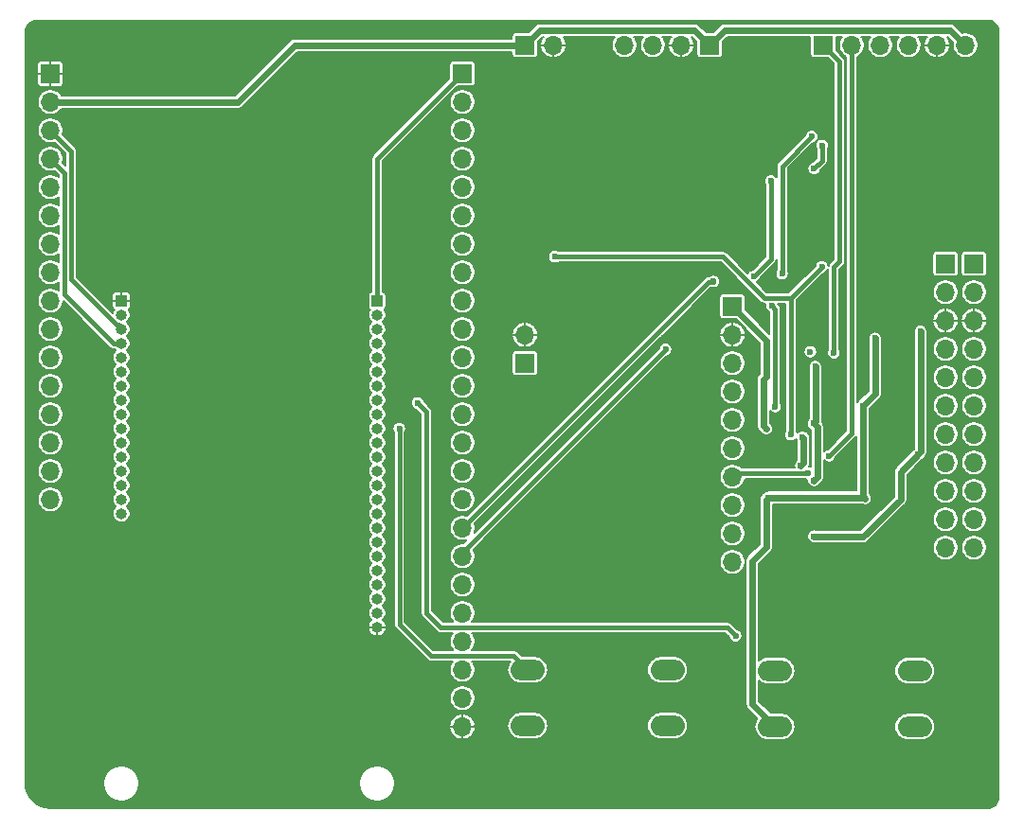
<source format=gbr>
%TF.GenerationSoftware,KiCad,Pcbnew,(5.1.8)-1*%
%TF.CreationDate,2020-11-23T02:20:36+03:00*%
%TF.ProjectId,morphesp240_g850_interface,6d6f7270-6865-4737-9032-34305f673835,1.0*%
%TF.SameCoordinates,Original*%
%TF.FileFunction,Copper,L2,Bot*%
%TF.FilePolarity,Positive*%
%FSLAX46Y46*%
G04 Gerber Fmt 4.6, Leading zero omitted, Abs format (unit mm)*
G04 Created by KiCad (PCBNEW (5.1.8)-1) date 2020-11-23 02:20:36*
%MOMM*%
%LPD*%
G01*
G04 APERTURE LIST*
%TA.AperFunction,ComponentPad*%
%ADD10O,3.048000X1.850000*%
%TD*%
%TA.AperFunction,ComponentPad*%
%ADD11O,1.700000X1.700000*%
%TD*%
%TA.AperFunction,ComponentPad*%
%ADD12R,1.700000X1.700000*%
%TD*%
%TA.AperFunction,ComponentPad*%
%ADD13O,1.000000X1.000000*%
%TD*%
%TA.AperFunction,ComponentPad*%
%ADD14R,1.000000X1.000000*%
%TD*%
%TA.AperFunction,ViaPad*%
%ADD15C,0.600000*%
%TD*%
%TA.AperFunction,Conductor*%
%ADD16C,0.400000*%
%TD*%
%TA.AperFunction,Conductor*%
%ADD17C,0.600000*%
%TD*%
%TA.AperFunction,Conductor*%
%ADD18C,0.250000*%
%TD*%
%TA.AperFunction,Conductor*%
%ADD19C,0.200000*%
%TD*%
%TA.AperFunction,Conductor*%
%ADD20C,0.100000*%
%TD*%
G04 APERTURE END LIST*
D10*
%TO.P,SW2,2*%
%TO.N,LV*%
X143510000Y-120650000D03*
%TO.P,SW2,1*%
%TO.N,BUTTONB*%
X143510000Y-115650000D03*
%TO.P,SW2,2*%
%TO.N,LV*%
X156010000Y-120650000D03*
%TO.P,SW2,1*%
%TO.N,BUTTONB*%
X156010000Y-115650000D03*
%TD*%
%TO.P,SW1,2*%
%TO.N,LV*%
X121412000Y-120570000D03*
%TO.P,SW1,1*%
%TO.N,BUTTONA*%
X121412000Y-115570000D03*
%TO.P,SW1,2*%
%TO.N,LV*%
X133912000Y-120570000D03*
%TO.P,SW1,1*%
%TO.N,BUTTONA*%
X133912000Y-115570000D03*
%TD*%
D11*
%TO.P,J13,11*%
%TO.N,HCI*%
X161290000Y-104648000D03*
%TO.P,J13,10*%
%TO.N,HDSR*%
X161290000Y-102108000D03*
%TO.P,J13,9*%
%TO.N,HCTS*%
X161290000Y-99568000D03*
%TO.P,J13,8*%
%TO.N,HCD*%
X161290000Y-97028000D03*
%TO.P,J13,7*%
%TO.N,HTXD*%
X161290000Y-94488000D03*
%TO.P,J13,6*%
%TO.N,HRXD*%
X161290000Y-91948000D03*
%TO.P,J13,5*%
%TO.N,HDTR*%
X161290000Y-89408000D03*
%TO.P,J13,4*%
%TO.N,HRTS*%
X161290000Y-86868000D03*
%TO.P,J13,3*%
%TO.N,GND*%
X161290000Y-84328000D03*
%TO.P,J13,2*%
%TO.N,HV*%
X161290000Y-81788000D03*
D12*
%TO.P,J13,1*%
%TO.N,Net-(J12-Pad1)*%
X161290000Y-79248000D03*
%TD*%
D11*
%TO.P,J12,11*%
%TO.N,HCI*%
X158750000Y-104648000D03*
%TO.P,J12,10*%
%TO.N,HDSR*%
X158750000Y-102108000D03*
%TO.P,J12,9*%
%TO.N,HCTS*%
X158750000Y-99568000D03*
%TO.P,J12,8*%
%TO.N,HCD*%
X158750000Y-97028000D03*
%TO.P,J12,7*%
%TO.N,HTXD*%
X158750000Y-94488000D03*
%TO.P,J12,6*%
%TO.N,HRXD*%
X158750000Y-91948000D03*
%TO.P,J12,5*%
%TO.N,HDTR*%
X158750000Y-89408000D03*
%TO.P,J12,4*%
%TO.N,HRTS*%
X158750000Y-86868000D03*
%TO.P,J12,3*%
%TO.N,GND*%
X158750000Y-84328000D03*
%TO.P,J12,2*%
%TO.N,HV*%
X158750000Y-81788000D03*
D12*
%TO.P,J12,1*%
%TO.N,Net-(J12-Pad1)*%
X158750000Y-79248000D03*
%TD*%
D11*
%TO.P,J11,6*%
%TO.N,LV*%
X160528000Y-59690000D03*
%TO.P,J11,5*%
%TO.N,GND*%
X157988000Y-59690000D03*
%TO.P,J11,4*%
%TO.N,ILTXD*%
X155448000Y-59690000D03*
%TO.P,J11,3*%
%TO.N,ILRXD*%
X152908000Y-59690000D03*
%TO.P,J11,2*%
%TO.N,LCTS*%
X150368000Y-59690000D03*
D12*
%TO.P,J11,1*%
%TO.N,LRTS*%
X147828000Y-59690000D03*
%TD*%
D11*
%TO.P,J10,10*%
%TO.N,LCI*%
X139700000Y-105918000D03*
%TO.P,J10,9*%
%TO.N,LDSR*%
X139700000Y-103378000D03*
%TO.P,J10,8*%
%TO.N,LCTS*%
X139700000Y-100838000D03*
%TO.P,J10,7*%
%TO.N,LCD*%
X139700000Y-98298000D03*
%TO.P,J10,6*%
%TO.N,LTXD*%
X139700000Y-95758000D03*
%TO.P,J10,5*%
%TO.N,LRXD*%
X139700000Y-93218000D03*
%TO.P,J10,4*%
%TO.N,LDTR*%
X139700000Y-90678000D03*
%TO.P,J10,3*%
%TO.N,LRTS*%
X139700000Y-88138000D03*
%TO.P,J10,2*%
%TO.N,GND*%
X139700000Y-85598000D03*
D12*
%TO.P,J10,1*%
%TO.N,LV*%
X139700000Y-83058000D03*
%TD*%
D11*
%TO.P,J9,2*%
%TO.N,GND*%
X121158000Y-85598000D03*
D12*
%TO.P,J9,1*%
%TO.N,LRTS*%
X121158000Y-88138000D03*
%TD*%
D11*
%TO.P,J8,4*%
%TO.N,MRXD*%
X130048000Y-59690000D03*
%TO.P,J8,3*%
%TO.N,MTXD*%
X132588000Y-59690000D03*
%TO.P,J8,2*%
%TO.N,GND*%
X135128000Y-59690000D03*
D12*
%TO.P,J8,1*%
%TO.N,LV*%
X137668000Y-59690000D03*
%TD*%
D11*
%TO.P,J6,2*%
%TO.N,GND*%
X123698000Y-59690000D03*
D12*
%TO.P,J6,1*%
%TO.N,LV*%
X121158000Y-59690000D03*
%TD*%
D13*
%TO.P,J3,16*%
%TO.N,Net-(J3-Pad16)*%
X85090000Y-101600000D03*
%TO.P,J3,15*%
%TO.N,Net-(J3-Pad15)*%
X85090000Y-100330000D03*
%TO.P,J3,14*%
%TO.N,Net-(J3-Pad14)*%
X85090000Y-99060000D03*
%TO.P,J3,13*%
%TO.N,Net-(J3-Pad13)*%
X85090000Y-97790000D03*
%TO.P,J3,12*%
%TO.N,Net-(J3-Pad12)*%
X85090000Y-96520000D03*
%TO.P,J3,11*%
%TO.N,Net-(J3-Pad11)*%
X85090000Y-95250000D03*
%TO.P,J3,10*%
%TO.N,Net-(J3-Pad10)*%
X85090000Y-93980000D03*
%TO.P,J3,9*%
%TO.N,Net-(J3-Pad9)*%
X85090000Y-92710000D03*
%TO.P,J3,8*%
%TO.N,Net-(J3-Pad8)*%
X85090000Y-91440000D03*
%TO.P,J3,7*%
%TO.N,Net-(J3-Pad7)*%
X85090000Y-90170000D03*
%TO.P,J3,6*%
%TO.N,Net-(J3-Pad6)*%
X85090000Y-88900000D03*
%TO.P,J3,5*%
%TO.N,Net-(J3-Pad5)*%
X85090000Y-87630000D03*
%TO.P,J3,4*%
%TO.N,Net-(J3-Pad4)*%
X85090000Y-86360000D03*
%TO.P,J3,3*%
%TO.N,Net-(J3-Pad3)*%
X85090000Y-85090000D03*
%TO.P,J3,2*%
%TO.N,LV*%
X85090000Y-83820000D03*
D14*
%TO.P,J3,1*%
%TO.N,GND*%
X85090000Y-82550000D03*
%TD*%
D13*
%TO.P,J2,24*%
%TO.N,GND*%
X107950000Y-111760000D03*
%TO.P,J2,23*%
%TO.N,Net-(J1-Pad23)*%
X107950000Y-110490000D03*
%TO.P,J2,22*%
%TO.N,LV*%
X107950000Y-109220000D03*
%TO.P,J2,21*%
%TO.N,Net-(J1-Pad21)*%
X107950000Y-107950000D03*
%TO.P,J2,20*%
%TO.N,Net-(J1-Pad20)*%
X107950000Y-106680000D03*
%TO.P,J2,19*%
%TO.N,Net-(J1-Pad19)*%
X107950000Y-105410000D03*
%TO.P,J2,18*%
%TO.N,ILRXD*%
X107950000Y-104140000D03*
%TO.P,J2,17*%
%TO.N,ILTXD*%
X107950000Y-102870000D03*
%TO.P,J2,16*%
%TO.N,LCI*%
X107950000Y-101600000D03*
%TO.P,J2,15*%
%TO.N,LDSR*%
X107950000Y-100330000D03*
%TO.P,J2,14*%
%TO.N,LCTS*%
X107950000Y-99060000D03*
%TO.P,J2,13*%
%TO.N,LCD*%
X107950000Y-97790000D03*
%TO.P,J2,12*%
%TO.N,LDTR*%
X107950000Y-96520000D03*
%TO.P,J2,11*%
%TO.N,LRTS*%
X107950000Y-95250000D03*
%TO.P,J2,10*%
%TO.N,BUTTONA*%
X107950000Y-93980000D03*
%TO.P,J2,9*%
%TO.N,BUTTONB*%
X107950000Y-92710000D03*
%TO.P,J2,8*%
%TO.N,/IO39*%
X107950000Y-91440000D03*
%TO.P,J2,7*%
%TO.N,Net-(J1-Pad7)*%
X107950000Y-90170000D03*
%TO.P,J2,6*%
%TO.N,Net-(J1-Pad6)*%
X107950000Y-88900000D03*
%TO.P,J2,5*%
%TO.N,/IO41*%
X107950000Y-87630000D03*
%TO.P,J2,4*%
%TO.N,MTXD*%
X107950000Y-86360000D03*
%TO.P,J2,3*%
%TO.N,MRXD*%
X107950000Y-85090000D03*
%TO.P,J2,2*%
%TO.N,Net-(J1-Pad2)*%
X107950000Y-83820000D03*
D14*
%TO.P,J2,1*%
%TO.N,Net-(J1-Pad1)*%
X107950000Y-82550000D03*
%TD*%
D12*
%TO.P,J1,1*%
%TO.N,Net-(J1-Pad1)*%
X115570000Y-62230000D03*
D11*
%TO.P,J1,2*%
%TO.N,Net-(J1-Pad2)*%
X115570000Y-64770000D03*
%TO.P,J1,3*%
%TO.N,MRXD*%
X115570000Y-67310000D03*
%TO.P,J1,4*%
%TO.N,MTXD*%
X115570000Y-69850000D03*
%TO.P,J1,5*%
%TO.N,/IO41*%
X115570000Y-72390000D03*
%TO.P,J1,6*%
%TO.N,Net-(J1-Pad6)*%
X115570000Y-74930000D03*
%TO.P,J1,7*%
%TO.N,Net-(J1-Pad7)*%
X115570000Y-77470000D03*
%TO.P,J1,8*%
%TO.N,/IO39*%
X115570000Y-80010000D03*
%TO.P,J1,9*%
%TO.N,BUTTONB*%
X115570000Y-82550000D03*
%TO.P,J1,10*%
%TO.N,BUTTONA*%
X115570000Y-85090000D03*
%TO.P,J1,11*%
%TO.N,LRTS*%
X115570000Y-87630000D03*
%TO.P,J1,12*%
%TO.N,LDTR*%
X115570000Y-90170000D03*
%TO.P,J1,13*%
%TO.N,LCD*%
X115570000Y-92710000D03*
%TO.P,J1,14*%
%TO.N,LCTS*%
X115570000Y-95250000D03*
%TO.P,J1,15*%
%TO.N,LDSR*%
X115570000Y-97790000D03*
%TO.P,J1,16*%
%TO.N,LCI*%
X115570000Y-100330000D03*
%TO.P,J1,17*%
%TO.N,ILTXD*%
X115570000Y-102870000D03*
%TO.P,J1,18*%
%TO.N,ILRXD*%
X115570000Y-105410000D03*
%TO.P,J1,19*%
%TO.N,Net-(J1-Pad19)*%
X115570000Y-107950000D03*
%TO.P,J1,20*%
%TO.N,Net-(J1-Pad20)*%
X115570000Y-110490000D03*
%TO.P,J1,21*%
%TO.N,Net-(J1-Pad21)*%
X115570000Y-113030000D03*
%TO.P,J1,22*%
%TO.N,LV*%
X115570000Y-115570000D03*
%TO.P,J1,23*%
%TO.N,Net-(J1-Pad23)*%
X115570000Y-118110000D03*
%TO.P,J1,24*%
%TO.N,GND*%
X115570000Y-120650000D03*
%TD*%
D12*
%TO.P,J4,1*%
%TO.N,GND*%
X78740000Y-62230000D03*
D11*
%TO.P,J4,2*%
%TO.N,LV*%
X78740000Y-64770000D03*
%TO.P,J4,3*%
%TO.N,Net-(J3-Pad3)*%
X78740000Y-67310000D03*
%TO.P,J4,4*%
%TO.N,Net-(J3-Pad4)*%
X78740000Y-69850000D03*
%TO.P,J4,5*%
%TO.N,Net-(J3-Pad5)*%
X78740000Y-72390000D03*
%TO.P,J4,6*%
%TO.N,Net-(J3-Pad6)*%
X78740000Y-74930000D03*
%TO.P,J4,7*%
%TO.N,Net-(J3-Pad7)*%
X78740000Y-77470000D03*
%TO.P,J4,8*%
%TO.N,Net-(J3-Pad8)*%
X78740000Y-80010000D03*
%TO.P,J4,9*%
%TO.N,Net-(J3-Pad9)*%
X78740000Y-82550000D03*
%TO.P,J4,10*%
%TO.N,Net-(J3-Pad10)*%
X78740000Y-85090000D03*
%TO.P,J4,11*%
%TO.N,Net-(J3-Pad11)*%
X78740000Y-87630000D03*
%TO.P,J4,12*%
%TO.N,Net-(J3-Pad12)*%
X78740000Y-90170000D03*
%TO.P,J4,13*%
%TO.N,Net-(J3-Pad13)*%
X78740000Y-92710000D03*
%TO.P,J4,14*%
%TO.N,Net-(J3-Pad14)*%
X78740000Y-95250000D03*
%TO.P,J4,15*%
%TO.N,Net-(J3-Pad15)*%
X78740000Y-97790000D03*
%TO.P,J4,16*%
%TO.N,Net-(J3-Pad16)*%
X78740000Y-100330000D03*
%TD*%
D15*
%TO.N,GND*%
X145226000Y-75353400D03*
X153926540Y-66959480D03*
X160020000Y-66778300D03*
X118661180Y-96591120D03*
X147314920Y-65090040D03*
X146890740Y-83913980D03*
X142120620Y-83766660D03*
%TO.N,LV*%
X151585100Y-100226500D03*
X151356600Y-91948000D03*
X142900400Y-100136960D03*
X142760700Y-89321640D03*
X152455880Y-85910420D03*
X145829020Y-97281500D03*
X145976299Y-94759597D03*
X142737840Y-93982540D03*
X151356600Y-97028000D03*
X142709900Y-104604820D03*
%TO.N,LRTS*%
X146674500Y-87106000D03*
X148772880Y-87213440D03*
%TO.N,LCD*%
X146492200Y-97981500D03*
%TO.N,LCTS*%
X148336000Y-96419430D03*
%TO.N,ILTXD*%
X147721320Y-68648580D03*
X147002500Y-70728840D03*
X138008360Y-80822800D03*
X141638020Y-80352900D03*
X143154400Y-71841360D03*
%TO.N,ILRXD*%
X146801840Y-67856100D03*
X144152620Y-80147160D03*
X133731000Y-86901020D03*
%TO.N,LTXD*%
X144930200Y-94525800D03*
X147701000Y-79515900D03*
X123837700Y-78607920D03*
%TO.N,LRXD*%
X143525240Y-92024200D03*
X143217509Y-82986710D03*
%TO.N,HV*%
X146994100Y-103608300D03*
X147113200Y-88432200D03*
X154731200Y-100308400D03*
X146949800Y-93512800D03*
X156524000Y-85268700D03*
X156297800Y-96293100D03*
X146994100Y-98615200D03*
X156524000Y-90780400D03*
X156524000Y-88593620D03*
%TO.N,BUTTONA*%
X109933740Y-93997780D03*
%TO.N,BUTTONB*%
X111569500Y-91691460D03*
X139997180Y-112522000D03*
%TD*%
D16*
%TO.N,Net-(J1-Pad1)*%
X107950000Y-69850000D02*
X115570000Y-62230000D01*
X107950000Y-82550000D02*
X107950000Y-69850000D01*
%TO.N,Net-(J3-Pad4)*%
X79990001Y-71100001D02*
X78740000Y-69850000D01*
X79990001Y-81967107D02*
X79990001Y-71100001D01*
X84382894Y-86360000D02*
X79990001Y-81967107D01*
X85090000Y-86360000D02*
X84382894Y-86360000D01*
%TO.N,Net-(J3-Pad3)*%
X80590011Y-69160011D02*
X78740000Y-67310000D01*
X80590011Y-80652013D02*
X80590011Y-69160011D01*
X84657999Y-84720001D02*
X80590011Y-80652013D01*
X84829221Y-84720001D02*
X84657999Y-84720001D01*
X85090000Y-84980780D02*
X84829221Y-84720001D01*
X85090000Y-85090000D02*
X85090000Y-84980780D01*
%TO.N,LV*%
X142760700Y-93959680D02*
X142737840Y-93982540D01*
D17*
X141485990Y-118625990D02*
X143510000Y-120650000D01*
X141485990Y-105828730D02*
X141485990Y-118625990D01*
X142709900Y-104604820D02*
X141485990Y-105828730D01*
X142709900Y-100327460D02*
X142900400Y-100136960D01*
X142709900Y-104604820D02*
X142709900Y-100327460D01*
X142760700Y-86118700D02*
X142760700Y-89321640D01*
X139700000Y-83058000D02*
X142760700Y-86118700D01*
X142460701Y-93705401D02*
X142737840Y-93982540D01*
X142460701Y-89621639D02*
X142460701Y-93705401D01*
X142760700Y-89321640D02*
X142460701Y-89621639D01*
X152455880Y-90848720D02*
X151356600Y-91948000D01*
X152455880Y-85910420D02*
X152455880Y-90848720D01*
X151356600Y-99998000D02*
X151585100Y-100226500D01*
X151356600Y-97028000D02*
X151356600Y-99998000D01*
X151356600Y-91948000D02*
X151356600Y-97028000D01*
X151495560Y-100136960D02*
X151585100Y-100226500D01*
X142900400Y-100136960D02*
X151495560Y-100136960D01*
X139018001Y-58339999D02*
X137668000Y-59690000D01*
X160528000Y-59690000D02*
X159177999Y-58339999D01*
X159177999Y-58339999D02*
X139330439Y-58339999D01*
X139330439Y-58339999D02*
X139018001Y-58339999D01*
X78740000Y-64770000D02*
X95496380Y-64770000D01*
X100576380Y-59690000D02*
X121158000Y-59690000D01*
X95496380Y-64770000D02*
X100576380Y-59690000D01*
X136317999Y-58339999D02*
X137668000Y-59690000D01*
X122508001Y-58339999D02*
X136317999Y-58339999D01*
X121158000Y-59690000D02*
X122508001Y-58339999D01*
X146050000Y-97060520D02*
X145829020Y-97281500D01*
X146050000Y-94833298D02*
X146050000Y-97060520D01*
X145976299Y-94759597D02*
X146050000Y-94833298D01*
D16*
%TO.N,LRTS*%
X149281401Y-61143401D02*
X147828000Y-59690000D01*
X149281401Y-79043257D02*
X149281401Y-61143401D01*
X148772880Y-79551778D02*
X149281401Y-79043257D01*
X148772880Y-87213440D02*
X148772880Y-79551778D01*
%TO.N,LCD*%
X140016500Y-97981500D02*
X139700000Y-98298000D01*
X146492200Y-97981500D02*
X140016500Y-97981500D01*
%TO.N,LCTS*%
X150368000Y-59690000D02*
X150368000Y-94387430D01*
X150368000Y-94387430D02*
X148336000Y-96419430D01*
%TO.N,ILTXD*%
X147721320Y-70010020D02*
X147002500Y-70728840D01*
X147721320Y-68648580D02*
X147721320Y-70010020D01*
X115570000Y-102870000D02*
X137596880Y-80843120D01*
X137988040Y-80843120D02*
X138008360Y-80822800D01*
X137596880Y-80843120D02*
X137988040Y-80843120D01*
X143154400Y-78836520D02*
X143154400Y-71841360D01*
X141638020Y-80352900D02*
X143154400Y-78836520D01*
%TO.N,ILRXD*%
X144152620Y-70505320D02*
X144152620Y-80147160D01*
X146801840Y-67856100D02*
X144152620Y-70505320D01*
X115570000Y-105062020D02*
X115570000Y-105410000D01*
X133731000Y-86901020D02*
X115570000Y-105062020D01*
%TO.N,LTXD*%
X144930200Y-94525800D02*
X144930200Y-82286700D01*
X144930200Y-82286700D02*
X147701000Y-79515900D01*
X142535818Y-82286700D02*
X144930200Y-82286700D01*
X138857038Y-78607920D02*
X142535818Y-82286700D01*
X123837700Y-78607920D02*
X138857038Y-78607920D01*
%TO.N,LRXD*%
X143525240Y-83294441D02*
X143217509Y-82986710D01*
X143525240Y-92024200D02*
X143525240Y-83294441D01*
D18*
%TO.N,HV*%
X146994100Y-98615200D02*
X147117500Y-98491800D01*
D16*
X146994100Y-98615200D02*
X146994100Y-98515602D01*
D17*
X154731200Y-97859700D02*
X156297800Y-96293100D01*
X154731200Y-100308400D02*
X154731200Y-97859700D01*
X156524000Y-96066900D02*
X156297800Y-96293100D01*
X156524000Y-90780400D02*
X156524000Y-96066900D01*
X156524000Y-90780400D02*
X156524000Y-88593620D01*
X156524000Y-85268700D02*
X156524000Y-88593620D01*
X147113200Y-93349400D02*
X146949800Y-93512800D01*
X147113200Y-88432200D02*
X147113200Y-93349400D01*
X154731200Y-100308400D02*
X151387280Y-103652320D01*
X147038120Y-103652320D02*
X146994100Y-103608300D01*
X151387280Y-103652320D02*
X147038120Y-103652320D01*
X147292201Y-98317099D02*
X146994100Y-98615200D01*
X147292201Y-93855201D02*
X147292201Y-98317099D01*
X146949800Y-93512800D02*
X147292201Y-93855201D01*
D16*
%TO.N,BUTTONA*%
X109933740Y-93997780D02*
X109933740Y-111493300D01*
X120161999Y-114319999D02*
X121412000Y-115570000D01*
X112760439Y-114319999D02*
X120161999Y-114319999D01*
X109933740Y-111493300D02*
X112760439Y-114319999D01*
%TO.N,BUTTONB*%
X112359440Y-110492540D02*
X112359440Y-92481400D01*
X113646899Y-111779999D02*
X112359440Y-110492540D01*
X139255179Y-111779999D02*
X113646899Y-111779999D01*
X112359440Y-92481400D02*
X111569500Y-91691460D01*
X139997180Y-112522000D02*
X139255179Y-111779999D01*
%TD*%
D19*
%TO.N,GND*%
X162743247Y-57494526D02*
X162919519Y-57547746D01*
X163082091Y-57634187D01*
X163224784Y-57750564D01*
X163342150Y-57892436D01*
X163429724Y-58054401D01*
X163484172Y-58230292D01*
X163505001Y-58428474D01*
X163505000Y-126984103D01*
X163485474Y-127183247D01*
X163432253Y-127359521D01*
X163345812Y-127522093D01*
X163229436Y-127664784D01*
X163087569Y-127782147D01*
X162925598Y-127869724D01*
X162749708Y-127924172D01*
X162551536Y-127945000D01*
X78755897Y-127945000D01*
X78310075Y-127901287D01*
X77896522Y-127776428D01*
X77515102Y-127573624D01*
X77180333Y-127300593D01*
X76904976Y-126967743D01*
X76699511Y-126587744D01*
X76571768Y-126175078D01*
X76525002Y-125730129D01*
X76525000Y-125729436D01*
X76525000Y-125571702D01*
X83482777Y-125571702D01*
X83482777Y-125888298D01*
X83544541Y-126198810D01*
X83665697Y-126491306D01*
X83841588Y-126754545D01*
X84065455Y-126978412D01*
X84328694Y-127154303D01*
X84621190Y-127275459D01*
X84931702Y-127337223D01*
X85248298Y-127337223D01*
X85558810Y-127275459D01*
X85851306Y-127154303D01*
X86114545Y-126978412D01*
X86338412Y-126754545D01*
X86514303Y-126491306D01*
X86635459Y-126198810D01*
X86697223Y-125888298D01*
X86697223Y-125571702D01*
X106342777Y-125571702D01*
X106342777Y-125888298D01*
X106404541Y-126198810D01*
X106525697Y-126491306D01*
X106701588Y-126754545D01*
X106925455Y-126978412D01*
X107188694Y-127154303D01*
X107481190Y-127275459D01*
X107791702Y-127337223D01*
X108108298Y-127337223D01*
X108418810Y-127275459D01*
X108711306Y-127154303D01*
X108974545Y-126978412D01*
X109198412Y-126754545D01*
X109374303Y-126491306D01*
X109495459Y-126198810D01*
X109557223Y-125888298D01*
X109557223Y-125571702D01*
X109495459Y-125261190D01*
X109374303Y-124968694D01*
X109198412Y-124705455D01*
X108974545Y-124481588D01*
X108711306Y-124305697D01*
X108418810Y-124184541D01*
X108108298Y-124122777D01*
X107791702Y-124122777D01*
X107481190Y-124184541D01*
X107188694Y-124305697D01*
X106925455Y-124481588D01*
X106701588Y-124705455D01*
X106525697Y-124968694D01*
X106404541Y-125261190D01*
X106342777Y-125571702D01*
X86697223Y-125571702D01*
X86635459Y-125261190D01*
X86514303Y-124968694D01*
X86338412Y-124705455D01*
X86114545Y-124481588D01*
X85851306Y-124305697D01*
X85558810Y-124184541D01*
X85248298Y-124122777D01*
X84931702Y-124122777D01*
X84621190Y-124184541D01*
X84328694Y-124305697D01*
X84065455Y-124481588D01*
X83841588Y-124705455D01*
X83665697Y-124968694D01*
X83544541Y-125261190D01*
X83482777Y-125571702D01*
X76525000Y-125571702D01*
X76525000Y-120842898D01*
X114416011Y-120842898D01*
X114430033Y-120913397D01*
X114503323Y-121130733D01*
X114617605Y-121329594D01*
X114768487Y-121502339D01*
X114950171Y-121642329D01*
X115155675Y-121744184D01*
X115377101Y-121803990D01*
X115560000Y-121739958D01*
X115560000Y-120660000D01*
X115580000Y-120660000D01*
X115580000Y-121739958D01*
X115762899Y-121803990D01*
X115984325Y-121744184D01*
X116189829Y-121642329D01*
X116371513Y-121502339D01*
X116522395Y-121329594D01*
X116636677Y-121130733D01*
X116709967Y-120913397D01*
X116723989Y-120842898D01*
X116659954Y-120660000D01*
X115580000Y-120660000D01*
X115560000Y-120660000D01*
X114480046Y-120660000D01*
X114416011Y-120842898D01*
X76525000Y-120842898D01*
X76525000Y-120457102D01*
X114416011Y-120457102D01*
X114480046Y-120640000D01*
X115560000Y-120640000D01*
X115560000Y-119560042D01*
X115580000Y-119560042D01*
X115580000Y-120640000D01*
X116659954Y-120640000D01*
X116684461Y-120570000D01*
X119582073Y-120570000D01*
X119605725Y-120810142D01*
X119675772Y-121041055D01*
X119789522Y-121253866D01*
X119942603Y-121440397D01*
X120129134Y-121593478D01*
X120341945Y-121707228D01*
X120572858Y-121777275D01*
X120752822Y-121795000D01*
X122071178Y-121795000D01*
X122251142Y-121777275D01*
X122482055Y-121707228D01*
X122694866Y-121593478D01*
X122881397Y-121440397D01*
X123034478Y-121253866D01*
X123148228Y-121041055D01*
X123218275Y-120810142D01*
X123241927Y-120570000D01*
X132082073Y-120570000D01*
X132105725Y-120810142D01*
X132175772Y-121041055D01*
X132289522Y-121253866D01*
X132442603Y-121440397D01*
X132629134Y-121593478D01*
X132841945Y-121707228D01*
X133072858Y-121777275D01*
X133252822Y-121795000D01*
X134571178Y-121795000D01*
X134751142Y-121777275D01*
X134982055Y-121707228D01*
X135194866Y-121593478D01*
X135381397Y-121440397D01*
X135534478Y-121253866D01*
X135648228Y-121041055D01*
X135718275Y-120810142D01*
X135741927Y-120570000D01*
X135718275Y-120329858D01*
X135648228Y-120098945D01*
X135534478Y-119886134D01*
X135381397Y-119699603D01*
X135194866Y-119546522D01*
X134982055Y-119432772D01*
X134751142Y-119362725D01*
X134571178Y-119345000D01*
X133252822Y-119345000D01*
X133072858Y-119362725D01*
X132841945Y-119432772D01*
X132629134Y-119546522D01*
X132442603Y-119699603D01*
X132289522Y-119886134D01*
X132175772Y-120098945D01*
X132105725Y-120329858D01*
X132082073Y-120570000D01*
X123241927Y-120570000D01*
X123218275Y-120329858D01*
X123148228Y-120098945D01*
X123034478Y-119886134D01*
X122881397Y-119699603D01*
X122694866Y-119546522D01*
X122482055Y-119432772D01*
X122251142Y-119362725D01*
X122071178Y-119345000D01*
X120752822Y-119345000D01*
X120572858Y-119362725D01*
X120341945Y-119432772D01*
X120129134Y-119546522D01*
X119942603Y-119699603D01*
X119789522Y-119886134D01*
X119675772Y-120098945D01*
X119605725Y-120329858D01*
X119582073Y-120570000D01*
X116684461Y-120570000D01*
X116723989Y-120457102D01*
X116709967Y-120386603D01*
X116636677Y-120169267D01*
X116522395Y-119970406D01*
X116371513Y-119797661D01*
X116189829Y-119657671D01*
X115984325Y-119555816D01*
X115762899Y-119496010D01*
X115580000Y-119560042D01*
X115560000Y-119560042D01*
X115377101Y-119496010D01*
X115155675Y-119555816D01*
X114950171Y-119657671D01*
X114768487Y-119797661D01*
X114617605Y-119970406D01*
X114503323Y-120169267D01*
X114430033Y-120386603D01*
X114416011Y-120457102D01*
X76525000Y-120457102D01*
X76525000Y-117996735D01*
X114420000Y-117996735D01*
X114420000Y-118223265D01*
X114464194Y-118445443D01*
X114550884Y-118654729D01*
X114676737Y-118843082D01*
X114836918Y-119003263D01*
X115025271Y-119129116D01*
X115234557Y-119215806D01*
X115456735Y-119260000D01*
X115683265Y-119260000D01*
X115905443Y-119215806D01*
X116114729Y-119129116D01*
X116303082Y-119003263D01*
X116463263Y-118843082D01*
X116589116Y-118654729D01*
X116675806Y-118445443D01*
X116720000Y-118223265D01*
X116720000Y-117996735D01*
X116675806Y-117774557D01*
X116589116Y-117565271D01*
X116463263Y-117376918D01*
X116303082Y-117216737D01*
X116114729Y-117090884D01*
X115905443Y-117004194D01*
X115683265Y-116960000D01*
X115456735Y-116960000D01*
X115234557Y-117004194D01*
X115025271Y-117090884D01*
X114836918Y-117216737D01*
X114676737Y-117376918D01*
X114550884Y-117565271D01*
X114464194Y-117774557D01*
X114420000Y-117996735D01*
X76525000Y-117996735D01*
X76525000Y-111898144D01*
X107141720Y-111898144D01*
X107150381Y-111941688D01*
X107201191Y-112094195D01*
X107280777Y-112233859D01*
X107386081Y-112355313D01*
X107513056Y-112453889D01*
X107656823Y-112525800D01*
X107811856Y-112568281D01*
X107940000Y-112499940D01*
X107940000Y-111770000D01*
X107960000Y-111770000D01*
X107960000Y-112499940D01*
X108088144Y-112568281D01*
X108243177Y-112525800D01*
X108386944Y-112453889D01*
X108513919Y-112355313D01*
X108619223Y-112233859D01*
X108698809Y-112094195D01*
X108749619Y-111941688D01*
X108758280Y-111898144D01*
X108689932Y-111770000D01*
X107960000Y-111770000D01*
X107940000Y-111770000D01*
X107210068Y-111770000D01*
X107141720Y-111898144D01*
X76525000Y-111898144D01*
X76525000Y-111621856D01*
X107141720Y-111621856D01*
X107210068Y-111750000D01*
X107940000Y-111750000D01*
X107940000Y-111730000D01*
X107960000Y-111730000D01*
X107960000Y-111750000D01*
X108689932Y-111750000D01*
X108758280Y-111621856D01*
X108749619Y-111578312D01*
X108698809Y-111425805D01*
X108619223Y-111286141D01*
X108513919Y-111164687D01*
X108452076Y-111116676D01*
X108459970Y-111111401D01*
X108571401Y-110999970D01*
X108658951Y-110868942D01*
X108719257Y-110723351D01*
X108750000Y-110568793D01*
X108750000Y-110411207D01*
X108719257Y-110256649D01*
X108658951Y-110111058D01*
X108571401Y-109980030D01*
X108459970Y-109868599D01*
X108439618Y-109855000D01*
X108459970Y-109841401D01*
X108571401Y-109729970D01*
X108658951Y-109598942D01*
X108719257Y-109453351D01*
X108750000Y-109298793D01*
X108750000Y-109141207D01*
X108719257Y-108986649D01*
X108658951Y-108841058D01*
X108571401Y-108710030D01*
X108459970Y-108598599D01*
X108439618Y-108585000D01*
X108459970Y-108571401D01*
X108571401Y-108459970D01*
X108658951Y-108328942D01*
X108719257Y-108183351D01*
X108750000Y-108028793D01*
X108750000Y-107871207D01*
X108719257Y-107716649D01*
X108658951Y-107571058D01*
X108571401Y-107440030D01*
X108459970Y-107328599D01*
X108439618Y-107315000D01*
X108459970Y-107301401D01*
X108571401Y-107189970D01*
X108658951Y-107058942D01*
X108719257Y-106913351D01*
X108750000Y-106758793D01*
X108750000Y-106601207D01*
X108719257Y-106446649D01*
X108658951Y-106301058D01*
X108571401Y-106170030D01*
X108459970Y-106058599D01*
X108439618Y-106045000D01*
X108459970Y-106031401D01*
X108571401Y-105919970D01*
X108658951Y-105788942D01*
X108719257Y-105643351D01*
X108750000Y-105488793D01*
X108750000Y-105331207D01*
X108719257Y-105176649D01*
X108658951Y-105031058D01*
X108571401Y-104900030D01*
X108459970Y-104788599D01*
X108439618Y-104775000D01*
X108459970Y-104761401D01*
X108571401Y-104649970D01*
X108658951Y-104518942D01*
X108719257Y-104373351D01*
X108750000Y-104218793D01*
X108750000Y-104061207D01*
X108719257Y-103906649D01*
X108658951Y-103761058D01*
X108571401Y-103630030D01*
X108459970Y-103518599D01*
X108439618Y-103505000D01*
X108459970Y-103491401D01*
X108571401Y-103379970D01*
X108658951Y-103248942D01*
X108719257Y-103103351D01*
X108750000Y-102948793D01*
X108750000Y-102791207D01*
X108719257Y-102636649D01*
X108658951Y-102491058D01*
X108571401Y-102360030D01*
X108459970Y-102248599D01*
X108439618Y-102235000D01*
X108459970Y-102221401D01*
X108571401Y-102109970D01*
X108658951Y-101978942D01*
X108719257Y-101833351D01*
X108750000Y-101678793D01*
X108750000Y-101521207D01*
X108719257Y-101366649D01*
X108658951Y-101221058D01*
X108571401Y-101090030D01*
X108459970Y-100978599D01*
X108439618Y-100965000D01*
X108459970Y-100951401D01*
X108571401Y-100839970D01*
X108658951Y-100708942D01*
X108719257Y-100563351D01*
X108750000Y-100408793D01*
X108750000Y-100251207D01*
X108719257Y-100096649D01*
X108658951Y-99951058D01*
X108571401Y-99820030D01*
X108459970Y-99708599D01*
X108439618Y-99695000D01*
X108459970Y-99681401D01*
X108571401Y-99569970D01*
X108658951Y-99438942D01*
X108719257Y-99293351D01*
X108750000Y-99138793D01*
X108750000Y-98981207D01*
X108719257Y-98826649D01*
X108658951Y-98681058D01*
X108571401Y-98550030D01*
X108459970Y-98438599D01*
X108439618Y-98425000D01*
X108459970Y-98411401D01*
X108571401Y-98299970D01*
X108658951Y-98168942D01*
X108719257Y-98023351D01*
X108750000Y-97868793D01*
X108750000Y-97711207D01*
X108719257Y-97556649D01*
X108658951Y-97411058D01*
X108571401Y-97280030D01*
X108459970Y-97168599D01*
X108439618Y-97155000D01*
X108459970Y-97141401D01*
X108571401Y-97029970D01*
X108658951Y-96898942D01*
X108719257Y-96753351D01*
X108750000Y-96598793D01*
X108750000Y-96441207D01*
X108719257Y-96286649D01*
X108658951Y-96141058D01*
X108571401Y-96010030D01*
X108459970Y-95898599D01*
X108439618Y-95885000D01*
X108459970Y-95871401D01*
X108571401Y-95759970D01*
X108658951Y-95628942D01*
X108719257Y-95483351D01*
X108750000Y-95328793D01*
X108750000Y-95171207D01*
X108719257Y-95016649D01*
X108658951Y-94871058D01*
X108571401Y-94740030D01*
X108459970Y-94628599D01*
X108439618Y-94615000D01*
X108459970Y-94601401D01*
X108571401Y-94489970D01*
X108658951Y-94358942D01*
X108719257Y-94213351D01*
X108750000Y-94058793D01*
X108750000Y-93938685D01*
X109333740Y-93938685D01*
X109333740Y-94056875D01*
X109356798Y-94172794D01*
X109402027Y-94281987D01*
X109433740Y-94329449D01*
X109433741Y-111468730D01*
X109431321Y-111493300D01*
X109440975Y-111591317D01*
X109469566Y-111685567D01*
X109515995Y-111772429D01*
X109578477Y-111848564D01*
X109597559Y-111864224D01*
X112389514Y-114656180D01*
X112405175Y-114675263D01*
X112481310Y-114737745D01*
X112568172Y-114784174D01*
X112662422Y-114812764D01*
X112735879Y-114819999D01*
X112735880Y-114819999D01*
X112760438Y-114822418D01*
X112784996Y-114819999D01*
X114693656Y-114819999D01*
X114676737Y-114836918D01*
X114550884Y-115025271D01*
X114464194Y-115234557D01*
X114420000Y-115456735D01*
X114420000Y-115683265D01*
X114464194Y-115905443D01*
X114550884Y-116114729D01*
X114676737Y-116303082D01*
X114836918Y-116463263D01*
X115025271Y-116589116D01*
X115234557Y-116675806D01*
X115456735Y-116720000D01*
X115683265Y-116720000D01*
X115905443Y-116675806D01*
X116114729Y-116589116D01*
X116303082Y-116463263D01*
X116463263Y-116303082D01*
X116589116Y-116114729D01*
X116675806Y-115905443D01*
X116720000Y-115683265D01*
X116720000Y-115456735D01*
X116675806Y-115234557D01*
X116589116Y-115025271D01*
X116463263Y-114836918D01*
X116446344Y-114819999D01*
X119843797Y-114819999D01*
X119789522Y-114886134D01*
X119675772Y-115098945D01*
X119605725Y-115329858D01*
X119582073Y-115570000D01*
X119605725Y-115810142D01*
X119675772Y-116041055D01*
X119789522Y-116253866D01*
X119942603Y-116440397D01*
X120129134Y-116593478D01*
X120341945Y-116707228D01*
X120572858Y-116777275D01*
X120752822Y-116795000D01*
X122071178Y-116795000D01*
X122251142Y-116777275D01*
X122482055Y-116707228D01*
X122694866Y-116593478D01*
X122881397Y-116440397D01*
X123034478Y-116253866D01*
X123148228Y-116041055D01*
X123218275Y-115810142D01*
X123241927Y-115570000D01*
X132082073Y-115570000D01*
X132105725Y-115810142D01*
X132175772Y-116041055D01*
X132289522Y-116253866D01*
X132442603Y-116440397D01*
X132629134Y-116593478D01*
X132841945Y-116707228D01*
X133072858Y-116777275D01*
X133252822Y-116795000D01*
X134571178Y-116795000D01*
X134751142Y-116777275D01*
X134982055Y-116707228D01*
X135194866Y-116593478D01*
X135381397Y-116440397D01*
X135534478Y-116253866D01*
X135648228Y-116041055D01*
X135718275Y-115810142D01*
X135741927Y-115570000D01*
X135718275Y-115329858D01*
X135648228Y-115098945D01*
X135534478Y-114886134D01*
X135381397Y-114699603D01*
X135194866Y-114546522D01*
X134982055Y-114432772D01*
X134751142Y-114362725D01*
X134571178Y-114345000D01*
X133252822Y-114345000D01*
X133072858Y-114362725D01*
X132841945Y-114432772D01*
X132629134Y-114546522D01*
X132442603Y-114699603D01*
X132289522Y-114886134D01*
X132175772Y-115098945D01*
X132105725Y-115329858D01*
X132082073Y-115570000D01*
X123241927Y-115570000D01*
X123218275Y-115329858D01*
X123148228Y-115098945D01*
X123034478Y-114886134D01*
X122881397Y-114699603D01*
X122694866Y-114546522D01*
X122482055Y-114432772D01*
X122251142Y-114362725D01*
X122071178Y-114345000D01*
X120894106Y-114345000D01*
X120532928Y-113983823D01*
X120517263Y-113964735D01*
X120441128Y-113902253D01*
X120354266Y-113855824D01*
X120260016Y-113827234D01*
X120186559Y-113819999D01*
X120161999Y-113817580D01*
X120137439Y-113819999D01*
X116406346Y-113819999D01*
X116463263Y-113763082D01*
X116589116Y-113574729D01*
X116675806Y-113365443D01*
X116720000Y-113143265D01*
X116720000Y-112916735D01*
X116675806Y-112694557D01*
X116589116Y-112485271D01*
X116463263Y-112296918D01*
X116446344Y-112279999D01*
X139048074Y-112279999D01*
X139409102Y-112641028D01*
X139420238Y-112697014D01*
X139465467Y-112806207D01*
X139531130Y-112904478D01*
X139614702Y-112988050D01*
X139712973Y-113053713D01*
X139822166Y-113098942D01*
X139938085Y-113122000D01*
X140056275Y-113122000D01*
X140172194Y-113098942D01*
X140281387Y-113053713D01*
X140379658Y-112988050D01*
X140463230Y-112904478D01*
X140528893Y-112806207D01*
X140574122Y-112697014D01*
X140597180Y-112581095D01*
X140597180Y-112462905D01*
X140574122Y-112346986D01*
X140528893Y-112237793D01*
X140463230Y-112139522D01*
X140379658Y-112055950D01*
X140281387Y-111990287D01*
X140172194Y-111945058D01*
X140116208Y-111933922D01*
X139626108Y-111443823D01*
X139610443Y-111424735D01*
X139534308Y-111362253D01*
X139447446Y-111315824D01*
X139353196Y-111287234D01*
X139279739Y-111279999D01*
X139255179Y-111277580D01*
X139230619Y-111279999D01*
X116406346Y-111279999D01*
X116463263Y-111223082D01*
X116589116Y-111034729D01*
X116675806Y-110825443D01*
X116720000Y-110603265D01*
X116720000Y-110376735D01*
X116675806Y-110154557D01*
X116589116Y-109945271D01*
X116463263Y-109756918D01*
X116303082Y-109596737D01*
X116114729Y-109470884D01*
X115905443Y-109384194D01*
X115683265Y-109340000D01*
X115456735Y-109340000D01*
X115234557Y-109384194D01*
X115025271Y-109470884D01*
X114836918Y-109596737D01*
X114676737Y-109756918D01*
X114550884Y-109945271D01*
X114464194Y-110154557D01*
X114420000Y-110376735D01*
X114420000Y-110603265D01*
X114464194Y-110825443D01*
X114550884Y-111034729D01*
X114676737Y-111223082D01*
X114733654Y-111279999D01*
X113854005Y-111279999D01*
X112859440Y-110285435D01*
X112859440Y-107836735D01*
X114420000Y-107836735D01*
X114420000Y-108063265D01*
X114464194Y-108285443D01*
X114550884Y-108494729D01*
X114676737Y-108683082D01*
X114836918Y-108843263D01*
X115025271Y-108969116D01*
X115234557Y-109055806D01*
X115456735Y-109100000D01*
X115683265Y-109100000D01*
X115905443Y-109055806D01*
X116114729Y-108969116D01*
X116303082Y-108843263D01*
X116463263Y-108683082D01*
X116589116Y-108494729D01*
X116675806Y-108285443D01*
X116720000Y-108063265D01*
X116720000Y-107836735D01*
X116675806Y-107614557D01*
X116589116Y-107405271D01*
X116463263Y-107216918D01*
X116303082Y-107056737D01*
X116114729Y-106930884D01*
X115905443Y-106844194D01*
X115683265Y-106800000D01*
X115456735Y-106800000D01*
X115234557Y-106844194D01*
X115025271Y-106930884D01*
X114836918Y-107056737D01*
X114676737Y-107216918D01*
X114550884Y-107405271D01*
X114464194Y-107614557D01*
X114420000Y-107836735D01*
X112859440Y-107836735D01*
X112859440Y-102756735D01*
X114420000Y-102756735D01*
X114420000Y-102983265D01*
X114464194Y-103205443D01*
X114550884Y-103414729D01*
X114676737Y-103603082D01*
X114836918Y-103763263D01*
X115025271Y-103889116D01*
X115234557Y-103975806D01*
X115456735Y-104020000D01*
X115683265Y-104020000D01*
X115905443Y-103975806D01*
X115979986Y-103944929D01*
X115664915Y-104260000D01*
X115456735Y-104260000D01*
X115234557Y-104304194D01*
X115025271Y-104390884D01*
X114836918Y-104516737D01*
X114676737Y-104676918D01*
X114550884Y-104865271D01*
X114464194Y-105074557D01*
X114420000Y-105296735D01*
X114420000Y-105523265D01*
X114464194Y-105745443D01*
X114550884Y-105954729D01*
X114676737Y-106143082D01*
X114836918Y-106303263D01*
X115025271Y-106429116D01*
X115234557Y-106515806D01*
X115456735Y-106560000D01*
X115683265Y-106560000D01*
X115905443Y-106515806D01*
X116114729Y-106429116D01*
X116303082Y-106303263D01*
X116463263Y-106143082D01*
X116589116Y-105954729D01*
X116651246Y-105804735D01*
X138550000Y-105804735D01*
X138550000Y-106031265D01*
X138594194Y-106253443D01*
X138680884Y-106462729D01*
X138806737Y-106651082D01*
X138966918Y-106811263D01*
X139155271Y-106937116D01*
X139364557Y-107023806D01*
X139586735Y-107068000D01*
X139813265Y-107068000D01*
X140035443Y-107023806D01*
X140244729Y-106937116D01*
X140433082Y-106811263D01*
X140593263Y-106651082D01*
X140719116Y-106462729D01*
X140805806Y-106253443D01*
X140850000Y-106031265D01*
X140850000Y-105804735D01*
X140805806Y-105582557D01*
X140719116Y-105373271D01*
X140593263Y-105184918D01*
X140433082Y-105024737D01*
X140244729Y-104898884D01*
X140035443Y-104812194D01*
X139813265Y-104768000D01*
X139586735Y-104768000D01*
X139364557Y-104812194D01*
X139155271Y-104898884D01*
X138966918Y-105024737D01*
X138806737Y-105184918D01*
X138680884Y-105373271D01*
X138594194Y-105582557D01*
X138550000Y-105804735D01*
X116651246Y-105804735D01*
X116675806Y-105745443D01*
X116720000Y-105523265D01*
X116720000Y-105296735D01*
X116675806Y-105074557D01*
X116589116Y-104865271D01*
X116542949Y-104796176D01*
X118074390Y-103264735D01*
X138550000Y-103264735D01*
X138550000Y-103491265D01*
X138594194Y-103713443D01*
X138680884Y-103922729D01*
X138806737Y-104111082D01*
X138966918Y-104271263D01*
X139155271Y-104397116D01*
X139364557Y-104483806D01*
X139586735Y-104528000D01*
X139813265Y-104528000D01*
X140035443Y-104483806D01*
X140244729Y-104397116D01*
X140433082Y-104271263D01*
X140593263Y-104111082D01*
X140719116Y-103922729D01*
X140805806Y-103713443D01*
X140850000Y-103491265D01*
X140850000Y-103264735D01*
X140805806Y-103042557D01*
X140719116Y-102833271D01*
X140593263Y-102644918D01*
X140433082Y-102484737D01*
X140244729Y-102358884D01*
X140035443Y-102272194D01*
X139813265Y-102228000D01*
X139586735Y-102228000D01*
X139364557Y-102272194D01*
X139155271Y-102358884D01*
X138966918Y-102484737D01*
X138806737Y-102644918D01*
X138680884Y-102833271D01*
X138594194Y-103042557D01*
X138550000Y-103264735D01*
X118074390Y-103264735D01*
X120614390Y-100724735D01*
X138550000Y-100724735D01*
X138550000Y-100951265D01*
X138594194Y-101173443D01*
X138680884Y-101382729D01*
X138806737Y-101571082D01*
X138966918Y-101731263D01*
X139155271Y-101857116D01*
X139364557Y-101943806D01*
X139586735Y-101988000D01*
X139813265Y-101988000D01*
X140035443Y-101943806D01*
X140244729Y-101857116D01*
X140433082Y-101731263D01*
X140593263Y-101571082D01*
X140719116Y-101382729D01*
X140805806Y-101173443D01*
X140850000Y-100951265D01*
X140850000Y-100724735D01*
X140805806Y-100502557D01*
X140719116Y-100293271D01*
X140593263Y-100104918D01*
X140433082Y-99944737D01*
X140244729Y-99818884D01*
X140035443Y-99732194D01*
X139813265Y-99688000D01*
X139586735Y-99688000D01*
X139364557Y-99732194D01*
X139155271Y-99818884D01*
X138966918Y-99944737D01*
X138806737Y-100104918D01*
X138680884Y-100293271D01*
X138594194Y-100502557D01*
X138550000Y-100724735D01*
X120614390Y-100724735D01*
X125694390Y-95644735D01*
X138550000Y-95644735D01*
X138550000Y-95871265D01*
X138594194Y-96093443D01*
X138680884Y-96302729D01*
X138806737Y-96491082D01*
X138966918Y-96651263D01*
X139155271Y-96777116D01*
X139364557Y-96863806D01*
X139586735Y-96908000D01*
X139813265Y-96908000D01*
X140035443Y-96863806D01*
X140244729Y-96777116D01*
X140433082Y-96651263D01*
X140593263Y-96491082D01*
X140719116Y-96302729D01*
X140805806Y-96093443D01*
X140850000Y-95871265D01*
X140850000Y-95644735D01*
X140805806Y-95422557D01*
X140719116Y-95213271D01*
X140593263Y-95024918D01*
X140433082Y-94864737D01*
X140244729Y-94738884D01*
X140035443Y-94652194D01*
X139813265Y-94608000D01*
X139586735Y-94608000D01*
X139364557Y-94652194D01*
X139155271Y-94738884D01*
X138966918Y-94864737D01*
X138806737Y-95024918D01*
X138680884Y-95213271D01*
X138594194Y-95422557D01*
X138550000Y-95644735D01*
X125694390Y-95644735D01*
X128234390Y-93104735D01*
X138550000Y-93104735D01*
X138550000Y-93331265D01*
X138594194Y-93553443D01*
X138680884Y-93762729D01*
X138806737Y-93951082D01*
X138966918Y-94111263D01*
X139155271Y-94237116D01*
X139364557Y-94323806D01*
X139586735Y-94368000D01*
X139813265Y-94368000D01*
X140035443Y-94323806D01*
X140244729Y-94237116D01*
X140433082Y-94111263D01*
X140593263Y-93951082D01*
X140719116Y-93762729D01*
X140805806Y-93553443D01*
X140850000Y-93331265D01*
X140850000Y-93104735D01*
X140805806Y-92882557D01*
X140719116Y-92673271D01*
X140593263Y-92484918D01*
X140433082Y-92324737D01*
X140244729Y-92198884D01*
X140035443Y-92112194D01*
X139813265Y-92068000D01*
X139586735Y-92068000D01*
X139364557Y-92112194D01*
X139155271Y-92198884D01*
X138966918Y-92324737D01*
X138806737Y-92484918D01*
X138680884Y-92673271D01*
X138594194Y-92882557D01*
X138550000Y-93104735D01*
X128234390Y-93104735D01*
X130774390Y-90564735D01*
X138550000Y-90564735D01*
X138550000Y-90791265D01*
X138594194Y-91013443D01*
X138680884Y-91222729D01*
X138806737Y-91411082D01*
X138966918Y-91571263D01*
X139155271Y-91697116D01*
X139364557Y-91783806D01*
X139586735Y-91828000D01*
X139813265Y-91828000D01*
X140035443Y-91783806D01*
X140244729Y-91697116D01*
X140433082Y-91571263D01*
X140593263Y-91411082D01*
X140719116Y-91222729D01*
X140805806Y-91013443D01*
X140850000Y-90791265D01*
X140850000Y-90564735D01*
X140805806Y-90342557D01*
X140719116Y-90133271D01*
X140593263Y-89944918D01*
X140433082Y-89784737D01*
X140244729Y-89658884D01*
X140035443Y-89572194D01*
X139813265Y-89528000D01*
X139586735Y-89528000D01*
X139364557Y-89572194D01*
X139155271Y-89658884D01*
X138966918Y-89784737D01*
X138806737Y-89944918D01*
X138680884Y-90133271D01*
X138594194Y-90342557D01*
X138550000Y-90564735D01*
X130774390Y-90564735D01*
X133314391Y-88024735D01*
X138550000Y-88024735D01*
X138550000Y-88251265D01*
X138594194Y-88473443D01*
X138680884Y-88682729D01*
X138806737Y-88871082D01*
X138966918Y-89031263D01*
X139155271Y-89157116D01*
X139364557Y-89243806D01*
X139586735Y-89288000D01*
X139813265Y-89288000D01*
X140035443Y-89243806D01*
X140244729Y-89157116D01*
X140433082Y-89031263D01*
X140593263Y-88871082D01*
X140719116Y-88682729D01*
X140805806Y-88473443D01*
X140850000Y-88251265D01*
X140850000Y-88024735D01*
X140805806Y-87802557D01*
X140719116Y-87593271D01*
X140593263Y-87404918D01*
X140433082Y-87244737D01*
X140244729Y-87118884D01*
X140035443Y-87032194D01*
X139813265Y-86988000D01*
X139586735Y-86988000D01*
X139364557Y-87032194D01*
X139155271Y-87118884D01*
X138966918Y-87244737D01*
X138806737Y-87404918D01*
X138680884Y-87593271D01*
X138594194Y-87802557D01*
X138550000Y-88024735D01*
X133314391Y-88024735D01*
X133850029Y-87489098D01*
X133906014Y-87477962D01*
X134015207Y-87432733D01*
X134113478Y-87367070D01*
X134197050Y-87283498D01*
X134262713Y-87185227D01*
X134307942Y-87076034D01*
X134331000Y-86960115D01*
X134331000Y-86841925D01*
X134307942Y-86726006D01*
X134262713Y-86616813D01*
X134197050Y-86518542D01*
X134113478Y-86434970D01*
X134015207Y-86369307D01*
X133906014Y-86324078D01*
X133790095Y-86301020D01*
X133671905Y-86301020D01*
X133555986Y-86324078D01*
X133446793Y-86369307D01*
X133348522Y-86434970D01*
X133264950Y-86518542D01*
X133199287Y-86616813D01*
X133154058Y-86726006D01*
X133142922Y-86781991D01*
X116644929Y-103279986D01*
X116675806Y-103205443D01*
X116720000Y-102983265D01*
X116720000Y-102756735D01*
X116675806Y-102534557D01*
X116657278Y-102489827D01*
X133356208Y-85790898D01*
X138546011Y-85790898D01*
X138560033Y-85861397D01*
X138633323Y-86078733D01*
X138747605Y-86277594D01*
X138898487Y-86450339D01*
X139080171Y-86590329D01*
X139285675Y-86692184D01*
X139507101Y-86751990D01*
X139690000Y-86687958D01*
X139690000Y-85608000D01*
X139710000Y-85608000D01*
X139710000Y-86687958D01*
X139892899Y-86751990D01*
X140114325Y-86692184D01*
X140319829Y-86590329D01*
X140501513Y-86450339D01*
X140652395Y-86277594D01*
X140766677Y-86078733D01*
X140839967Y-85861397D01*
X140853989Y-85790898D01*
X140789954Y-85608000D01*
X139710000Y-85608000D01*
X139690000Y-85608000D01*
X138610046Y-85608000D01*
X138546011Y-85790898D01*
X133356208Y-85790898D01*
X133742004Y-85405102D01*
X138546011Y-85405102D01*
X138610046Y-85588000D01*
X139690000Y-85588000D01*
X139690000Y-84508042D01*
X139710000Y-84508042D01*
X139710000Y-85588000D01*
X140789954Y-85588000D01*
X140853989Y-85405102D01*
X140839967Y-85334603D01*
X140766677Y-85117267D01*
X140652395Y-84918406D01*
X140501513Y-84745661D01*
X140319829Y-84605671D01*
X140114325Y-84503816D01*
X139892899Y-84444010D01*
X139710000Y-84508042D01*
X139690000Y-84508042D01*
X139507101Y-84444010D01*
X139285675Y-84503816D01*
X139080171Y-84605671D01*
X138898487Y-84745661D01*
X138747605Y-84918406D01*
X138633323Y-85117267D01*
X138560033Y-85334603D01*
X138546011Y-85405102D01*
X133742004Y-85405102D01*
X137772548Y-81374559D01*
X137833346Y-81399742D01*
X137949265Y-81422800D01*
X138067455Y-81422800D01*
X138183374Y-81399742D01*
X138292567Y-81354513D01*
X138390838Y-81288850D01*
X138474410Y-81205278D01*
X138540073Y-81107007D01*
X138585302Y-80997814D01*
X138608360Y-80881895D01*
X138608360Y-80763705D01*
X138585302Y-80647786D01*
X138540073Y-80538593D01*
X138474410Y-80440322D01*
X138390838Y-80356750D01*
X138292567Y-80291087D01*
X138183374Y-80245858D01*
X138067455Y-80222800D01*
X137949265Y-80222800D01*
X137833346Y-80245858D01*
X137724153Y-80291087D01*
X137646281Y-80343120D01*
X137621429Y-80343120D01*
X137596879Y-80340702D01*
X137572329Y-80343120D01*
X137572320Y-80343120D01*
X137498863Y-80350355D01*
X137404613Y-80378945D01*
X137317751Y-80425374D01*
X137241616Y-80487856D01*
X137225960Y-80506933D01*
X115950173Y-101782722D01*
X115905443Y-101764194D01*
X115683265Y-101720000D01*
X115456735Y-101720000D01*
X115234557Y-101764194D01*
X115025271Y-101850884D01*
X114836918Y-101976737D01*
X114676737Y-102136918D01*
X114550884Y-102325271D01*
X114464194Y-102534557D01*
X114420000Y-102756735D01*
X112859440Y-102756735D01*
X112859440Y-100216735D01*
X114420000Y-100216735D01*
X114420000Y-100443265D01*
X114464194Y-100665443D01*
X114550884Y-100874729D01*
X114676737Y-101063082D01*
X114836918Y-101223263D01*
X115025271Y-101349116D01*
X115234557Y-101435806D01*
X115456735Y-101480000D01*
X115683265Y-101480000D01*
X115905443Y-101435806D01*
X116114729Y-101349116D01*
X116303082Y-101223263D01*
X116463263Y-101063082D01*
X116589116Y-100874729D01*
X116675806Y-100665443D01*
X116720000Y-100443265D01*
X116720000Y-100216735D01*
X116675806Y-99994557D01*
X116589116Y-99785271D01*
X116463263Y-99596918D01*
X116303082Y-99436737D01*
X116114729Y-99310884D01*
X115905443Y-99224194D01*
X115683265Y-99180000D01*
X115456735Y-99180000D01*
X115234557Y-99224194D01*
X115025271Y-99310884D01*
X114836918Y-99436737D01*
X114676737Y-99596918D01*
X114550884Y-99785271D01*
X114464194Y-99994557D01*
X114420000Y-100216735D01*
X112859440Y-100216735D01*
X112859440Y-97676735D01*
X114420000Y-97676735D01*
X114420000Y-97903265D01*
X114464194Y-98125443D01*
X114550884Y-98334729D01*
X114676737Y-98523082D01*
X114836918Y-98683263D01*
X115025271Y-98809116D01*
X115234557Y-98895806D01*
X115456735Y-98940000D01*
X115683265Y-98940000D01*
X115905443Y-98895806D01*
X116114729Y-98809116D01*
X116303082Y-98683263D01*
X116463263Y-98523082D01*
X116589116Y-98334729D01*
X116675806Y-98125443D01*
X116720000Y-97903265D01*
X116720000Y-97676735D01*
X116675806Y-97454557D01*
X116589116Y-97245271D01*
X116463263Y-97056918D01*
X116303082Y-96896737D01*
X116114729Y-96770884D01*
X115905443Y-96684194D01*
X115683265Y-96640000D01*
X115456735Y-96640000D01*
X115234557Y-96684194D01*
X115025271Y-96770884D01*
X114836918Y-96896737D01*
X114676737Y-97056918D01*
X114550884Y-97245271D01*
X114464194Y-97454557D01*
X114420000Y-97676735D01*
X112859440Y-97676735D01*
X112859440Y-95136735D01*
X114420000Y-95136735D01*
X114420000Y-95363265D01*
X114464194Y-95585443D01*
X114550884Y-95794729D01*
X114676737Y-95983082D01*
X114836918Y-96143263D01*
X115025271Y-96269116D01*
X115234557Y-96355806D01*
X115456735Y-96400000D01*
X115683265Y-96400000D01*
X115905443Y-96355806D01*
X116114729Y-96269116D01*
X116303082Y-96143263D01*
X116463263Y-95983082D01*
X116589116Y-95794729D01*
X116675806Y-95585443D01*
X116720000Y-95363265D01*
X116720000Y-95136735D01*
X116675806Y-94914557D01*
X116589116Y-94705271D01*
X116463263Y-94516918D01*
X116303082Y-94356737D01*
X116114729Y-94230884D01*
X115905443Y-94144194D01*
X115683265Y-94100000D01*
X115456735Y-94100000D01*
X115234557Y-94144194D01*
X115025271Y-94230884D01*
X114836918Y-94356737D01*
X114676737Y-94516918D01*
X114550884Y-94705271D01*
X114464194Y-94914557D01*
X114420000Y-95136735D01*
X112859440Y-95136735D01*
X112859440Y-92596735D01*
X114420000Y-92596735D01*
X114420000Y-92823265D01*
X114464194Y-93045443D01*
X114550884Y-93254729D01*
X114676737Y-93443082D01*
X114836918Y-93603263D01*
X115025271Y-93729116D01*
X115234557Y-93815806D01*
X115456735Y-93860000D01*
X115683265Y-93860000D01*
X115905443Y-93815806D01*
X116114729Y-93729116D01*
X116303082Y-93603263D01*
X116463263Y-93443082D01*
X116589116Y-93254729D01*
X116675806Y-93045443D01*
X116720000Y-92823265D01*
X116720000Y-92596735D01*
X116675806Y-92374557D01*
X116589116Y-92165271D01*
X116463263Y-91976918D01*
X116303082Y-91816737D01*
X116114729Y-91690884D01*
X115905443Y-91604194D01*
X115683265Y-91560000D01*
X115456735Y-91560000D01*
X115234557Y-91604194D01*
X115025271Y-91690884D01*
X114836918Y-91816737D01*
X114676737Y-91976918D01*
X114550884Y-92165271D01*
X114464194Y-92374557D01*
X114420000Y-92596735D01*
X112859440Y-92596735D01*
X112859440Y-92505960D01*
X112861859Y-92481400D01*
X112852205Y-92383383D01*
X112849455Y-92374316D01*
X112823615Y-92289133D01*
X112777186Y-92202271D01*
X112714704Y-92126136D01*
X112695627Y-92110480D01*
X112157579Y-91572433D01*
X112146442Y-91516446D01*
X112101213Y-91407253D01*
X112035550Y-91308982D01*
X111951978Y-91225410D01*
X111853707Y-91159747D01*
X111744514Y-91114518D01*
X111628595Y-91091460D01*
X111510405Y-91091460D01*
X111394486Y-91114518D01*
X111285293Y-91159747D01*
X111187022Y-91225410D01*
X111103450Y-91308982D01*
X111037787Y-91407253D01*
X110992558Y-91516446D01*
X110969500Y-91632365D01*
X110969500Y-91750555D01*
X110992558Y-91866474D01*
X111037787Y-91975667D01*
X111103450Y-92073938D01*
X111187022Y-92157510D01*
X111285293Y-92223173D01*
X111394486Y-92268402D01*
X111450473Y-92279539D01*
X111859441Y-92688508D01*
X111859440Y-110467980D01*
X111857021Y-110492540D01*
X111859440Y-110517099D01*
X111866675Y-110590556D01*
X111895265Y-110684806D01*
X111941694Y-110771669D01*
X112004176Y-110847804D01*
X112023264Y-110863469D01*
X113275974Y-112116180D01*
X113291635Y-112135263D01*
X113367770Y-112197745D01*
X113454632Y-112244174D01*
X113520291Y-112264091D01*
X113548881Y-112272764D01*
X113646899Y-112282418D01*
X113671459Y-112279999D01*
X114693656Y-112279999D01*
X114676737Y-112296918D01*
X114550884Y-112485271D01*
X114464194Y-112694557D01*
X114420000Y-112916735D01*
X114420000Y-113143265D01*
X114464194Y-113365443D01*
X114550884Y-113574729D01*
X114676737Y-113763082D01*
X114733654Y-113819999D01*
X112967545Y-113819999D01*
X110433740Y-111286195D01*
X110433740Y-94329449D01*
X110465453Y-94281987D01*
X110510682Y-94172794D01*
X110533740Y-94056875D01*
X110533740Y-93938685D01*
X110510682Y-93822766D01*
X110465453Y-93713573D01*
X110399790Y-93615302D01*
X110316218Y-93531730D01*
X110217947Y-93466067D01*
X110108754Y-93420838D01*
X109992835Y-93397780D01*
X109874645Y-93397780D01*
X109758726Y-93420838D01*
X109649533Y-93466067D01*
X109551262Y-93531730D01*
X109467690Y-93615302D01*
X109402027Y-93713573D01*
X109356798Y-93822766D01*
X109333740Y-93938685D01*
X108750000Y-93938685D01*
X108750000Y-93901207D01*
X108719257Y-93746649D01*
X108658951Y-93601058D01*
X108571401Y-93470030D01*
X108459970Y-93358599D01*
X108439618Y-93345000D01*
X108459970Y-93331401D01*
X108571401Y-93219970D01*
X108658951Y-93088942D01*
X108719257Y-92943351D01*
X108750000Y-92788793D01*
X108750000Y-92631207D01*
X108719257Y-92476649D01*
X108658951Y-92331058D01*
X108571401Y-92200030D01*
X108459970Y-92088599D01*
X108439618Y-92075000D01*
X108459970Y-92061401D01*
X108571401Y-91949970D01*
X108658951Y-91818942D01*
X108719257Y-91673351D01*
X108750000Y-91518793D01*
X108750000Y-91361207D01*
X108719257Y-91206649D01*
X108658951Y-91061058D01*
X108571401Y-90930030D01*
X108459970Y-90818599D01*
X108439618Y-90805000D01*
X108459970Y-90791401D01*
X108571401Y-90679970D01*
X108658951Y-90548942D01*
X108719257Y-90403351D01*
X108750000Y-90248793D01*
X108750000Y-90091207D01*
X108743144Y-90056735D01*
X114420000Y-90056735D01*
X114420000Y-90283265D01*
X114464194Y-90505443D01*
X114550884Y-90714729D01*
X114676737Y-90903082D01*
X114836918Y-91063263D01*
X115025271Y-91189116D01*
X115234557Y-91275806D01*
X115456735Y-91320000D01*
X115683265Y-91320000D01*
X115905443Y-91275806D01*
X116114729Y-91189116D01*
X116303082Y-91063263D01*
X116463263Y-90903082D01*
X116589116Y-90714729D01*
X116675806Y-90505443D01*
X116720000Y-90283265D01*
X116720000Y-90056735D01*
X116675806Y-89834557D01*
X116589116Y-89625271D01*
X116463263Y-89436918D01*
X116303082Y-89276737D01*
X116114729Y-89150884D01*
X115905443Y-89064194D01*
X115683265Y-89020000D01*
X115456735Y-89020000D01*
X115234557Y-89064194D01*
X115025271Y-89150884D01*
X114836918Y-89276737D01*
X114676737Y-89436918D01*
X114550884Y-89625271D01*
X114464194Y-89834557D01*
X114420000Y-90056735D01*
X108743144Y-90056735D01*
X108719257Y-89936649D01*
X108658951Y-89791058D01*
X108571401Y-89660030D01*
X108459970Y-89548599D01*
X108439618Y-89535000D01*
X108459970Y-89521401D01*
X108571401Y-89409970D01*
X108658951Y-89278942D01*
X108719257Y-89133351D01*
X108750000Y-88978793D01*
X108750000Y-88821207D01*
X108719257Y-88666649D01*
X108658951Y-88521058D01*
X108571401Y-88390030D01*
X108459970Y-88278599D01*
X108439618Y-88265000D01*
X108459970Y-88251401D01*
X108571401Y-88139970D01*
X108658951Y-88008942D01*
X108719257Y-87863351D01*
X108750000Y-87708793D01*
X108750000Y-87551207D01*
X108743144Y-87516735D01*
X114420000Y-87516735D01*
X114420000Y-87743265D01*
X114464194Y-87965443D01*
X114550884Y-88174729D01*
X114676737Y-88363082D01*
X114836918Y-88523263D01*
X115025271Y-88649116D01*
X115234557Y-88735806D01*
X115456735Y-88780000D01*
X115683265Y-88780000D01*
X115905443Y-88735806D01*
X116114729Y-88649116D01*
X116303082Y-88523263D01*
X116463263Y-88363082D01*
X116589116Y-88174729D01*
X116675806Y-87965443D01*
X116720000Y-87743265D01*
X116720000Y-87516735D01*
X116675806Y-87294557D01*
X116673090Y-87288000D01*
X120006549Y-87288000D01*
X120006549Y-88988000D01*
X120012341Y-89046810D01*
X120029496Y-89103360D01*
X120057353Y-89155477D01*
X120094842Y-89201158D01*
X120140523Y-89238647D01*
X120192640Y-89266504D01*
X120249190Y-89283659D01*
X120308000Y-89289451D01*
X122008000Y-89289451D01*
X122066810Y-89283659D01*
X122123360Y-89266504D01*
X122175477Y-89238647D01*
X122221158Y-89201158D01*
X122258647Y-89155477D01*
X122286504Y-89103360D01*
X122303659Y-89046810D01*
X122309451Y-88988000D01*
X122309451Y-87288000D01*
X122303659Y-87229190D01*
X122286504Y-87172640D01*
X122258647Y-87120523D01*
X122221158Y-87074842D01*
X122175477Y-87037353D01*
X122123360Y-87009496D01*
X122066810Y-86992341D01*
X122008000Y-86986549D01*
X120308000Y-86986549D01*
X120249190Y-86992341D01*
X120192640Y-87009496D01*
X120140523Y-87037353D01*
X120094842Y-87074842D01*
X120057353Y-87120523D01*
X120029496Y-87172640D01*
X120012341Y-87229190D01*
X120006549Y-87288000D01*
X116673090Y-87288000D01*
X116589116Y-87085271D01*
X116463263Y-86896918D01*
X116303082Y-86736737D01*
X116114729Y-86610884D01*
X115905443Y-86524194D01*
X115683265Y-86480000D01*
X115456735Y-86480000D01*
X115234557Y-86524194D01*
X115025271Y-86610884D01*
X114836918Y-86736737D01*
X114676737Y-86896918D01*
X114550884Y-87085271D01*
X114464194Y-87294557D01*
X114420000Y-87516735D01*
X108743144Y-87516735D01*
X108719257Y-87396649D01*
X108658951Y-87251058D01*
X108571401Y-87120030D01*
X108459970Y-87008599D01*
X108439618Y-86995000D01*
X108459970Y-86981401D01*
X108571401Y-86869970D01*
X108658951Y-86738942D01*
X108719257Y-86593351D01*
X108750000Y-86438793D01*
X108750000Y-86281207D01*
X108719257Y-86126649D01*
X108658951Y-85981058D01*
X108571401Y-85850030D01*
X108459970Y-85738599D01*
X108439618Y-85725000D01*
X108459970Y-85711401D01*
X108571401Y-85599970D01*
X108658951Y-85468942D01*
X108719257Y-85323351D01*
X108750000Y-85168793D01*
X108750000Y-85011207D01*
X108743144Y-84976735D01*
X114420000Y-84976735D01*
X114420000Y-85203265D01*
X114464194Y-85425443D01*
X114550884Y-85634729D01*
X114676737Y-85823082D01*
X114836918Y-85983263D01*
X115025271Y-86109116D01*
X115234557Y-86195806D01*
X115456735Y-86240000D01*
X115683265Y-86240000D01*
X115905443Y-86195806D01*
X116114729Y-86109116D01*
X116303082Y-85983263D01*
X116463263Y-85823082D01*
X116484767Y-85790898D01*
X120004011Y-85790898D01*
X120018033Y-85861397D01*
X120091323Y-86078733D01*
X120205605Y-86277594D01*
X120356487Y-86450339D01*
X120538171Y-86590329D01*
X120743675Y-86692184D01*
X120965101Y-86751990D01*
X121148000Y-86687958D01*
X121148000Y-85608000D01*
X121168000Y-85608000D01*
X121168000Y-86687958D01*
X121350899Y-86751990D01*
X121572325Y-86692184D01*
X121777829Y-86590329D01*
X121959513Y-86450339D01*
X122110395Y-86277594D01*
X122224677Y-86078733D01*
X122297967Y-85861397D01*
X122311989Y-85790898D01*
X122247954Y-85608000D01*
X121168000Y-85608000D01*
X121148000Y-85608000D01*
X120068046Y-85608000D01*
X120004011Y-85790898D01*
X116484767Y-85790898D01*
X116589116Y-85634729D01*
X116675806Y-85425443D01*
X116679852Y-85405102D01*
X120004011Y-85405102D01*
X120068046Y-85588000D01*
X121148000Y-85588000D01*
X121148000Y-84508042D01*
X121168000Y-84508042D01*
X121168000Y-85588000D01*
X122247954Y-85588000D01*
X122311989Y-85405102D01*
X122297967Y-85334603D01*
X122224677Y-85117267D01*
X122110395Y-84918406D01*
X121959513Y-84745661D01*
X121777829Y-84605671D01*
X121572325Y-84503816D01*
X121350899Y-84444010D01*
X121168000Y-84508042D01*
X121148000Y-84508042D01*
X120965101Y-84444010D01*
X120743675Y-84503816D01*
X120538171Y-84605671D01*
X120356487Y-84745661D01*
X120205605Y-84918406D01*
X120091323Y-85117267D01*
X120018033Y-85334603D01*
X120004011Y-85405102D01*
X116679852Y-85405102D01*
X116720000Y-85203265D01*
X116720000Y-84976735D01*
X116675806Y-84754557D01*
X116589116Y-84545271D01*
X116463263Y-84356918D01*
X116303082Y-84196737D01*
X116114729Y-84070884D01*
X115905443Y-83984194D01*
X115683265Y-83940000D01*
X115456735Y-83940000D01*
X115234557Y-83984194D01*
X115025271Y-84070884D01*
X114836918Y-84196737D01*
X114676737Y-84356918D01*
X114550884Y-84545271D01*
X114464194Y-84754557D01*
X114420000Y-84976735D01*
X108743144Y-84976735D01*
X108719257Y-84856649D01*
X108658951Y-84711058D01*
X108571401Y-84580030D01*
X108459970Y-84468599D01*
X108439618Y-84455000D01*
X108459970Y-84441401D01*
X108571401Y-84329970D01*
X108658951Y-84198942D01*
X108719257Y-84053351D01*
X108750000Y-83898793D01*
X108750000Y-83741207D01*
X108719257Y-83586649D01*
X108658951Y-83441058D01*
X108578907Y-83321263D01*
X108617477Y-83300647D01*
X108663158Y-83263158D01*
X108700647Y-83217477D01*
X108728504Y-83165360D01*
X108745659Y-83108810D01*
X108751451Y-83050000D01*
X108751451Y-82436735D01*
X114420000Y-82436735D01*
X114420000Y-82663265D01*
X114464194Y-82885443D01*
X114550884Y-83094729D01*
X114676737Y-83283082D01*
X114836918Y-83443263D01*
X115025271Y-83569116D01*
X115234557Y-83655806D01*
X115456735Y-83700000D01*
X115683265Y-83700000D01*
X115905443Y-83655806D01*
X116114729Y-83569116D01*
X116303082Y-83443263D01*
X116463263Y-83283082D01*
X116589116Y-83094729D01*
X116675806Y-82885443D01*
X116720000Y-82663265D01*
X116720000Y-82436735D01*
X116675806Y-82214557D01*
X116589116Y-82005271D01*
X116463263Y-81816918D01*
X116303082Y-81656737D01*
X116114729Y-81530884D01*
X115905443Y-81444194D01*
X115683265Y-81400000D01*
X115456735Y-81400000D01*
X115234557Y-81444194D01*
X115025271Y-81530884D01*
X114836918Y-81656737D01*
X114676737Y-81816918D01*
X114550884Y-82005271D01*
X114464194Y-82214557D01*
X114420000Y-82436735D01*
X108751451Y-82436735D01*
X108751451Y-82050000D01*
X108745659Y-81991190D01*
X108728504Y-81934640D01*
X108700647Y-81882523D01*
X108663158Y-81836842D01*
X108617477Y-81799353D01*
X108565360Y-81771496D01*
X108508810Y-81754341D01*
X108450000Y-81748549D01*
X108450000Y-79896735D01*
X114420000Y-79896735D01*
X114420000Y-80123265D01*
X114464194Y-80345443D01*
X114550884Y-80554729D01*
X114676737Y-80743082D01*
X114836918Y-80903263D01*
X115025271Y-81029116D01*
X115234557Y-81115806D01*
X115456735Y-81160000D01*
X115683265Y-81160000D01*
X115905443Y-81115806D01*
X116114729Y-81029116D01*
X116303082Y-80903263D01*
X116463263Y-80743082D01*
X116589116Y-80554729D01*
X116675806Y-80345443D01*
X116720000Y-80123265D01*
X116720000Y-79896735D01*
X116675806Y-79674557D01*
X116589116Y-79465271D01*
X116463263Y-79276918D01*
X116303082Y-79116737D01*
X116114729Y-78990884D01*
X115905443Y-78904194D01*
X115683265Y-78860000D01*
X115456735Y-78860000D01*
X115234557Y-78904194D01*
X115025271Y-78990884D01*
X114836918Y-79116737D01*
X114676737Y-79276918D01*
X114550884Y-79465271D01*
X114464194Y-79674557D01*
X114420000Y-79896735D01*
X108450000Y-79896735D01*
X108450000Y-77356735D01*
X114420000Y-77356735D01*
X114420000Y-77583265D01*
X114464194Y-77805443D01*
X114550884Y-78014729D01*
X114676737Y-78203082D01*
X114836918Y-78363263D01*
X115025271Y-78489116D01*
X115234557Y-78575806D01*
X115456735Y-78620000D01*
X115683265Y-78620000D01*
X115905443Y-78575806D01*
X116114729Y-78489116D01*
X116303082Y-78363263D01*
X116463263Y-78203082D01*
X116589116Y-78014729D01*
X116675806Y-77805443D01*
X116720000Y-77583265D01*
X116720000Y-77356735D01*
X116675806Y-77134557D01*
X116589116Y-76925271D01*
X116463263Y-76736918D01*
X116303082Y-76576737D01*
X116114729Y-76450884D01*
X115905443Y-76364194D01*
X115683265Y-76320000D01*
X115456735Y-76320000D01*
X115234557Y-76364194D01*
X115025271Y-76450884D01*
X114836918Y-76576737D01*
X114676737Y-76736918D01*
X114550884Y-76925271D01*
X114464194Y-77134557D01*
X114420000Y-77356735D01*
X108450000Y-77356735D01*
X108450000Y-74816735D01*
X114420000Y-74816735D01*
X114420000Y-75043265D01*
X114464194Y-75265443D01*
X114550884Y-75474729D01*
X114676737Y-75663082D01*
X114836918Y-75823263D01*
X115025271Y-75949116D01*
X115234557Y-76035806D01*
X115456735Y-76080000D01*
X115683265Y-76080000D01*
X115905443Y-76035806D01*
X116114729Y-75949116D01*
X116303082Y-75823263D01*
X116463263Y-75663082D01*
X116589116Y-75474729D01*
X116675806Y-75265443D01*
X116720000Y-75043265D01*
X116720000Y-74816735D01*
X116675806Y-74594557D01*
X116589116Y-74385271D01*
X116463263Y-74196918D01*
X116303082Y-74036737D01*
X116114729Y-73910884D01*
X115905443Y-73824194D01*
X115683265Y-73780000D01*
X115456735Y-73780000D01*
X115234557Y-73824194D01*
X115025271Y-73910884D01*
X114836918Y-74036737D01*
X114676737Y-74196918D01*
X114550884Y-74385271D01*
X114464194Y-74594557D01*
X114420000Y-74816735D01*
X108450000Y-74816735D01*
X108450000Y-72276735D01*
X114420000Y-72276735D01*
X114420000Y-72503265D01*
X114464194Y-72725443D01*
X114550884Y-72934729D01*
X114676737Y-73123082D01*
X114836918Y-73283263D01*
X115025271Y-73409116D01*
X115234557Y-73495806D01*
X115456735Y-73540000D01*
X115683265Y-73540000D01*
X115905443Y-73495806D01*
X116114729Y-73409116D01*
X116303082Y-73283263D01*
X116463263Y-73123082D01*
X116589116Y-72934729D01*
X116675806Y-72725443D01*
X116720000Y-72503265D01*
X116720000Y-72276735D01*
X116675806Y-72054557D01*
X116589116Y-71845271D01*
X116463263Y-71656918D01*
X116303082Y-71496737D01*
X116114729Y-71370884D01*
X115905443Y-71284194D01*
X115683265Y-71240000D01*
X115456735Y-71240000D01*
X115234557Y-71284194D01*
X115025271Y-71370884D01*
X114836918Y-71496737D01*
X114676737Y-71656918D01*
X114550884Y-71845271D01*
X114464194Y-72054557D01*
X114420000Y-72276735D01*
X108450000Y-72276735D01*
X108450000Y-70057105D01*
X108770370Y-69736735D01*
X114420000Y-69736735D01*
X114420000Y-69963265D01*
X114464194Y-70185443D01*
X114550884Y-70394729D01*
X114676737Y-70583082D01*
X114836918Y-70743263D01*
X115025271Y-70869116D01*
X115234557Y-70955806D01*
X115456735Y-71000000D01*
X115683265Y-71000000D01*
X115905443Y-70955806D01*
X116114729Y-70869116D01*
X116303082Y-70743263D01*
X116463263Y-70583082D01*
X116589116Y-70394729D01*
X116675806Y-70185443D01*
X116720000Y-69963265D01*
X116720000Y-69736735D01*
X116675806Y-69514557D01*
X116589116Y-69305271D01*
X116463263Y-69116918D01*
X116303082Y-68956737D01*
X116114729Y-68830884D01*
X115905443Y-68744194D01*
X115683265Y-68700000D01*
X115456735Y-68700000D01*
X115234557Y-68744194D01*
X115025271Y-68830884D01*
X114836918Y-68956737D01*
X114676737Y-69116918D01*
X114550884Y-69305271D01*
X114464194Y-69514557D01*
X114420000Y-69736735D01*
X108770370Y-69736735D01*
X111310370Y-67196735D01*
X114420000Y-67196735D01*
X114420000Y-67423265D01*
X114464194Y-67645443D01*
X114550884Y-67854729D01*
X114676737Y-68043082D01*
X114836918Y-68203263D01*
X115025271Y-68329116D01*
X115234557Y-68415806D01*
X115456735Y-68460000D01*
X115683265Y-68460000D01*
X115905443Y-68415806D01*
X116114729Y-68329116D01*
X116303082Y-68203263D01*
X116463263Y-68043082D01*
X116589116Y-67854729D01*
X116675806Y-67645443D01*
X116720000Y-67423265D01*
X116720000Y-67196735D01*
X116675806Y-66974557D01*
X116589116Y-66765271D01*
X116463263Y-66576918D01*
X116303082Y-66416737D01*
X116114729Y-66290884D01*
X115905443Y-66204194D01*
X115683265Y-66160000D01*
X115456735Y-66160000D01*
X115234557Y-66204194D01*
X115025271Y-66290884D01*
X114836918Y-66416737D01*
X114676737Y-66576918D01*
X114550884Y-66765271D01*
X114464194Y-66974557D01*
X114420000Y-67196735D01*
X111310370Y-67196735D01*
X113850371Y-64656735D01*
X114420000Y-64656735D01*
X114420000Y-64883265D01*
X114464194Y-65105443D01*
X114550884Y-65314729D01*
X114676737Y-65503082D01*
X114836918Y-65663263D01*
X115025271Y-65789116D01*
X115234557Y-65875806D01*
X115456735Y-65920000D01*
X115683265Y-65920000D01*
X115905443Y-65875806D01*
X116114729Y-65789116D01*
X116303082Y-65663263D01*
X116463263Y-65503082D01*
X116589116Y-65314729D01*
X116675806Y-65105443D01*
X116720000Y-64883265D01*
X116720000Y-64656735D01*
X116675806Y-64434557D01*
X116589116Y-64225271D01*
X116463263Y-64036918D01*
X116303082Y-63876737D01*
X116114729Y-63750884D01*
X115905443Y-63664194D01*
X115683265Y-63620000D01*
X115456735Y-63620000D01*
X115234557Y-63664194D01*
X115025271Y-63750884D01*
X114836918Y-63876737D01*
X114676737Y-64036918D01*
X114550884Y-64225271D01*
X114464194Y-64434557D01*
X114420000Y-64656735D01*
X113850371Y-64656735D01*
X115125656Y-63381451D01*
X116420000Y-63381451D01*
X116478810Y-63375659D01*
X116535360Y-63358504D01*
X116587477Y-63330647D01*
X116633158Y-63293158D01*
X116670647Y-63247477D01*
X116698504Y-63195360D01*
X116715659Y-63138810D01*
X116721451Y-63080000D01*
X116721451Y-61380000D01*
X116715659Y-61321190D01*
X116698504Y-61264640D01*
X116670647Y-61212523D01*
X116633158Y-61166842D01*
X116587477Y-61129353D01*
X116535360Y-61101496D01*
X116478810Y-61084341D01*
X116420000Y-61078549D01*
X114720000Y-61078549D01*
X114661190Y-61084341D01*
X114604640Y-61101496D01*
X114552523Y-61129353D01*
X114506842Y-61166842D01*
X114469353Y-61212523D01*
X114441496Y-61264640D01*
X114424341Y-61321190D01*
X114418549Y-61380000D01*
X114418549Y-62674344D01*
X107613819Y-69479075D01*
X107594737Y-69494736D01*
X107532255Y-69570871D01*
X107503758Y-69624185D01*
X107485826Y-69657733D01*
X107457235Y-69751983D01*
X107447581Y-69850000D01*
X107450001Y-69874570D01*
X107450000Y-81748549D01*
X107391190Y-81754341D01*
X107334640Y-81771496D01*
X107282523Y-81799353D01*
X107236842Y-81836842D01*
X107199353Y-81882523D01*
X107171496Y-81934640D01*
X107154341Y-81991190D01*
X107148549Y-82050000D01*
X107148549Y-83050000D01*
X107154341Y-83108810D01*
X107171496Y-83165360D01*
X107199353Y-83217477D01*
X107236842Y-83263158D01*
X107282523Y-83300647D01*
X107321093Y-83321263D01*
X107241049Y-83441058D01*
X107180743Y-83586649D01*
X107150000Y-83741207D01*
X107150000Y-83898793D01*
X107180743Y-84053351D01*
X107241049Y-84198942D01*
X107328599Y-84329970D01*
X107440030Y-84441401D01*
X107460382Y-84455000D01*
X107440030Y-84468599D01*
X107328599Y-84580030D01*
X107241049Y-84711058D01*
X107180743Y-84856649D01*
X107150000Y-85011207D01*
X107150000Y-85168793D01*
X107180743Y-85323351D01*
X107241049Y-85468942D01*
X107328599Y-85599970D01*
X107440030Y-85711401D01*
X107460382Y-85725000D01*
X107440030Y-85738599D01*
X107328599Y-85850030D01*
X107241049Y-85981058D01*
X107180743Y-86126649D01*
X107150000Y-86281207D01*
X107150000Y-86438793D01*
X107180743Y-86593351D01*
X107241049Y-86738942D01*
X107328599Y-86869970D01*
X107440030Y-86981401D01*
X107460382Y-86995000D01*
X107440030Y-87008599D01*
X107328599Y-87120030D01*
X107241049Y-87251058D01*
X107180743Y-87396649D01*
X107150000Y-87551207D01*
X107150000Y-87708793D01*
X107180743Y-87863351D01*
X107241049Y-88008942D01*
X107328599Y-88139970D01*
X107440030Y-88251401D01*
X107460382Y-88265000D01*
X107440030Y-88278599D01*
X107328599Y-88390030D01*
X107241049Y-88521058D01*
X107180743Y-88666649D01*
X107150000Y-88821207D01*
X107150000Y-88978793D01*
X107180743Y-89133351D01*
X107241049Y-89278942D01*
X107328599Y-89409970D01*
X107440030Y-89521401D01*
X107460382Y-89535000D01*
X107440030Y-89548599D01*
X107328599Y-89660030D01*
X107241049Y-89791058D01*
X107180743Y-89936649D01*
X107150000Y-90091207D01*
X107150000Y-90248793D01*
X107180743Y-90403351D01*
X107241049Y-90548942D01*
X107328599Y-90679970D01*
X107440030Y-90791401D01*
X107460382Y-90805000D01*
X107440030Y-90818599D01*
X107328599Y-90930030D01*
X107241049Y-91061058D01*
X107180743Y-91206649D01*
X107150000Y-91361207D01*
X107150000Y-91518793D01*
X107180743Y-91673351D01*
X107241049Y-91818942D01*
X107328599Y-91949970D01*
X107440030Y-92061401D01*
X107460382Y-92075000D01*
X107440030Y-92088599D01*
X107328599Y-92200030D01*
X107241049Y-92331058D01*
X107180743Y-92476649D01*
X107150000Y-92631207D01*
X107150000Y-92788793D01*
X107180743Y-92943351D01*
X107241049Y-93088942D01*
X107328599Y-93219970D01*
X107440030Y-93331401D01*
X107460382Y-93345000D01*
X107440030Y-93358599D01*
X107328599Y-93470030D01*
X107241049Y-93601058D01*
X107180743Y-93746649D01*
X107150000Y-93901207D01*
X107150000Y-94058793D01*
X107180743Y-94213351D01*
X107241049Y-94358942D01*
X107328599Y-94489970D01*
X107440030Y-94601401D01*
X107460382Y-94615000D01*
X107440030Y-94628599D01*
X107328599Y-94740030D01*
X107241049Y-94871058D01*
X107180743Y-95016649D01*
X107150000Y-95171207D01*
X107150000Y-95328793D01*
X107180743Y-95483351D01*
X107241049Y-95628942D01*
X107328599Y-95759970D01*
X107440030Y-95871401D01*
X107460382Y-95885000D01*
X107440030Y-95898599D01*
X107328599Y-96010030D01*
X107241049Y-96141058D01*
X107180743Y-96286649D01*
X107150000Y-96441207D01*
X107150000Y-96598793D01*
X107180743Y-96753351D01*
X107241049Y-96898942D01*
X107328599Y-97029970D01*
X107440030Y-97141401D01*
X107460382Y-97155000D01*
X107440030Y-97168599D01*
X107328599Y-97280030D01*
X107241049Y-97411058D01*
X107180743Y-97556649D01*
X107150000Y-97711207D01*
X107150000Y-97868793D01*
X107180743Y-98023351D01*
X107241049Y-98168942D01*
X107328599Y-98299970D01*
X107440030Y-98411401D01*
X107460382Y-98425000D01*
X107440030Y-98438599D01*
X107328599Y-98550030D01*
X107241049Y-98681058D01*
X107180743Y-98826649D01*
X107150000Y-98981207D01*
X107150000Y-99138793D01*
X107180743Y-99293351D01*
X107241049Y-99438942D01*
X107328599Y-99569970D01*
X107440030Y-99681401D01*
X107460382Y-99695000D01*
X107440030Y-99708599D01*
X107328599Y-99820030D01*
X107241049Y-99951058D01*
X107180743Y-100096649D01*
X107150000Y-100251207D01*
X107150000Y-100408793D01*
X107180743Y-100563351D01*
X107241049Y-100708942D01*
X107328599Y-100839970D01*
X107440030Y-100951401D01*
X107460382Y-100965000D01*
X107440030Y-100978599D01*
X107328599Y-101090030D01*
X107241049Y-101221058D01*
X107180743Y-101366649D01*
X107150000Y-101521207D01*
X107150000Y-101678793D01*
X107180743Y-101833351D01*
X107241049Y-101978942D01*
X107328599Y-102109970D01*
X107440030Y-102221401D01*
X107460382Y-102235000D01*
X107440030Y-102248599D01*
X107328599Y-102360030D01*
X107241049Y-102491058D01*
X107180743Y-102636649D01*
X107150000Y-102791207D01*
X107150000Y-102948793D01*
X107180743Y-103103351D01*
X107241049Y-103248942D01*
X107328599Y-103379970D01*
X107440030Y-103491401D01*
X107460382Y-103505000D01*
X107440030Y-103518599D01*
X107328599Y-103630030D01*
X107241049Y-103761058D01*
X107180743Y-103906649D01*
X107150000Y-104061207D01*
X107150000Y-104218793D01*
X107180743Y-104373351D01*
X107241049Y-104518942D01*
X107328599Y-104649970D01*
X107440030Y-104761401D01*
X107460382Y-104775000D01*
X107440030Y-104788599D01*
X107328599Y-104900030D01*
X107241049Y-105031058D01*
X107180743Y-105176649D01*
X107150000Y-105331207D01*
X107150000Y-105488793D01*
X107180743Y-105643351D01*
X107241049Y-105788942D01*
X107328599Y-105919970D01*
X107440030Y-106031401D01*
X107460382Y-106045000D01*
X107440030Y-106058599D01*
X107328599Y-106170030D01*
X107241049Y-106301058D01*
X107180743Y-106446649D01*
X107150000Y-106601207D01*
X107150000Y-106758793D01*
X107180743Y-106913351D01*
X107241049Y-107058942D01*
X107328599Y-107189970D01*
X107440030Y-107301401D01*
X107460382Y-107315000D01*
X107440030Y-107328599D01*
X107328599Y-107440030D01*
X107241049Y-107571058D01*
X107180743Y-107716649D01*
X107150000Y-107871207D01*
X107150000Y-108028793D01*
X107180743Y-108183351D01*
X107241049Y-108328942D01*
X107328599Y-108459970D01*
X107440030Y-108571401D01*
X107460382Y-108585000D01*
X107440030Y-108598599D01*
X107328599Y-108710030D01*
X107241049Y-108841058D01*
X107180743Y-108986649D01*
X107150000Y-109141207D01*
X107150000Y-109298793D01*
X107180743Y-109453351D01*
X107241049Y-109598942D01*
X107328599Y-109729970D01*
X107440030Y-109841401D01*
X107460382Y-109855000D01*
X107440030Y-109868599D01*
X107328599Y-109980030D01*
X107241049Y-110111058D01*
X107180743Y-110256649D01*
X107150000Y-110411207D01*
X107150000Y-110568793D01*
X107180743Y-110723351D01*
X107241049Y-110868942D01*
X107328599Y-110999970D01*
X107440030Y-111111401D01*
X107447924Y-111116676D01*
X107386081Y-111164687D01*
X107280777Y-111286141D01*
X107201191Y-111425805D01*
X107150381Y-111578312D01*
X107141720Y-111621856D01*
X76525000Y-111621856D01*
X76525000Y-100216735D01*
X77590000Y-100216735D01*
X77590000Y-100443265D01*
X77634194Y-100665443D01*
X77720884Y-100874729D01*
X77846737Y-101063082D01*
X78006918Y-101223263D01*
X78195271Y-101349116D01*
X78404557Y-101435806D01*
X78626735Y-101480000D01*
X78853265Y-101480000D01*
X79075443Y-101435806D01*
X79284729Y-101349116D01*
X79473082Y-101223263D01*
X79633263Y-101063082D01*
X79759116Y-100874729D01*
X79845806Y-100665443D01*
X79890000Y-100443265D01*
X79890000Y-100216735D01*
X79845806Y-99994557D01*
X79759116Y-99785271D01*
X79633263Y-99596918D01*
X79473082Y-99436737D01*
X79284729Y-99310884D01*
X79075443Y-99224194D01*
X78853265Y-99180000D01*
X78626735Y-99180000D01*
X78404557Y-99224194D01*
X78195271Y-99310884D01*
X78006918Y-99436737D01*
X77846737Y-99596918D01*
X77720884Y-99785271D01*
X77634194Y-99994557D01*
X77590000Y-100216735D01*
X76525000Y-100216735D01*
X76525000Y-97676735D01*
X77590000Y-97676735D01*
X77590000Y-97903265D01*
X77634194Y-98125443D01*
X77720884Y-98334729D01*
X77846737Y-98523082D01*
X78006918Y-98683263D01*
X78195271Y-98809116D01*
X78404557Y-98895806D01*
X78626735Y-98940000D01*
X78853265Y-98940000D01*
X79075443Y-98895806D01*
X79284729Y-98809116D01*
X79473082Y-98683263D01*
X79633263Y-98523082D01*
X79759116Y-98334729D01*
X79845806Y-98125443D01*
X79890000Y-97903265D01*
X79890000Y-97676735D01*
X79845806Y-97454557D01*
X79759116Y-97245271D01*
X79633263Y-97056918D01*
X79473082Y-96896737D01*
X79284729Y-96770884D01*
X79075443Y-96684194D01*
X78853265Y-96640000D01*
X78626735Y-96640000D01*
X78404557Y-96684194D01*
X78195271Y-96770884D01*
X78006918Y-96896737D01*
X77846737Y-97056918D01*
X77720884Y-97245271D01*
X77634194Y-97454557D01*
X77590000Y-97676735D01*
X76525000Y-97676735D01*
X76525000Y-95136735D01*
X77590000Y-95136735D01*
X77590000Y-95363265D01*
X77634194Y-95585443D01*
X77720884Y-95794729D01*
X77846737Y-95983082D01*
X78006918Y-96143263D01*
X78195271Y-96269116D01*
X78404557Y-96355806D01*
X78626735Y-96400000D01*
X78853265Y-96400000D01*
X79075443Y-96355806D01*
X79284729Y-96269116D01*
X79473082Y-96143263D01*
X79633263Y-95983082D01*
X79759116Y-95794729D01*
X79845806Y-95585443D01*
X79890000Y-95363265D01*
X79890000Y-95136735D01*
X79845806Y-94914557D01*
X79759116Y-94705271D01*
X79633263Y-94516918D01*
X79473082Y-94356737D01*
X79284729Y-94230884D01*
X79075443Y-94144194D01*
X78853265Y-94100000D01*
X78626735Y-94100000D01*
X78404557Y-94144194D01*
X78195271Y-94230884D01*
X78006918Y-94356737D01*
X77846737Y-94516918D01*
X77720884Y-94705271D01*
X77634194Y-94914557D01*
X77590000Y-95136735D01*
X76525000Y-95136735D01*
X76525000Y-92596735D01*
X77590000Y-92596735D01*
X77590000Y-92823265D01*
X77634194Y-93045443D01*
X77720884Y-93254729D01*
X77846737Y-93443082D01*
X78006918Y-93603263D01*
X78195271Y-93729116D01*
X78404557Y-93815806D01*
X78626735Y-93860000D01*
X78853265Y-93860000D01*
X79075443Y-93815806D01*
X79284729Y-93729116D01*
X79473082Y-93603263D01*
X79633263Y-93443082D01*
X79759116Y-93254729D01*
X79845806Y-93045443D01*
X79890000Y-92823265D01*
X79890000Y-92596735D01*
X79845806Y-92374557D01*
X79759116Y-92165271D01*
X79633263Y-91976918D01*
X79473082Y-91816737D01*
X79284729Y-91690884D01*
X79075443Y-91604194D01*
X78853265Y-91560000D01*
X78626735Y-91560000D01*
X78404557Y-91604194D01*
X78195271Y-91690884D01*
X78006918Y-91816737D01*
X77846737Y-91976918D01*
X77720884Y-92165271D01*
X77634194Y-92374557D01*
X77590000Y-92596735D01*
X76525000Y-92596735D01*
X76525000Y-90056735D01*
X77590000Y-90056735D01*
X77590000Y-90283265D01*
X77634194Y-90505443D01*
X77720884Y-90714729D01*
X77846737Y-90903082D01*
X78006918Y-91063263D01*
X78195271Y-91189116D01*
X78404557Y-91275806D01*
X78626735Y-91320000D01*
X78853265Y-91320000D01*
X79075443Y-91275806D01*
X79284729Y-91189116D01*
X79473082Y-91063263D01*
X79633263Y-90903082D01*
X79759116Y-90714729D01*
X79845806Y-90505443D01*
X79890000Y-90283265D01*
X79890000Y-90056735D01*
X79845806Y-89834557D01*
X79759116Y-89625271D01*
X79633263Y-89436918D01*
X79473082Y-89276737D01*
X79284729Y-89150884D01*
X79075443Y-89064194D01*
X78853265Y-89020000D01*
X78626735Y-89020000D01*
X78404557Y-89064194D01*
X78195271Y-89150884D01*
X78006918Y-89276737D01*
X77846737Y-89436918D01*
X77720884Y-89625271D01*
X77634194Y-89834557D01*
X77590000Y-90056735D01*
X76525000Y-90056735D01*
X76525000Y-87516735D01*
X77590000Y-87516735D01*
X77590000Y-87743265D01*
X77634194Y-87965443D01*
X77720884Y-88174729D01*
X77846737Y-88363082D01*
X78006918Y-88523263D01*
X78195271Y-88649116D01*
X78404557Y-88735806D01*
X78626735Y-88780000D01*
X78853265Y-88780000D01*
X79075443Y-88735806D01*
X79284729Y-88649116D01*
X79473082Y-88523263D01*
X79633263Y-88363082D01*
X79759116Y-88174729D01*
X79845806Y-87965443D01*
X79890000Y-87743265D01*
X79890000Y-87516735D01*
X79845806Y-87294557D01*
X79759116Y-87085271D01*
X79633263Y-86896918D01*
X79473082Y-86736737D01*
X79284729Y-86610884D01*
X79075443Y-86524194D01*
X78853265Y-86480000D01*
X78626735Y-86480000D01*
X78404557Y-86524194D01*
X78195271Y-86610884D01*
X78006918Y-86736737D01*
X77846737Y-86896918D01*
X77720884Y-87085271D01*
X77634194Y-87294557D01*
X77590000Y-87516735D01*
X76525000Y-87516735D01*
X76525000Y-84976735D01*
X77590000Y-84976735D01*
X77590000Y-85203265D01*
X77634194Y-85425443D01*
X77720884Y-85634729D01*
X77846737Y-85823082D01*
X78006918Y-85983263D01*
X78195271Y-86109116D01*
X78404557Y-86195806D01*
X78626735Y-86240000D01*
X78853265Y-86240000D01*
X79075443Y-86195806D01*
X79284729Y-86109116D01*
X79473082Y-85983263D01*
X79633263Y-85823082D01*
X79759116Y-85634729D01*
X79845806Y-85425443D01*
X79890000Y-85203265D01*
X79890000Y-84976735D01*
X79845806Y-84754557D01*
X79759116Y-84545271D01*
X79633263Y-84356918D01*
X79473082Y-84196737D01*
X79284729Y-84070884D01*
X79075443Y-83984194D01*
X78853265Y-83940000D01*
X78626735Y-83940000D01*
X78404557Y-83984194D01*
X78195271Y-84070884D01*
X78006918Y-84196737D01*
X77846737Y-84356918D01*
X77720884Y-84545271D01*
X77634194Y-84754557D01*
X77590000Y-84976735D01*
X76525000Y-84976735D01*
X76525000Y-67196735D01*
X77590000Y-67196735D01*
X77590000Y-67423265D01*
X77634194Y-67645443D01*
X77720884Y-67854729D01*
X77846737Y-68043082D01*
X78006918Y-68203263D01*
X78195271Y-68329116D01*
X78404557Y-68415806D01*
X78626735Y-68460000D01*
X78853265Y-68460000D01*
X79075443Y-68415806D01*
X79120172Y-68397278D01*
X80090012Y-69367119D01*
X80090012Y-70492905D01*
X79827278Y-70230172D01*
X79845806Y-70185443D01*
X79890000Y-69963265D01*
X79890000Y-69736735D01*
X79845806Y-69514557D01*
X79759116Y-69305271D01*
X79633263Y-69116918D01*
X79473082Y-68956737D01*
X79284729Y-68830884D01*
X79075443Y-68744194D01*
X78853265Y-68700000D01*
X78626735Y-68700000D01*
X78404557Y-68744194D01*
X78195271Y-68830884D01*
X78006918Y-68956737D01*
X77846737Y-69116918D01*
X77720884Y-69305271D01*
X77634194Y-69514557D01*
X77590000Y-69736735D01*
X77590000Y-69963265D01*
X77634194Y-70185443D01*
X77720884Y-70394729D01*
X77846737Y-70583082D01*
X78006918Y-70743263D01*
X78195271Y-70869116D01*
X78404557Y-70955806D01*
X78626735Y-71000000D01*
X78853265Y-71000000D01*
X79075443Y-70955806D01*
X79120172Y-70937278D01*
X79490002Y-71307109D01*
X79490002Y-71513657D01*
X79473082Y-71496737D01*
X79284729Y-71370884D01*
X79075443Y-71284194D01*
X78853265Y-71240000D01*
X78626735Y-71240000D01*
X78404557Y-71284194D01*
X78195271Y-71370884D01*
X78006918Y-71496737D01*
X77846737Y-71656918D01*
X77720884Y-71845271D01*
X77634194Y-72054557D01*
X77590000Y-72276735D01*
X77590000Y-72503265D01*
X77634194Y-72725443D01*
X77720884Y-72934729D01*
X77846737Y-73123082D01*
X78006918Y-73283263D01*
X78195271Y-73409116D01*
X78404557Y-73495806D01*
X78626735Y-73540000D01*
X78853265Y-73540000D01*
X79075443Y-73495806D01*
X79284729Y-73409116D01*
X79473082Y-73283263D01*
X79490002Y-73266343D01*
X79490002Y-74053657D01*
X79473082Y-74036737D01*
X79284729Y-73910884D01*
X79075443Y-73824194D01*
X78853265Y-73780000D01*
X78626735Y-73780000D01*
X78404557Y-73824194D01*
X78195271Y-73910884D01*
X78006918Y-74036737D01*
X77846737Y-74196918D01*
X77720884Y-74385271D01*
X77634194Y-74594557D01*
X77590000Y-74816735D01*
X77590000Y-75043265D01*
X77634194Y-75265443D01*
X77720884Y-75474729D01*
X77846737Y-75663082D01*
X78006918Y-75823263D01*
X78195271Y-75949116D01*
X78404557Y-76035806D01*
X78626735Y-76080000D01*
X78853265Y-76080000D01*
X79075443Y-76035806D01*
X79284729Y-75949116D01*
X79473082Y-75823263D01*
X79490002Y-75806343D01*
X79490001Y-76593656D01*
X79473082Y-76576737D01*
X79284729Y-76450884D01*
X79075443Y-76364194D01*
X78853265Y-76320000D01*
X78626735Y-76320000D01*
X78404557Y-76364194D01*
X78195271Y-76450884D01*
X78006918Y-76576737D01*
X77846737Y-76736918D01*
X77720884Y-76925271D01*
X77634194Y-77134557D01*
X77590000Y-77356735D01*
X77590000Y-77583265D01*
X77634194Y-77805443D01*
X77720884Y-78014729D01*
X77846737Y-78203082D01*
X78006918Y-78363263D01*
X78195271Y-78489116D01*
X78404557Y-78575806D01*
X78626735Y-78620000D01*
X78853265Y-78620000D01*
X79075443Y-78575806D01*
X79284729Y-78489116D01*
X79473082Y-78363263D01*
X79490001Y-78346344D01*
X79490001Y-79133656D01*
X79473082Y-79116737D01*
X79284729Y-78990884D01*
X79075443Y-78904194D01*
X78853265Y-78860000D01*
X78626735Y-78860000D01*
X78404557Y-78904194D01*
X78195271Y-78990884D01*
X78006918Y-79116737D01*
X77846737Y-79276918D01*
X77720884Y-79465271D01*
X77634194Y-79674557D01*
X77590000Y-79896735D01*
X77590000Y-80123265D01*
X77634194Y-80345443D01*
X77720884Y-80554729D01*
X77846737Y-80743082D01*
X78006918Y-80903263D01*
X78195271Y-81029116D01*
X78404557Y-81115806D01*
X78626735Y-81160000D01*
X78853265Y-81160000D01*
X79075443Y-81115806D01*
X79284729Y-81029116D01*
X79473082Y-80903263D01*
X79490001Y-80886344D01*
X79490001Y-81673656D01*
X79473082Y-81656737D01*
X79284729Y-81530884D01*
X79075443Y-81444194D01*
X78853265Y-81400000D01*
X78626735Y-81400000D01*
X78404557Y-81444194D01*
X78195271Y-81530884D01*
X78006918Y-81656737D01*
X77846737Y-81816918D01*
X77720884Y-82005271D01*
X77634194Y-82214557D01*
X77590000Y-82436735D01*
X77590000Y-82663265D01*
X77634194Y-82885443D01*
X77720884Y-83094729D01*
X77846737Y-83283082D01*
X78006918Y-83443263D01*
X78195271Y-83569116D01*
X78404557Y-83655806D01*
X78626735Y-83700000D01*
X78853265Y-83700000D01*
X79075443Y-83655806D01*
X79284729Y-83569116D01*
X79473082Y-83443263D01*
X79633263Y-83283082D01*
X79759116Y-83094729D01*
X79845806Y-82885443D01*
X79890000Y-82663265D01*
X79890000Y-82574211D01*
X84011974Y-86696187D01*
X84027630Y-86715264D01*
X84103765Y-86777746D01*
X84190627Y-86824175D01*
X84284877Y-86852765D01*
X84382894Y-86862419D01*
X84407454Y-86860000D01*
X84461937Y-86860000D01*
X84468599Y-86869970D01*
X84580030Y-86981401D01*
X84600382Y-86995000D01*
X84580030Y-87008599D01*
X84468599Y-87120030D01*
X84381049Y-87251058D01*
X84320743Y-87396649D01*
X84290000Y-87551207D01*
X84290000Y-87708793D01*
X84320743Y-87863351D01*
X84381049Y-88008942D01*
X84468599Y-88139970D01*
X84580030Y-88251401D01*
X84600382Y-88265000D01*
X84580030Y-88278599D01*
X84468599Y-88390030D01*
X84381049Y-88521058D01*
X84320743Y-88666649D01*
X84290000Y-88821207D01*
X84290000Y-88978793D01*
X84320743Y-89133351D01*
X84381049Y-89278942D01*
X84468599Y-89409970D01*
X84580030Y-89521401D01*
X84600382Y-89535000D01*
X84580030Y-89548599D01*
X84468599Y-89660030D01*
X84381049Y-89791058D01*
X84320743Y-89936649D01*
X84290000Y-90091207D01*
X84290000Y-90248793D01*
X84320743Y-90403351D01*
X84381049Y-90548942D01*
X84468599Y-90679970D01*
X84580030Y-90791401D01*
X84600382Y-90805000D01*
X84580030Y-90818599D01*
X84468599Y-90930030D01*
X84381049Y-91061058D01*
X84320743Y-91206649D01*
X84290000Y-91361207D01*
X84290000Y-91518793D01*
X84320743Y-91673351D01*
X84381049Y-91818942D01*
X84468599Y-91949970D01*
X84580030Y-92061401D01*
X84600382Y-92075000D01*
X84580030Y-92088599D01*
X84468599Y-92200030D01*
X84381049Y-92331058D01*
X84320743Y-92476649D01*
X84290000Y-92631207D01*
X84290000Y-92788793D01*
X84320743Y-92943351D01*
X84381049Y-93088942D01*
X84468599Y-93219970D01*
X84580030Y-93331401D01*
X84600382Y-93345000D01*
X84580030Y-93358599D01*
X84468599Y-93470030D01*
X84381049Y-93601058D01*
X84320743Y-93746649D01*
X84290000Y-93901207D01*
X84290000Y-94058793D01*
X84320743Y-94213351D01*
X84381049Y-94358942D01*
X84468599Y-94489970D01*
X84580030Y-94601401D01*
X84600382Y-94615000D01*
X84580030Y-94628599D01*
X84468599Y-94740030D01*
X84381049Y-94871058D01*
X84320743Y-95016649D01*
X84290000Y-95171207D01*
X84290000Y-95328793D01*
X84320743Y-95483351D01*
X84381049Y-95628942D01*
X84468599Y-95759970D01*
X84580030Y-95871401D01*
X84600382Y-95885000D01*
X84580030Y-95898599D01*
X84468599Y-96010030D01*
X84381049Y-96141058D01*
X84320743Y-96286649D01*
X84290000Y-96441207D01*
X84290000Y-96598793D01*
X84320743Y-96753351D01*
X84381049Y-96898942D01*
X84468599Y-97029970D01*
X84580030Y-97141401D01*
X84600382Y-97155000D01*
X84580030Y-97168599D01*
X84468599Y-97280030D01*
X84381049Y-97411058D01*
X84320743Y-97556649D01*
X84290000Y-97711207D01*
X84290000Y-97868793D01*
X84320743Y-98023351D01*
X84381049Y-98168942D01*
X84468599Y-98299970D01*
X84580030Y-98411401D01*
X84600382Y-98425000D01*
X84580030Y-98438599D01*
X84468599Y-98550030D01*
X84381049Y-98681058D01*
X84320743Y-98826649D01*
X84290000Y-98981207D01*
X84290000Y-99138793D01*
X84320743Y-99293351D01*
X84381049Y-99438942D01*
X84468599Y-99569970D01*
X84580030Y-99681401D01*
X84600382Y-99695000D01*
X84580030Y-99708599D01*
X84468599Y-99820030D01*
X84381049Y-99951058D01*
X84320743Y-100096649D01*
X84290000Y-100251207D01*
X84290000Y-100408793D01*
X84320743Y-100563351D01*
X84381049Y-100708942D01*
X84468599Y-100839970D01*
X84580030Y-100951401D01*
X84600382Y-100965000D01*
X84580030Y-100978599D01*
X84468599Y-101090030D01*
X84381049Y-101221058D01*
X84320743Y-101366649D01*
X84290000Y-101521207D01*
X84290000Y-101678793D01*
X84320743Y-101833351D01*
X84381049Y-101978942D01*
X84468599Y-102109970D01*
X84580030Y-102221401D01*
X84711058Y-102308951D01*
X84856649Y-102369257D01*
X85011207Y-102400000D01*
X85168793Y-102400000D01*
X85323351Y-102369257D01*
X85468942Y-102308951D01*
X85599970Y-102221401D01*
X85711401Y-102109970D01*
X85798951Y-101978942D01*
X85859257Y-101833351D01*
X85890000Y-101678793D01*
X85890000Y-101521207D01*
X85859257Y-101366649D01*
X85798951Y-101221058D01*
X85711401Y-101090030D01*
X85599970Y-100978599D01*
X85579618Y-100965000D01*
X85599970Y-100951401D01*
X85711401Y-100839970D01*
X85798951Y-100708942D01*
X85859257Y-100563351D01*
X85890000Y-100408793D01*
X85890000Y-100251207D01*
X85859257Y-100096649D01*
X85798951Y-99951058D01*
X85711401Y-99820030D01*
X85599970Y-99708599D01*
X85579618Y-99695000D01*
X85599970Y-99681401D01*
X85711401Y-99569970D01*
X85798951Y-99438942D01*
X85859257Y-99293351D01*
X85890000Y-99138793D01*
X85890000Y-98981207D01*
X85859257Y-98826649D01*
X85798951Y-98681058D01*
X85711401Y-98550030D01*
X85599970Y-98438599D01*
X85579618Y-98425000D01*
X85599970Y-98411401D01*
X85711401Y-98299970D01*
X85798951Y-98168942D01*
X85859257Y-98023351D01*
X85890000Y-97868793D01*
X85890000Y-97711207D01*
X85859257Y-97556649D01*
X85798951Y-97411058D01*
X85711401Y-97280030D01*
X85599970Y-97168599D01*
X85579618Y-97155000D01*
X85599970Y-97141401D01*
X85711401Y-97029970D01*
X85798951Y-96898942D01*
X85859257Y-96753351D01*
X85890000Y-96598793D01*
X85890000Y-96441207D01*
X85859257Y-96286649D01*
X85798951Y-96141058D01*
X85711401Y-96010030D01*
X85599970Y-95898599D01*
X85579618Y-95885000D01*
X85599970Y-95871401D01*
X85711401Y-95759970D01*
X85798951Y-95628942D01*
X85859257Y-95483351D01*
X85890000Y-95328793D01*
X85890000Y-95171207D01*
X85859257Y-95016649D01*
X85798951Y-94871058D01*
X85711401Y-94740030D01*
X85599970Y-94628599D01*
X85579618Y-94615000D01*
X85599970Y-94601401D01*
X85711401Y-94489970D01*
X85798951Y-94358942D01*
X85859257Y-94213351D01*
X85890000Y-94058793D01*
X85890000Y-93901207D01*
X85859257Y-93746649D01*
X85798951Y-93601058D01*
X85711401Y-93470030D01*
X85599970Y-93358599D01*
X85579618Y-93345000D01*
X85599970Y-93331401D01*
X85711401Y-93219970D01*
X85798951Y-93088942D01*
X85859257Y-92943351D01*
X85890000Y-92788793D01*
X85890000Y-92631207D01*
X85859257Y-92476649D01*
X85798951Y-92331058D01*
X85711401Y-92200030D01*
X85599970Y-92088599D01*
X85579618Y-92075000D01*
X85599970Y-92061401D01*
X85711401Y-91949970D01*
X85798951Y-91818942D01*
X85859257Y-91673351D01*
X85890000Y-91518793D01*
X85890000Y-91361207D01*
X85859257Y-91206649D01*
X85798951Y-91061058D01*
X85711401Y-90930030D01*
X85599970Y-90818599D01*
X85579618Y-90805000D01*
X85599970Y-90791401D01*
X85711401Y-90679970D01*
X85798951Y-90548942D01*
X85859257Y-90403351D01*
X85890000Y-90248793D01*
X85890000Y-90091207D01*
X85859257Y-89936649D01*
X85798951Y-89791058D01*
X85711401Y-89660030D01*
X85599970Y-89548599D01*
X85579618Y-89535000D01*
X85599970Y-89521401D01*
X85711401Y-89409970D01*
X85798951Y-89278942D01*
X85859257Y-89133351D01*
X85890000Y-88978793D01*
X85890000Y-88821207D01*
X85859257Y-88666649D01*
X85798951Y-88521058D01*
X85711401Y-88390030D01*
X85599970Y-88278599D01*
X85579618Y-88265000D01*
X85599970Y-88251401D01*
X85711401Y-88139970D01*
X85798951Y-88008942D01*
X85859257Y-87863351D01*
X85890000Y-87708793D01*
X85890000Y-87551207D01*
X85859257Y-87396649D01*
X85798951Y-87251058D01*
X85711401Y-87120030D01*
X85599970Y-87008599D01*
X85579618Y-86995000D01*
X85599970Y-86981401D01*
X85711401Y-86869970D01*
X85798951Y-86738942D01*
X85859257Y-86593351D01*
X85890000Y-86438793D01*
X85890000Y-86281207D01*
X85859257Y-86126649D01*
X85798951Y-85981058D01*
X85711401Y-85850030D01*
X85599970Y-85738599D01*
X85579618Y-85725000D01*
X85599970Y-85711401D01*
X85711401Y-85599970D01*
X85798951Y-85468942D01*
X85859257Y-85323351D01*
X85890000Y-85168793D01*
X85890000Y-85011207D01*
X85859257Y-84856649D01*
X85798951Y-84711058D01*
X85711401Y-84580030D01*
X85599970Y-84468599D01*
X85579618Y-84455000D01*
X85599970Y-84441401D01*
X85711401Y-84329970D01*
X85798951Y-84198942D01*
X85859257Y-84053351D01*
X85890000Y-83898793D01*
X85890000Y-83741207D01*
X85859257Y-83586649D01*
X85798951Y-83441058D01*
X85730072Y-83337974D01*
X85768642Y-83317357D01*
X85817369Y-83277369D01*
X85857357Y-83228642D01*
X85887072Y-83173051D01*
X85905370Y-83112731D01*
X85911548Y-83050000D01*
X85910000Y-82640000D01*
X85830000Y-82560000D01*
X85100000Y-82560000D01*
X85100000Y-82580000D01*
X85080000Y-82580000D01*
X85080000Y-82560000D01*
X84350000Y-82560000D01*
X84270000Y-82640000D01*
X84268452Y-83050000D01*
X84274630Y-83112731D01*
X84292928Y-83173051D01*
X84322643Y-83228642D01*
X84362631Y-83277369D01*
X84411358Y-83317357D01*
X84449928Y-83337974D01*
X84381049Y-83441058D01*
X84320743Y-83586649D01*
X84305979Y-83660874D01*
X82695104Y-82050000D01*
X84268452Y-82050000D01*
X84270000Y-82460000D01*
X84350000Y-82540000D01*
X85080000Y-82540000D01*
X85080000Y-81810000D01*
X85100000Y-81810000D01*
X85100000Y-82540000D01*
X85830000Y-82540000D01*
X85910000Y-82460000D01*
X85911548Y-82050000D01*
X85905370Y-81987269D01*
X85887072Y-81926949D01*
X85857357Y-81871358D01*
X85817369Y-81822631D01*
X85768642Y-81782643D01*
X85713051Y-81752928D01*
X85652731Y-81734630D01*
X85590000Y-81728452D01*
X85180000Y-81730000D01*
X85100000Y-81810000D01*
X85080000Y-81810000D01*
X85000000Y-81730000D01*
X84590000Y-81728452D01*
X84527269Y-81734630D01*
X84466949Y-81752928D01*
X84411358Y-81782643D01*
X84362631Y-81822631D01*
X84322643Y-81871358D01*
X84292928Y-81926949D01*
X84274630Y-81987269D01*
X84268452Y-82050000D01*
X82695104Y-82050000D01*
X81090011Y-80444908D01*
X81090011Y-69184571D01*
X81092430Y-69160011D01*
X81082776Y-69061994D01*
X81073392Y-69031058D01*
X81054186Y-68967744D01*
X81007757Y-68880882D01*
X80945275Y-68804747D01*
X80926198Y-68789091D01*
X79827278Y-67690172D01*
X79845806Y-67645443D01*
X79890000Y-67423265D01*
X79890000Y-67196735D01*
X79845806Y-66974557D01*
X79759116Y-66765271D01*
X79633263Y-66576918D01*
X79473082Y-66416737D01*
X79284729Y-66290884D01*
X79075443Y-66204194D01*
X78853265Y-66160000D01*
X78626735Y-66160000D01*
X78404557Y-66204194D01*
X78195271Y-66290884D01*
X78006918Y-66416737D01*
X77846737Y-66576918D01*
X77720884Y-66765271D01*
X77634194Y-66974557D01*
X77590000Y-67196735D01*
X76525000Y-67196735D01*
X76525000Y-64656735D01*
X77590000Y-64656735D01*
X77590000Y-64883265D01*
X77634194Y-65105443D01*
X77720884Y-65314729D01*
X77846737Y-65503082D01*
X78006918Y-65663263D01*
X78195271Y-65789116D01*
X78404557Y-65875806D01*
X78626735Y-65920000D01*
X78853265Y-65920000D01*
X79075443Y-65875806D01*
X79284729Y-65789116D01*
X79473082Y-65663263D01*
X79633263Y-65503082D01*
X79722185Y-65370000D01*
X95466906Y-65370000D01*
X95496380Y-65372903D01*
X95525854Y-65370000D01*
X95614001Y-65361318D01*
X95727101Y-65327010D01*
X95831335Y-65271296D01*
X95922697Y-65196317D01*
X95941493Y-65173414D01*
X100824908Y-60290000D01*
X120006549Y-60290000D01*
X120006549Y-60540000D01*
X120012341Y-60598810D01*
X120029496Y-60655360D01*
X120057353Y-60707477D01*
X120094842Y-60753158D01*
X120140523Y-60790647D01*
X120192640Y-60818504D01*
X120249190Y-60835659D01*
X120308000Y-60841451D01*
X122008000Y-60841451D01*
X122066810Y-60835659D01*
X122123360Y-60818504D01*
X122175477Y-60790647D01*
X122221158Y-60753158D01*
X122258647Y-60707477D01*
X122286504Y-60655360D01*
X122303659Y-60598810D01*
X122309451Y-60540000D01*
X122309451Y-59882899D01*
X122544010Y-59882899D01*
X122603816Y-60104325D01*
X122705671Y-60309829D01*
X122845661Y-60491513D01*
X123018406Y-60642395D01*
X123217267Y-60756677D01*
X123434603Y-60829967D01*
X123505102Y-60843989D01*
X123688000Y-60779954D01*
X123688000Y-59700000D01*
X123708000Y-59700000D01*
X123708000Y-60779954D01*
X123890898Y-60843989D01*
X123961397Y-60829967D01*
X124178733Y-60756677D01*
X124377594Y-60642395D01*
X124550339Y-60491513D01*
X124690329Y-60309829D01*
X124792184Y-60104325D01*
X124851990Y-59882899D01*
X124787958Y-59700000D01*
X123708000Y-59700000D01*
X123688000Y-59700000D01*
X122608042Y-59700000D01*
X122544010Y-59882899D01*
X122309451Y-59882899D01*
X122309451Y-59387077D01*
X122756529Y-58939999D01*
X122805970Y-58939999D01*
X122705671Y-59070171D01*
X122603816Y-59275675D01*
X122544010Y-59497101D01*
X122608042Y-59680000D01*
X123688000Y-59680000D01*
X123688000Y-59660000D01*
X123708000Y-59660000D01*
X123708000Y-59680000D01*
X124787958Y-59680000D01*
X124851990Y-59497101D01*
X124792184Y-59275675D01*
X124690329Y-59070171D01*
X124590030Y-58939999D01*
X129171656Y-58939999D01*
X129154737Y-58956918D01*
X129028884Y-59145271D01*
X128942194Y-59354557D01*
X128898000Y-59576735D01*
X128898000Y-59803265D01*
X128942194Y-60025443D01*
X129028884Y-60234729D01*
X129154737Y-60423082D01*
X129314918Y-60583263D01*
X129503271Y-60709116D01*
X129712557Y-60795806D01*
X129934735Y-60840000D01*
X130161265Y-60840000D01*
X130383443Y-60795806D01*
X130592729Y-60709116D01*
X130781082Y-60583263D01*
X130941263Y-60423082D01*
X131067116Y-60234729D01*
X131153806Y-60025443D01*
X131198000Y-59803265D01*
X131198000Y-59576735D01*
X131153806Y-59354557D01*
X131067116Y-59145271D01*
X130941263Y-58956918D01*
X130924344Y-58939999D01*
X131711656Y-58939999D01*
X131694737Y-58956918D01*
X131568884Y-59145271D01*
X131482194Y-59354557D01*
X131438000Y-59576735D01*
X131438000Y-59803265D01*
X131482194Y-60025443D01*
X131568884Y-60234729D01*
X131694737Y-60423082D01*
X131854918Y-60583263D01*
X132043271Y-60709116D01*
X132252557Y-60795806D01*
X132474735Y-60840000D01*
X132701265Y-60840000D01*
X132923443Y-60795806D01*
X133132729Y-60709116D01*
X133321082Y-60583263D01*
X133481263Y-60423082D01*
X133607116Y-60234729D01*
X133693806Y-60025443D01*
X133722159Y-59882899D01*
X133974010Y-59882899D01*
X134033816Y-60104325D01*
X134135671Y-60309829D01*
X134275661Y-60491513D01*
X134448406Y-60642395D01*
X134647267Y-60756677D01*
X134864603Y-60829967D01*
X134935102Y-60843989D01*
X135118000Y-60779954D01*
X135118000Y-59700000D01*
X135138000Y-59700000D01*
X135138000Y-60779954D01*
X135320898Y-60843989D01*
X135391397Y-60829967D01*
X135608733Y-60756677D01*
X135807594Y-60642395D01*
X135980339Y-60491513D01*
X136120329Y-60309829D01*
X136222184Y-60104325D01*
X136281990Y-59882899D01*
X136217958Y-59700000D01*
X135138000Y-59700000D01*
X135118000Y-59700000D01*
X134038042Y-59700000D01*
X133974010Y-59882899D01*
X133722159Y-59882899D01*
X133738000Y-59803265D01*
X133738000Y-59576735D01*
X133693806Y-59354557D01*
X133607116Y-59145271D01*
X133481263Y-58956918D01*
X133464344Y-58939999D01*
X134235970Y-58939999D01*
X134135671Y-59070171D01*
X134033816Y-59275675D01*
X133974010Y-59497101D01*
X134038042Y-59680000D01*
X135118000Y-59680000D01*
X135118000Y-59660000D01*
X135138000Y-59660000D01*
X135138000Y-59680000D01*
X136217958Y-59680000D01*
X136281990Y-59497101D01*
X136222184Y-59275675D01*
X136120329Y-59070171D01*
X136020030Y-58939999D01*
X136069472Y-58939999D01*
X136516549Y-59387076D01*
X136516549Y-60540000D01*
X136522341Y-60598810D01*
X136539496Y-60655360D01*
X136567353Y-60707477D01*
X136604842Y-60753158D01*
X136650523Y-60790647D01*
X136702640Y-60818504D01*
X136759190Y-60835659D01*
X136818000Y-60841451D01*
X138518000Y-60841451D01*
X138576810Y-60835659D01*
X138633360Y-60818504D01*
X138685477Y-60790647D01*
X138731158Y-60753158D01*
X138768647Y-60707477D01*
X138796504Y-60655360D01*
X138813659Y-60598810D01*
X138819451Y-60540000D01*
X138819451Y-59387077D01*
X139266529Y-58939999D01*
X146676549Y-58939999D01*
X146676549Y-60540000D01*
X146682341Y-60598810D01*
X146699496Y-60655360D01*
X146727353Y-60707477D01*
X146764842Y-60753158D01*
X146810523Y-60790647D01*
X146862640Y-60818504D01*
X146919190Y-60835659D01*
X146978000Y-60841451D01*
X148272345Y-60841451D01*
X148781402Y-61350509D01*
X148781401Y-78836151D01*
X148436699Y-79180854D01*
X148417617Y-79196514D01*
X148355135Y-79272649D01*
X148327884Y-79323632D01*
X148308706Y-79359511D01*
X148292363Y-79413385D01*
X148277942Y-79340886D01*
X148232713Y-79231693D01*
X148167050Y-79133422D01*
X148083478Y-79049850D01*
X147985207Y-78984187D01*
X147876014Y-78938958D01*
X147760095Y-78915900D01*
X147641905Y-78915900D01*
X147525986Y-78938958D01*
X147416793Y-78984187D01*
X147318522Y-79049850D01*
X147234950Y-79133422D01*
X147169287Y-79231693D01*
X147124058Y-79340886D01*
X147112921Y-79396873D01*
X144723095Y-81786700D01*
X142742925Y-81786700D01*
X141864676Y-80908451D01*
X141922227Y-80884613D01*
X142020498Y-80818950D01*
X142104070Y-80735378D01*
X142169733Y-80637107D01*
X142214962Y-80527914D01*
X142226099Y-80471926D01*
X143490581Y-79207445D01*
X143509664Y-79191784D01*
X143572146Y-79115649D01*
X143618575Y-79028787D01*
X143647165Y-78934537D01*
X143652621Y-78879144D01*
X143652621Y-79815490D01*
X143620907Y-79862953D01*
X143575678Y-79972146D01*
X143552620Y-80088065D01*
X143552620Y-80206255D01*
X143575678Y-80322174D01*
X143620907Y-80431367D01*
X143686570Y-80529638D01*
X143770142Y-80613210D01*
X143868413Y-80678873D01*
X143977606Y-80724102D01*
X144093525Y-80747160D01*
X144211715Y-80747160D01*
X144327634Y-80724102D01*
X144436827Y-80678873D01*
X144535098Y-80613210D01*
X144618670Y-80529638D01*
X144684333Y-80431367D01*
X144729562Y-80322174D01*
X144752620Y-80206255D01*
X144752620Y-80088065D01*
X144729562Y-79972146D01*
X144684333Y-79862953D01*
X144652620Y-79815491D01*
X144652620Y-70712425D01*
X144695300Y-70669745D01*
X146402500Y-70669745D01*
X146402500Y-70787935D01*
X146425558Y-70903854D01*
X146470787Y-71013047D01*
X146536450Y-71111318D01*
X146620022Y-71194890D01*
X146718293Y-71260553D01*
X146827486Y-71305782D01*
X146943405Y-71328840D01*
X147061595Y-71328840D01*
X147177514Y-71305782D01*
X147286707Y-71260553D01*
X147384978Y-71194890D01*
X147468550Y-71111318D01*
X147534213Y-71013047D01*
X147579442Y-70903854D01*
X147590579Y-70847867D01*
X148057501Y-70380945D01*
X148076584Y-70365284D01*
X148139066Y-70289149D01*
X148185495Y-70202287D01*
X148214085Y-70108037D01*
X148216101Y-70087574D01*
X148223739Y-70010020D01*
X148221320Y-69985460D01*
X148221320Y-68980249D01*
X148253033Y-68932787D01*
X148298262Y-68823594D01*
X148321320Y-68707675D01*
X148321320Y-68589485D01*
X148298262Y-68473566D01*
X148253033Y-68364373D01*
X148187370Y-68266102D01*
X148103798Y-68182530D01*
X148005527Y-68116867D01*
X147896334Y-68071638D01*
X147780415Y-68048580D01*
X147662225Y-68048580D01*
X147546306Y-68071638D01*
X147437113Y-68116867D01*
X147338842Y-68182530D01*
X147255270Y-68266102D01*
X147189607Y-68364373D01*
X147144378Y-68473566D01*
X147121320Y-68589485D01*
X147121320Y-68707675D01*
X147144378Y-68823594D01*
X147189607Y-68932787D01*
X147221320Y-68980249D01*
X147221321Y-69802913D01*
X146883473Y-70140761D01*
X146827486Y-70151898D01*
X146718293Y-70197127D01*
X146620022Y-70262790D01*
X146536450Y-70346362D01*
X146470787Y-70444633D01*
X146425558Y-70553826D01*
X146402500Y-70669745D01*
X144695300Y-70669745D01*
X146920868Y-68444178D01*
X146976854Y-68433042D01*
X147086047Y-68387813D01*
X147184318Y-68322150D01*
X147267890Y-68238578D01*
X147333553Y-68140307D01*
X147378782Y-68031114D01*
X147401840Y-67915195D01*
X147401840Y-67797005D01*
X147378782Y-67681086D01*
X147333553Y-67571893D01*
X147267890Y-67473622D01*
X147184318Y-67390050D01*
X147086047Y-67324387D01*
X146976854Y-67279158D01*
X146860935Y-67256100D01*
X146742745Y-67256100D01*
X146626826Y-67279158D01*
X146517633Y-67324387D01*
X146419362Y-67390050D01*
X146335790Y-67473622D01*
X146270127Y-67571893D01*
X146224898Y-67681086D01*
X146213762Y-67737072D01*
X143816444Y-70134391D01*
X143797356Y-70150056D01*
X143734874Y-70226191D01*
X143688445Y-70313054D01*
X143668528Y-70378713D01*
X143659855Y-70407303D01*
X143650201Y-70505320D01*
X143652620Y-70529880D01*
X143652620Y-71507028D01*
X143620450Y-71458882D01*
X143536878Y-71375310D01*
X143438607Y-71309647D01*
X143329414Y-71264418D01*
X143213495Y-71241360D01*
X143095305Y-71241360D01*
X142979386Y-71264418D01*
X142870193Y-71309647D01*
X142771922Y-71375310D01*
X142688350Y-71458882D01*
X142622687Y-71557153D01*
X142577458Y-71666346D01*
X142554400Y-71782265D01*
X142554400Y-71900455D01*
X142577458Y-72016374D01*
X142622687Y-72125567D01*
X142654401Y-72173030D01*
X142654400Y-78629414D01*
X141518994Y-79764821D01*
X141463006Y-79775958D01*
X141353813Y-79821187D01*
X141255542Y-79886850D01*
X141171970Y-79970422D01*
X141106307Y-80068693D01*
X141082469Y-80126244D01*
X139227967Y-78271744D01*
X139212302Y-78252656D01*
X139136167Y-78190174D01*
X139049305Y-78143745D01*
X138955055Y-78115155D01*
X138881598Y-78107920D01*
X138857038Y-78105501D01*
X138832478Y-78107920D01*
X124169369Y-78107920D01*
X124121907Y-78076207D01*
X124012714Y-78030978D01*
X123896795Y-78007920D01*
X123778605Y-78007920D01*
X123662686Y-78030978D01*
X123553493Y-78076207D01*
X123455222Y-78141870D01*
X123371650Y-78225442D01*
X123305987Y-78323713D01*
X123260758Y-78432906D01*
X123237700Y-78548825D01*
X123237700Y-78667015D01*
X123260758Y-78782934D01*
X123305987Y-78892127D01*
X123371650Y-78990398D01*
X123455222Y-79073970D01*
X123553493Y-79139633D01*
X123662686Y-79184862D01*
X123778605Y-79207920D01*
X123896795Y-79207920D01*
X124012714Y-79184862D01*
X124121907Y-79139633D01*
X124169369Y-79107920D01*
X138649933Y-79107920D01*
X142164898Y-82622887D01*
X142180554Y-82641964D01*
X142199630Y-82657619D01*
X142199631Y-82657620D01*
X142228440Y-82681263D01*
X142256689Y-82704446D01*
X142343551Y-82750875D01*
X142437801Y-82779465D01*
X142535818Y-82789119D01*
X142560378Y-82786700D01*
X142650921Y-82786700D01*
X142640567Y-82811696D01*
X142617509Y-82927615D01*
X142617509Y-83045805D01*
X142640567Y-83161724D01*
X142685796Y-83270917D01*
X142751459Y-83369188D01*
X142835031Y-83452760D01*
X142933302Y-83518423D01*
X143025241Y-83556505D01*
X143025241Y-85534712D01*
X140851451Y-83360924D01*
X140851451Y-82208000D01*
X140845659Y-82149190D01*
X140828504Y-82092640D01*
X140800647Y-82040523D01*
X140763158Y-81994842D01*
X140717477Y-81957353D01*
X140665360Y-81929496D01*
X140608810Y-81912341D01*
X140550000Y-81906549D01*
X138850000Y-81906549D01*
X138791190Y-81912341D01*
X138734640Y-81929496D01*
X138682523Y-81957353D01*
X138636842Y-81994842D01*
X138599353Y-82040523D01*
X138571496Y-82092640D01*
X138554341Y-82149190D01*
X138548549Y-82208000D01*
X138548549Y-83908000D01*
X138554341Y-83966810D01*
X138571496Y-84023360D01*
X138599353Y-84075477D01*
X138636842Y-84121158D01*
X138682523Y-84158647D01*
X138734640Y-84186504D01*
X138791190Y-84203659D01*
X138850000Y-84209451D01*
X140002924Y-84209451D01*
X142160700Y-86367229D01*
X142160701Y-89073112D01*
X142057287Y-89176526D01*
X142034384Y-89195322D01*
X141959405Y-89286685D01*
X141903691Y-89390919D01*
X141889738Y-89436918D01*
X141869383Y-89504019D01*
X141857798Y-89621639D01*
X141860701Y-89651113D01*
X141860702Y-93675917D01*
X141857798Y-93705401D01*
X141869383Y-93823021D01*
X141900561Y-93925800D01*
X141903692Y-93936122D01*
X141959406Y-94040356D01*
X142034385Y-94131718D01*
X142057283Y-94150510D01*
X142271788Y-94365015D01*
X142271790Y-94365018D01*
X142355362Y-94448590D01*
X142379998Y-94465051D01*
X142402886Y-94483835D01*
X142428999Y-94497793D01*
X142453633Y-94514253D01*
X142481000Y-94525589D01*
X142507119Y-94539550D01*
X142535463Y-94548148D01*
X142562826Y-94559482D01*
X142591877Y-94565261D01*
X142620219Y-94573858D01*
X142649692Y-94576761D01*
X142678745Y-94582540D01*
X142708366Y-94582540D01*
X142737840Y-94585443D01*
X142767314Y-94582540D01*
X142796935Y-94582540D01*
X142825988Y-94576761D01*
X142855461Y-94573858D01*
X142883803Y-94565261D01*
X142912854Y-94559482D01*
X142940217Y-94548148D01*
X142968561Y-94539550D01*
X142994680Y-94525589D01*
X143022047Y-94514253D01*
X143046681Y-94497793D01*
X143072794Y-94483835D01*
X143095681Y-94465052D01*
X143120318Y-94448590D01*
X143141269Y-94427639D01*
X143164156Y-94408856D01*
X143182939Y-94385969D01*
X143203890Y-94365018D01*
X143220352Y-94340381D01*
X143239135Y-94317494D01*
X143253093Y-94291381D01*
X143269553Y-94266747D01*
X143280889Y-94239380D01*
X143294850Y-94213261D01*
X143303448Y-94184917D01*
X143314782Y-94157554D01*
X143320561Y-94128503D01*
X143329158Y-94100161D01*
X143332061Y-94070688D01*
X143337840Y-94041635D01*
X143337840Y-94012014D01*
X143340743Y-93982540D01*
X143337840Y-93953066D01*
X143337840Y-93923445D01*
X143332061Y-93894392D01*
X143329158Y-93864919D01*
X143320561Y-93836577D01*
X143314782Y-93807526D01*
X143303448Y-93780163D01*
X143294850Y-93751819D01*
X143280889Y-93725700D01*
X143269553Y-93698333D01*
X143253093Y-93673699D01*
X143239135Y-93647586D01*
X143220351Y-93624698D01*
X143203890Y-93600062D01*
X143120318Y-93516490D01*
X143120315Y-93516488D01*
X143060701Y-93456874D01*
X143060701Y-92408189D01*
X143142762Y-92490250D01*
X143241033Y-92555913D01*
X143350226Y-92601142D01*
X143466145Y-92624200D01*
X143584335Y-92624200D01*
X143700254Y-92601142D01*
X143809447Y-92555913D01*
X143907718Y-92490250D01*
X143991290Y-92406678D01*
X144056953Y-92308407D01*
X144102182Y-92199214D01*
X144125240Y-92083295D01*
X144125240Y-91965105D01*
X144102182Y-91849186D01*
X144056953Y-91739993D01*
X144025240Y-91692531D01*
X144025240Y-83318990D01*
X144027658Y-83294440D01*
X144025240Y-83269890D01*
X144025240Y-83269881D01*
X144018005Y-83196424D01*
X143989415Y-83102174D01*
X143942986Y-83015312D01*
X143880504Y-82939177D01*
X143861421Y-82923516D01*
X143805588Y-82867683D01*
X143794451Y-82811696D01*
X143784097Y-82786700D01*
X144430201Y-82786700D01*
X144430200Y-94194131D01*
X144398487Y-94241593D01*
X144353258Y-94350786D01*
X144330200Y-94466705D01*
X144330200Y-94584895D01*
X144353258Y-94700814D01*
X144398487Y-94810007D01*
X144464150Y-94908278D01*
X144547722Y-94991850D01*
X144645993Y-95057513D01*
X144755186Y-95102742D01*
X144871105Y-95125800D01*
X144989295Y-95125800D01*
X145105214Y-95102742D01*
X145214407Y-95057513D01*
X145312678Y-94991850D01*
X145394473Y-94910055D01*
X145399357Y-94934611D01*
X145410694Y-94961981D01*
X145419290Y-94990318D01*
X145433248Y-95016431D01*
X145444586Y-95043804D01*
X145450000Y-95051907D01*
X145450001Y-96811992D01*
X145446545Y-96815448D01*
X145446542Y-96815450D01*
X145362970Y-96899022D01*
X145346509Y-96923658D01*
X145327725Y-96946546D01*
X145313768Y-96972657D01*
X145297307Y-96997293D01*
X145285969Y-97024666D01*
X145272011Y-97050779D01*
X145263415Y-97079116D01*
X145252078Y-97106486D01*
X145246298Y-97135542D01*
X145237702Y-97163880D01*
X145234799Y-97193351D01*
X145229020Y-97222405D01*
X145229020Y-97252026D01*
X145226117Y-97281500D01*
X145229020Y-97310974D01*
X145229020Y-97340595D01*
X145234799Y-97369649D01*
X145237702Y-97399120D01*
X145246298Y-97427458D01*
X145252078Y-97456514D01*
X145262427Y-97481500D01*
X140509845Y-97481500D01*
X140433082Y-97404737D01*
X140244729Y-97278884D01*
X140035443Y-97192194D01*
X139813265Y-97148000D01*
X139586735Y-97148000D01*
X139364557Y-97192194D01*
X139155271Y-97278884D01*
X138966918Y-97404737D01*
X138806737Y-97564918D01*
X138680884Y-97753271D01*
X138594194Y-97962557D01*
X138550000Y-98184735D01*
X138550000Y-98411265D01*
X138594194Y-98633443D01*
X138680884Y-98842729D01*
X138806737Y-99031082D01*
X138966918Y-99191263D01*
X139155271Y-99317116D01*
X139364557Y-99403806D01*
X139586735Y-99448000D01*
X139813265Y-99448000D01*
X140035443Y-99403806D01*
X140244729Y-99317116D01*
X140433082Y-99191263D01*
X140593263Y-99031082D01*
X140719116Y-98842729D01*
X140805806Y-98633443D01*
X140836029Y-98481500D01*
X146160531Y-98481500D01*
X146207993Y-98513213D01*
X146317186Y-98558442D01*
X146394100Y-98573741D01*
X146394100Y-98585726D01*
X146391197Y-98615200D01*
X146394100Y-98644674D01*
X146394100Y-98674295D01*
X146399879Y-98703349D01*
X146402782Y-98732820D01*
X146411378Y-98761158D01*
X146417158Y-98790214D01*
X146428495Y-98817584D01*
X146437091Y-98845921D01*
X146451049Y-98872034D01*
X146462387Y-98899407D01*
X146478848Y-98924043D01*
X146492805Y-98950154D01*
X146511588Y-98973041D01*
X146528050Y-98997678D01*
X146549001Y-99018629D01*
X146567784Y-99041516D01*
X146590671Y-99060299D01*
X146611622Y-99081250D01*
X146636259Y-99097712D01*
X146659146Y-99116495D01*
X146685257Y-99130452D01*
X146709893Y-99146913D01*
X146737266Y-99158251D01*
X146763379Y-99172209D01*
X146791716Y-99180805D01*
X146819086Y-99192142D01*
X146848142Y-99197922D01*
X146876480Y-99206518D01*
X146905951Y-99209421D01*
X146935005Y-99215200D01*
X146964626Y-99215200D01*
X146994100Y-99218103D01*
X147023574Y-99215200D01*
X147053195Y-99215200D01*
X147082249Y-99209421D01*
X147111720Y-99206518D01*
X147140058Y-99197922D01*
X147169114Y-99192142D01*
X147196484Y-99180805D01*
X147224821Y-99172209D01*
X147250934Y-99158251D01*
X147278307Y-99146913D01*
X147302943Y-99130452D01*
X147329054Y-99116495D01*
X147351942Y-99097711D01*
X147376578Y-99081250D01*
X147460150Y-98997678D01*
X147460152Y-98997675D01*
X147695615Y-98762212D01*
X147718518Y-98743416D01*
X147793497Y-98652054D01*
X147849211Y-98547820D01*
X147881861Y-98440186D01*
X147883519Y-98434721D01*
X147889111Y-98377941D01*
X147892201Y-98346573D01*
X147892201Y-98346566D01*
X147895103Y-98317100D01*
X147892201Y-98287634D01*
X147892201Y-96824159D01*
X147953522Y-96885480D01*
X148051793Y-96951143D01*
X148160986Y-96996372D01*
X148276905Y-97019430D01*
X148395095Y-97019430D01*
X148511014Y-96996372D01*
X148620207Y-96951143D01*
X148718478Y-96885480D01*
X148802050Y-96801908D01*
X148867713Y-96703637D01*
X148912942Y-96594444D01*
X148924079Y-96538456D01*
X150704181Y-94758355D01*
X150723264Y-94742694D01*
X150756601Y-94702073D01*
X150756601Y-96968900D01*
X150756600Y-96968905D01*
X150756600Y-96998527D01*
X150756601Y-99536960D01*
X142929874Y-99536960D01*
X142900400Y-99534057D01*
X142870926Y-99536960D01*
X142841305Y-99536960D01*
X142812252Y-99542739D01*
X142782779Y-99545642D01*
X142754437Y-99554239D01*
X142725386Y-99560018D01*
X142698023Y-99571352D01*
X142669679Y-99579950D01*
X142643556Y-99593913D01*
X142616193Y-99605247D01*
X142591568Y-99621701D01*
X142565445Y-99635664D01*
X142542547Y-99654456D01*
X142517922Y-99670910D01*
X142496981Y-99691851D01*
X142474083Y-99710643D01*
X142455291Y-99733541D01*
X142434350Y-99754482D01*
X142434348Y-99754485D01*
X142306482Y-99882351D01*
X142283584Y-99901143D01*
X142208605Y-99992505D01*
X142189914Y-100027474D01*
X142152891Y-100096739D01*
X142118582Y-100209840D01*
X142106997Y-100327460D01*
X142109901Y-100356944D01*
X142109900Y-104356292D01*
X141082576Y-105383617D01*
X141059673Y-105402413D01*
X140984694Y-105493776D01*
X140928980Y-105598010D01*
X140901340Y-105689129D01*
X140894672Y-105711110D01*
X140883087Y-105828730D01*
X140885990Y-105858204D01*
X140885991Y-118596506D01*
X140883087Y-118625990D01*
X140894672Y-118743610D01*
X140924847Y-118843082D01*
X140928981Y-118856711D01*
X140984695Y-118960945D01*
X141059674Y-119052307D01*
X141082571Y-119071098D01*
X141928128Y-119916656D01*
X141887522Y-119966134D01*
X141773772Y-120178945D01*
X141703725Y-120409858D01*
X141680073Y-120650000D01*
X141703725Y-120890142D01*
X141773772Y-121121055D01*
X141887522Y-121333866D01*
X142040603Y-121520397D01*
X142227134Y-121673478D01*
X142439945Y-121787228D01*
X142670858Y-121857275D01*
X142850822Y-121875000D01*
X144169178Y-121875000D01*
X144349142Y-121857275D01*
X144580055Y-121787228D01*
X144792866Y-121673478D01*
X144979397Y-121520397D01*
X145132478Y-121333866D01*
X145246228Y-121121055D01*
X145316275Y-120890142D01*
X145339927Y-120650000D01*
X154180073Y-120650000D01*
X154203725Y-120890142D01*
X154273772Y-121121055D01*
X154387522Y-121333866D01*
X154540603Y-121520397D01*
X154727134Y-121673478D01*
X154939945Y-121787228D01*
X155170858Y-121857275D01*
X155350822Y-121875000D01*
X156669178Y-121875000D01*
X156849142Y-121857275D01*
X157080055Y-121787228D01*
X157292866Y-121673478D01*
X157479397Y-121520397D01*
X157632478Y-121333866D01*
X157746228Y-121121055D01*
X157816275Y-120890142D01*
X157839927Y-120650000D01*
X157816275Y-120409858D01*
X157746228Y-120178945D01*
X157632478Y-119966134D01*
X157479397Y-119779603D01*
X157292866Y-119626522D01*
X157080055Y-119512772D01*
X156849142Y-119442725D01*
X156669178Y-119425000D01*
X155350822Y-119425000D01*
X155170858Y-119442725D01*
X154939945Y-119512772D01*
X154727134Y-119626522D01*
X154540603Y-119779603D01*
X154387522Y-119966134D01*
X154273772Y-120178945D01*
X154203725Y-120409858D01*
X154180073Y-120650000D01*
X145339927Y-120650000D01*
X145316275Y-120409858D01*
X145246228Y-120178945D01*
X145132478Y-119966134D01*
X144979397Y-119779603D01*
X144792866Y-119626522D01*
X144580055Y-119512772D01*
X144349142Y-119442725D01*
X144169178Y-119425000D01*
X143133528Y-119425000D01*
X142085990Y-118377463D01*
X142085990Y-116557645D01*
X142227134Y-116673478D01*
X142439945Y-116787228D01*
X142670858Y-116857275D01*
X142850822Y-116875000D01*
X144169178Y-116875000D01*
X144349142Y-116857275D01*
X144580055Y-116787228D01*
X144792866Y-116673478D01*
X144979397Y-116520397D01*
X145132478Y-116333866D01*
X145246228Y-116121055D01*
X145316275Y-115890142D01*
X145339927Y-115650000D01*
X154180073Y-115650000D01*
X154203725Y-115890142D01*
X154273772Y-116121055D01*
X154387522Y-116333866D01*
X154540603Y-116520397D01*
X154727134Y-116673478D01*
X154939945Y-116787228D01*
X155170858Y-116857275D01*
X155350822Y-116875000D01*
X156669178Y-116875000D01*
X156849142Y-116857275D01*
X157080055Y-116787228D01*
X157292866Y-116673478D01*
X157479397Y-116520397D01*
X157632478Y-116333866D01*
X157746228Y-116121055D01*
X157816275Y-115890142D01*
X157839927Y-115650000D01*
X157816275Y-115409858D01*
X157746228Y-115178945D01*
X157632478Y-114966134D01*
X157479397Y-114779603D01*
X157292866Y-114626522D01*
X157080055Y-114512772D01*
X156849142Y-114442725D01*
X156669178Y-114425000D01*
X155350822Y-114425000D01*
X155170858Y-114442725D01*
X154939945Y-114512772D01*
X154727134Y-114626522D01*
X154540603Y-114779603D01*
X154387522Y-114966134D01*
X154273772Y-115178945D01*
X154203725Y-115409858D01*
X154180073Y-115650000D01*
X145339927Y-115650000D01*
X145316275Y-115409858D01*
X145246228Y-115178945D01*
X145132478Y-114966134D01*
X144979397Y-114779603D01*
X144792866Y-114626522D01*
X144580055Y-114512772D01*
X144349142Y-114442725D01*
X144169178Y-114425000D01*
X142850822Y-114425000D01*
X142670858Y-114442725D01*
X142439945Y-114512772D01*
X142227134Y-114626522D01*
X142085990Y-114742355D01*
X142085990Y-106077257D01*
X143113320Y-105049928D01*
X143136217Y-105031137D01*
X143155009Y-105008239D01*
X143175950Y-104987298D01*
X143192404Y-104962673D01*
X143211196Y-104939775D01*
X143225159Y-104913652D01*
X143241613Y-104889027D01*
X143252947Y-104861664D01*
X143266910Y-104835541D01*
X143275508Y-104807197D01*
X143286842Y-104779834D01*
X143292621Y-104750783D01*
X143301218Y-104722441D01*
X143304121Y-104692968D01*
X143309900Y-104663915D01*
X143309900Y-104634293D01*
X143312803Y-104604821D01*
X143309900Y-104575347D01*
X143309900Y-104534735D01*
X157600000Y-104534735D01*
X157600000Y-104761265D01*
X157644194Y-104983443D01*
X157730884Y-105192729D01*
X157856737Y-105381082D01*
X158016918Y-105541263D01*
X158205271Y-105667116D01*
X158414557Y-105753806D01*
X158636735Y-105798000D01*
X158863265Y-105798000D01*
X159085443Y-105753806D01*
X159294729Y-105667116D01*
X159483082Y-105541263D01*
X159643263Y-105381082D01*
X159769116Y-105192729D01*
X159855806Y-104983443D01*
X159900000Y-104761265D01*
X159900000Y-104534735D01*
X160140000Y-104534735D01*
X160140000Y-104761265D01*
X160184194Y-104983443D01*
X160270884Y-105192729D01*
X160396737Y-105381082D01*
X160556918Y-105541263D01*
X160745271Y-105667116D01*
X160954557Y-105753806D01*
X161176735Y-105798000D01*
X161403265Y-105798000D01*
X161625443Y-105753806D01*
X161834729Y-105667116D01*
X162023082Y-105541263D01*
X162183263Y-105381082D01*
X162309116Y-105192729D01*
X162395806Y-104983443D01*
X162440000Y-104761265D01*
X162440000Y-104534735D01*
X162395806Y-104312557D01*
X162309116Y-104103271D01*
X162183263Y-103914918D01*
X162023082Y-103754737D01*
X161834729Y-103628884D01*
X161625443Y-103542194D01*
X161403265Y-103498000D01*
X161176735Y-103498000D01*
X160954557Y-103542194D01*
X160745271Y-103628884D01*
X160556918Y-103754737D01*
X160396737Y-103914918D01*
X160270884Y-104103271D01*
X160184194Y-104312557D01*
X160140000Y-104534735D01*
X159900000Y-104534735D01*
X159855806Y-104312557D01*
X159769116Y-104103271D01*
X159643263Y-103914918D01*
X159483082Y-103754737D01*
X159294729Y-103628884D01*
X159085443Y-103542194D01*
X158863265Y-103498000D01*
X158636735Y-103498000D01*
X158414557Y-103542194D01*
X158205271Y-103628884D01*
X158016918Y-103754737D01*
X157856737Y-103914918D01*
X157730884Y-104103271D01*
X157644194Y-104312557D01*
X157600000Y-104534735D01*
X143309900Y-104534735D01*
X143309900Y-103608300D01*
X146391197Y-103608300D01*
X146394100Y-103637774D01*
X146394100Y-103667395D01*
X146399879Y-103696449D01*
X146402782Y-103725920D01*
X146411378Y-103754258D01*
X146417158Y-103783314D01*
X146428495Y-103810684D01*
X146437091Y-103839021D01*
X146451049Y-103865134D01*
X146462387Y-103892507D01*
X146478848Y-103917143D01*
X146492805Y-103943254D01*
X146511589Y-103966142D01*
X146528050Y-103990778D01*
X146593011Y-104055739D01*
X146611803Y-104078637D01*
X146703165Y-104153616D01*
X146807399Y-104209330D01*
X146920499Y-104243638D01*
X147008646Y-104252320D01*
X147038120Y-104255223D01*
X147067594Y-104252320D01*
X151357806Y-104252320D01*
X151387280Y-104255223D01*
X151416754Y-104252320D01*
X151504901Y-104243638D01*
X151618001Y-104209330D01*
X151722235Y-104153616D01*
X151813597Y-104078637D01*
X151832393Y-104055734D01*
X153893392Y-101994735D01*
X157600000Y-101994735D01*
X157600000Y-102221265D01*
X157644194Y-102443443D01*
X157730884Y-102652729D01*
X157856737Y-102841082D01*
X158016918Y-103001263D01*
X158205271Y-103127116D01*
X158414557Y-103213806D01*
X158636735Y-103258000D01*
X158863265Y-103258000D01*
X159085443Y-103213806D01*
X159294729Y-103127116D01*
X159483082Y-103001263D01*
X159643263Y-102841082D01*
X159769116Y-102652729D01*
X159855806Y-102443443D01*
X159900000Y-102221265D01*
X159900000Y-101994735D01*
X160140000Y-101994735D01*
X160140000Y-102221265D01*
X160184194Y-102443443D01*
X160270884Y-102652729D01*
X160396737Y-102841082D01*
X160556918Y-103001263D01*
X160745271Y-103127116D01*
X160954557Y-103213806D01*
X161176735Y-103258000D01*
X161403265Y-103258000D01*
X161625443Y-103213806D01*
X161834729Y-103127116D01*
X162023082Y-103001263D01*
X162183263Y-102841082D01*
X162309116Y-102652729D01*
X162395806Y-102443443D01*
X162440000Y-102221265D01*
X162440000Y-101994735D01*
X162395806Y-101772557D01*
X162309116Y-101563271D01*
X162183263Y-101374918D01*
X162023082Y-101214737D01*
X161834729Y-101088884D01*
X161625443Y-101002194D01*
X161403265Y-100958000D01*
X161176735Y-100958000D01*
X160954557Y-101002194D01*
X160745271Y-101088884D01*
X160556918Y-101214737D01*
X160396737Y-101374918D01*
X160270884Y-101563271D01*
X160184194Y-101772557D01*
X160140000Y-101994735D01*
X159900000Y-101994735D01*
X159855806Y-101772557D01*
X159769116Y-101563271D01*
X159643263Y-101374918D01*
X159483082Y-101214737D01*
X159294729Y-101088884D01*
X159085443Y-101002194D01*
X158863265Y-100958000D01*
X158636735Y-100958000D01*
X158414557Y-101002194D01*
X158205271Y-101088884D01*
X158016918Y-101214737D01*
X157856737Y-101374918D01*
X157730884Y-101563271D01*
X157644194Y-101772557D01*
X157600000Y-101994735D01*
X153893392Y-101994735D01*
X155134620Y-100753508D01*
X155157517Y-100734717D01*
X155176309Y-100711819D01*
X155197250Y-100690878D01*
X155213704Y-100666253D01*
X155232496Y-100643355D01*
X155246459Y-100617232D01*
X155262913Y-100592607D01*
X155274247Y-100565244D01*
X155288210Y-100539121D01*
X155296808Y-100510777D01*
X155308142Y-100483414D01*
X155313921Y-100454363D01*
X155322518Y-100426021D01*
X155325421Y-100396548D01*
X155331200Y-100367495D01*
X155331200Y-100337873D01*
X155334103Y-100308401D01*
X155331200Y-100278927D01*
X155331200Y-99454735D01*
X157600000Y-99454735D01*
X157600000Y-99681265D01*
X157644194Y-99903443D01*
X157730884Y-100112729D01*
X157856737Y-100301082D01*
X158016918Y-100461263D01*
X158205271Y-100587116D01*
X158414557Y-100673806D01*
X158636735Y-100718000D01*
X158863265Y-100718000D01*
X159085443Y-100673806D01*
X159294729Y-100587116D01*
X159483082Y-100461263D01*
X159643263Y-100301082D01*
X159769116Y-100112729D01*
X159855806Y-99903443D01*
X159900000Y-99681265D01*
X159900000Y-99454735D01*
X160140000Y-99454735D01*
X160140000Y-99681265D01*
X160184194Y-99903443D01*
X160270884Y-100112729D01*
X160396737Y-100301082D01*
X160556918Y-100461263D01*
X160745271Y-100587116D01*
X160954557Y-100673806D01*
X161176735Y-100718000D01*
X161403265Y-100718000D01*
X161625443Y-100673806D01*
X161834729Y-100587116D01*
X162023082Y-100461263D01*
X162183263Y-100301082D01*
X162309116Y-100112729D01*
X162395806Y-99903443D01*
X162440000Y-99681265D01*
X162440000Y-99454735D01*
X162395806Y-99232557D01*
X162309116Y-99023271D01*
X162183263Y-98834918D01*
X162023082Y-98674737D01*
X161834729Y-98548884D01*
X161625443Y-98462194D01*
X161403265Y-98418000D01*
X161176735Y-98418000D01*
X160954557Y-98462194D01*
X160745271Y-98548884D01*
X160556918Y-98674737D01*
X160396737Y-98834918D01*
X160270884Y-99023271D01*
X160184194Y-99232557D01*
X160140000Y-99454735D01*
X159900000Y-99454735D01*
X159855806Y-99232557D01*
X159769116Y-99023271D01*
X159643263Y-98834918D01*
X159483082Y-98674737D01*
X159294729Y-98548884D01*
X159085443Y-98462194D01*
X158863265Y-98418000D01*
X158636735Y-98418000D01*
X158414557Y-98462194D01*
X158205271Y-98548884D01*
X158016918Y-98674737D01*
X157856737Y-98834918D01*
X157730884Y-99023271D01*
X157644194Y-99232557D01*
X157600000Y-99454735D01*
X155331200Y-99454735D01*
X155331200Y-98108227D01*
X156524692Y-96914735D01*
X157600000Y-96914735D01*
X157600000Y-97141265D01*
X157644194Y-97363443D01*
X157730884Y-97572729D01*
X157856737Y-97761082D01*
X158016918Y-97921263D01*
X158205271Y-98047116D01*
X158414557Y-98133806D01*
X158636735Y-98178000D01*
X158863265Y-98178000D01*
X159085443Y-98133806D01*
X159294729Y-98047116D01*
X159483082Y-97921263D01*
X159643263Y-97761082D01*
X159769116Y-97572729D01*
X159855806Y-97363443D01*
X159900000Y-97141265D01*
X159900000Y-96914735D01*
X160140000Y-96914735D01*
X160140000Y-97141265D01*
X160184194Y-97363443D01*
X160270884Y-97572729D01*
X160396737Y-97761082D01*
X160556918Y-97921263D01*
X160745271Y-98047116D01*
X160954557Y-98133806D01*
X161176735Y-98178000D01*
X161403265Y-98178000D01*
X161625443Y-98133806D01*
X161834729Y-98047116D01*
X162023082Y-97921263D01*
X162183263Y-97761082D01*
X162309116Y-97572729D01*
X162395806Y-97363443D01*
X162440000Y-97141265D01*
X162440000Y-96914735D01*
X162395806Y-96692557D01*
X162309116Y-96483271D01*
X162183263Y-96294918D01*
X162023082Y-96134737D01*
X161834729Y-96008884D01*
X161625443Y-95922194D01*
X161403265Y-95878000D01*
X161176735Y-95878000D01*
X160954557Y-95922194D01*
X160745271Y-96008884D01*
X160556918Y-96134737D01*
X160396737Y-96294918D01*
X160270884Y-96483271D01*
X160184194Y-96692557D01*
X160140000Y-96914735D01*
X159900000Y-96914735D01*
X159855806Y-96692557D01*
X159769116Y-96483271D01*
X159643263Y-96294918D01*
X159483082Y-96134737D01*
X159294729Y-96008884D01*
X159085443Y-95922194D01*
X158863265Y-95878000D01*
X158636735Y-95878000D01*
X158414557Y-95922194D01*
X158205271Y-96008884D01*
X158016918Y-96134737D01*
X157856737Y-96294918D01*
X157730884Y-96483271D01*
X157644194Y-96692557D01*
X157600000Y-96914735D01*
X156524692Y-96914735D01*
X156742905Y-96696523D01*
X156763850Y-96675578D01*
X156763852Y-96675575D01*
X156927414Y-96512013D01*
X156950317Y-96493217D01*
X157025296Y-96401855D01*
X157081010Y-96297621D01*
X157115318Y-96184521D01*
X157120221Y-96134737D01*
X157126903Y-96066901D01*
X157124000Y-96037427D01*
X157124000Y-94374735D01*
X157600000Y-94374735D01*
X157600000Y-94601265D01*
X157644194Y-94823443D01*
X157730884Y-95032729D01*
X157856737Y-95221082D01*
X158016918Y-95381263D01*
X158205271Y-95507116D01*
X158414557Y-95593806D01*
X158636735Y-95638000D01*
X158863265Y-95638000D01*
X159085443Y-95593806D01*
X159294729Y-95507116D01*
X159483082Y-95381263D01*
X159643263Y-95221082D01*
X159769116Y-95032729D01*
X159855806Y-94823443D01*
X159900000Y-94601265D01*
X159900000Y-94374735D01*
X160140000Y-94374735D01*
X160140000Y-94601265D01*
X160184194Y-94823443D01*
X160270884Y-95032729D01*
X160396737Y-95221082D01*
X160556918Y-95381263D01*
X160745271Y-95507116D01*
X160954557Y-95593806D01*
X161176735Y-95638000D01*
X161403265Y-95638000D01*
X161625443Y-95593806D01*
X161834729Y-95507116D01*
X162023082Y-95381263D01*
X162183263Y-95221082D01*
X162309116Y-95032729D01*
X162395806Y-94823443D01*
X162440000Y-94601265D01*
X162440000Y-94374735D01*
X162395806Y-94152557D01*
X162309116Y-93943271D01*
X162183263Y-93754918D01*
X162023082Y-93594737D01*
X161834729Y-93468884D01*
X161625443Y-93382194D01*
X161403265Y-93338000D01*
X161176735Y-93338000D01*
X160954557Y-93382194D01*
X160745271Y-93468884D01*
X160556918Y-93594737D01*
X160396737Y-93754918D01*
X160270884Y-93943271D01*
X160184194Y-94152557D01*
X160140000Y-94374735D01*
X159900000Y-94374735D01*
X159855806Y-94152557D01*
X159769116Y-93943271D01*
X159643263Y-93754918D01*
X159483082Y-93594737D01*
X159294729Y-93468884D01*
X159085443Y-93382194D01*
X158863265Y-93338000D01*
X158636735Y-93338000D01*
X158414557Y-93382194D01*
X158205271Y-93468884D01*
X158016918Y-93594737D01*
X157856737Y-93754918D01*
X157730884Y-93943271D01*
X157644194Y-94152557D01*
X157600000Y-94374735D01*
X157124000Y-94374735D01*
X157124000Y-91834735D01*
X157600000Y-91834735D01*
X157600000Y-92061265D01*
X157644194Y-92283443D01*
X157730884Y-92492729D01*
X157856737Y-92681082D01*
X158016918Y-92841263D01*
X158205271Y-92967116D01*
X158414557Y-93053806D01*
X158636735Y-93098000D01*
X158863265Y-93098000D01*
X159085443Y-93053806D01*
X159294729Y-92967116D01*
X159483082Y-92841263D01*
X159643263Y-92681082D01*
X159769116Y-92492729D01*
X159855806Y-92283443D01*
X159900000Y-92061265D01*
X159900000Y-91834735D01*
X160140000Y-91834735D01*
X160140000Y-92061265D01*
X160184194Y-92283443D01*
X160270884Y-92492729D01*
X160396737Y-92681082D01*
X160556918Y-92841263D01*
X160745271Y-92967116D01*
X160954557Y-93053806D01*
X161176735Y-93098000D01*
X161403265Y-93098000D01*
X161625443Y-93053806D01*
X161834729Y-92967116D01*
X162023082Y-92841263D01*
X162183263Y-92681082D01*
X162309116Y-92492729D01*
X162395806Y-92283443D01*
X162440000Y-92061265D01*
X162440000Y-91834735D01*
X162395806Y-91612557D01*
X162309116Y-91403271D01*
X162183263Y-91214918D01*
X162023082Y-91054737D01*
X161834729Y-90928884D01*
X161625443Y-90842194D01*
X161403265Y-90798000D01*
X161176735Y-90798000D01*
X160954557Y-90842194D01*
X160745271Y-90928884D01*
X160556918Y-91054737D01*
X160396737Y-91214918D01*
X160270884Y-91403271D01*
X160184194Y-91612557D01*
X160140000Y-91834735D01*
X159900000Y-91834735D01*
X159855806Y-91612557D01*
X159769116Y-91403271D01*
X159643263Y-91214918D01*
X159483082Y-91054737D01*
X159294729Y-90928884D01*
X159085443Y-90842194D01*
X158863265Y-90798000D01*
X158636735Y-90798000D01*
X158414557Y-90842194D01*
X158205271Y-90928884D01*
X158016918Y-91054737D01*
X157856737Y-91214918D01*
X157730884Y-91403271D01*
X157644194Y-91612557D01*
X157600000Y-91834735D01*
X157124000Y-91834735D01*
X157124000Y-89294735D01*
X157600000Y-89294735D01*
X157600000Y-89521265D01*
X157644194Y-89743443D01*
X157730884Y-89952729D01*
X157856737Y-90141082D01*
X158016918Y-90301263D01*
X158205271Y-90427116D01*
X158414557Y-90513806D01*
X158636735Y-90558000D01*
X158863265Y-90558000D01*
X159085443Y-90513806D01*
X159294729Y-90427116D01*
X159483082Y-90301263D01*
X159643263Y-90141082D01*
X159769116Y-89952729D01*
X159855806Y-89743443D01*
X159900000Y-89521265D01*
X159900000Y-89294735D01*
X160140000Y-89294735D01*
X160140000Y-89521265D01*
X160184194Y-89743443D01*
X160270884Y-89952729D01*
X160396737Y-90141082D01*
X160556918Y-90301263D01*
X160745271Y-90427116D01*
X160954557Y-90513806D01*
X161176735Y-90558000D01*
X161403265Y-90558000D01*
X161625443Y-90513806D01*
X161834729Y-90427116D01*
X162023082Y-90301263D01*
X162183263Y-90141082D01*
X162309116Y-89952729D01*
X162395806Y-89743443D01*
X162440000Y-89521265D01*
X162440000Y-89294735D01*
X162395806Y-89072557D01*
X162309116Y-88863271D01*
X162183263Y-88674918D01*
X162023082Y-88514737D01*
X161834729Y-88388884D01*
X161625443Y-88302194D01*
X161403265Y-88258000D01*
X161176735Y-88258000D01*
X160954557Y-88302194D01*
X160745271Y-88388884D01*
X160556918Y-88514737D01*
X160396737Y-88674918D01*
X160270884Y-88863271D01*
X160184194Y-89072557D01*
X160140000Y-89294735D01*
X159900000Y-89294735D01*
X159855806Y-89072557D01*
X159769116Y-88863271D01*
X159643263Y-88674918D01*
X159483082Y-88514737D01*
X159294729Y-88388884D01*
X159085443Y-88302194D01*
X158863265Y-88258000D01*
X158636735Y-88258000D01*
X158414557Y-88302194D01*
X158205271Y-88388884D01*
X158016918Y-88514737D01*
X157856737Y-88674918D01*
X157730884Y-88863271D01*
X157644194Y-89072557D01*
X157600000Y-89294735D01*
X157124000Y-89294735D01*
X157124000Y-86754735D01*
X157600000Y-86754735D01*
X157600000Y-86981265D01*
X157644194Y-87203443D01*
X157730884Y-87412729D01*
X157856737Y-87601082D01*
X158016918Y-87761263D01*
X158205271Y-87887116D01*
X158414557Y-87973806D01*
X158636735Y-88018000D01*
X158863265Y-88018000D01*
X159085443Y-87973806D01*
X159294729Y-87887116D01*
X159483082Y-87761263D01*
X159643263Y-87601082D01*
X159769116Y-87412729D01*
X159855806Y-87203443D01*
X159900000Y-86981265D01*
X159900000Y-86754735D01*
X160140000Y-86754735D01*
X160140000Y-86981265D01*
X160184194Y-87203443D01*
X160270884Y-87412729D01*
X160396737Y-87601082D01*
X160556918Y-87761263D01*
X160745271Y-87887116D01*
X160954557Y-87973806D01*
X161176735Y-88018000D01*
X161403265Y-88018000D01*
X161625443Y-87973806D01*
X161834729Y-87887116D01*
X162023082Y-87761263D01*
X162183263Y-87601082D01*
X162309116Y-87412729D01*
X162395806Y-87203443D01*
X162440000Y-86981265D01*
X162440000Y-86754735D01*
X162395806Y-86532557D01*
X162309116Y-86323271D01*
X162183263Y-86134918D01*
X162023082Y-85974737D01*
X161834729Y-85848884D01*
X161625443Y-85762194D01*
X161403265Y-85718000D01*
X161176735Y-85718000D01*
X160954557Y-85762194D01*
X160745271Y-85848884D01*
X160556918Y-85974737D01*
X160396737Y-86134918D01*
X160270884Y-86323271D01*
X160184194Y-86532557D01*
X160140000Y-86754735D01*
X159900000Y-86754735D01*
X159855806Y-86532557D01*
X159769116Y-86323271D01*
X159643263Y-86134918D01*
X159483082Y-85974737D01*
X159294729Y-85848884D01*
X159085443Y-85762194D01*
X158863265Y-85718000D01*
X158636735Y-85718000D01*
X158414557Y-85762194D01*
X158205271Y-85848884D01*
X158016918Y-85974737D01*
X157856737Y-86134918D01*
X157730884Y-86323271D01*
X157644194Y-86532557D01*
X157600000Y-86754735D01*
X157124000Y-86754735D01*
X157124000Y-85209605D01*
X157118221Y-85180552D01*
X157115318Y-85151079D01*
X157106721Y-85122737D01*
X157100942Y-85093686D01*
X157089608Y-85066323D01*
X157081010Y-85037979D01*
X157067047Y-85011856D01*
X157055713Y-84984493D01*
X157039259Y-84959868D01*
X157025296Y-84933745D01*
X157006504Y-84910847D01*
X156990050Y-84886222D01*
X156969109Y-84865281D01*
X156950317Y-84842383D01*
X156927420Y-84823592D01*
X156906478Y-84802650D01*
X156881849Y-84786194D01*
X156858954Y-84767404D01*
X156832836Y-84753444D01*
X156808207Y-84736987D01*
X156780839Y-84725651D01*
X156754720Y-84711690D01*
X156726380Y-84703093D01*
X156699014Y-84691758D01*
X156669960Y-84685979D01*
X156641620Y-84677382D01*
X156612149Y-84674479D01*
X156583095Y-84668700D01*
X156553474Y-84668700D01*
X156524000Y-84665797D01*
X156494526Y-84668700D01*
X156464905Y-84668700D01*
X156435852Y-84674479D01*
X156406379Y-84677382D01*
X156378037Y-84685979D01*
X156348986Y-84691758D01*
X156321623Y-84703092D01*
X156293279Y-84711690D01*
X156267156Y-84725653D01*
X156239793Y-84736987D01*
X156215168Y-84753441D01*
X156189045Y-84767404D01*
X156166147Y-84786196D01*
X156141522Y-84802650D01*
X156120581Y-84823591D01*
X156097683Y-84842383D01*
X156078892Y-84865280D01*
X156057950Y-84886222D01*
X156041494Y-84910851D01*
X156022704Y-84933746D01*
X156008744Y-84959864D01*
X155992287Y-84984493D01*
X155980951Y-85011861D01*
X155966990Y-85037980D01*
X155958393Y-85066320D01*
X155947058Y-85093686D01*
X155941279Y-85122740D01*
X155932682Y-85151080D01*
X155929779Y-85180551D01*
X155924000Y-85209605D01*
X155924000Y-85239227D01*
X155924001Y-88534520D01*
X155924000Y-88534525D01*
X155924000Y-88652715D01*
X155924001Y-88652720D01*
X155924000Y-90721305D01*
X155924000Y-90750927D01*
X155924001Y-95818372D01*
X155915325Y-95827048D01*
X155915322Y-95827050D01*
X155894377Y-95847995D01*
X154327782Y-97414591D01*
X154304884Y-97433383D01*
X154229905Y-97524745D01*
X154180886Y-97616454D01*
X154174191Y-97628979D01*
X154139882Y-97742080D01*
X154128297Y-97859700D01*
X154131201Y-97889183D01*
X154131200Y-100059872D01*
X151138753Y-103052320D01*
X147226746Y-103052320D01*
X147224821Y-103051291D01*
X147196484Y-103042695D01*
X147169114Y-103031358D01*
X147140058Y-103025578D01*
X147111720Y-103016982D01*
X147082249Y-103014079D01*
X147053195Y-103008300D01*
X147023574Y-103008300D01*
X146994100Y-103005397D01*
X146964626Y-103008300D01*
X146935005Y-103008300D01*
X146905951Y-103014079D01*
X146876480Y-103016982D01*
X146848142Y-103025578D01*
X146819086Y-103031358D01*
X146791716Y-103042695D01*
X146763379Y-103051291D01*
X146737266Y-103065249D01*
X146709893Y-103076587D01*
X146685257Y-103093048D01*
X146659146Y-103107005D01*
X146636259Y-103125788D01*
X146611622Y-103142250D01*
X146590671Y-103163201D01*
X146567784Y-103181984D01*
X146549001Y-103204871D01*
X146528050Y-103225822D01*
X146511588Y-103250459D01*
X146492805Y-103273346D01*
X146478848Y-103299457D01*
X146462387Y-103324093D01*
X146451049Y-103351466D01*
X146437091Y-103377579D01*
X146428495Y-103405916D01*
X146417158Y-103433286D01*
X146411378Y-103462342D01*
X146402782Y-103490680D01*
X146399879Y-103520151D01*
X146394100Y-103549205D01*
X146394100Y-103578826D01*
X146391197Y-103608300D01*
X143309900Y-103608300D01*
X143309900Y-100736960D01*
X151267292Y-100736960D01*
X151276259Y-100741753D01*
X151300893Y-100758213D01*
X151328260Y-100769549D01*
X151354379Y-100783510D01*
X151382723Y-100792108D01*
X151410086Y-100803442D01*
X151439137Y-100809221D01*
X151467479Y-100817818D01*
X151496952Y-100820721D01*
X151526005Y-100826500D01*
X151555626Y-100826500D01*
X151585100Y-100829403D01*
X151614574Y-100826500D01*
X151644195Y-100826500D01*
X151673248Y-100820721D01*
X151702721Y-100817818D01*
X151731063Y-100809221D01*
X151760114Y-100803442D01*
X151787477Y-100792108D01*
X151815821Y-100783510D01*
X151841940Y-100769549D01*
X151869307Y-100758213D01*
X151893941Y-100741753D01*
X151920054Y-100727795D01*
X151942944Y-100709010D01*
X151967578Y-100692550D01*
X151988523Y-100671605D01*
X152011417Y-100652817D01*
X152030206Y-100629922D01*
X152051150Y-100608978D01*
X152067610Y-100584344D01*
X152086395Y-100561454D01*
X152100353Y-100535341D01*
X152116813Y-100510707D01*
X152128149Y-100483340D01*
X152142110Y-100457221D01*
X152150708Y-100428877D01*
X152162042Y-100401514D01*
X152167821Y-100372463D01*
X152176418Y-100344121D01*
X152179321Y-100314648D01*
X152185100Y-100285595D01*
X152185100Y-100255974D01*
X152188003Y-100226500D01*
X152185100Y-100197026D01*
X152185100Y-100167405D01*
X152179321Y-100138351D01*
X152176418Y-100108880D01*
X152167821Y-100080540D01*
X152162042Y-100051486D01*
X152150708Y-100024123D01*
X152142110Y-99995779D01*
X152128149Y-99969660D01*
X152116813Y-99942293D01*
X152100353Y-99917659D01*
X152086395Y-99891546D01*
X152067611Y-99868658D01*
X152051150Y-99844022D01*
X151967578Y-99760450D01*
X151967575Y-99760448D01*
X151956600Y-99749473D01*
X151956600Y-92196527D01*
X152859299Y-91293829D01*
X152882197Y-91275037D01*
X152957176Y-91183675D01*
X153012890Y-91079441D01*
X153047198Y-90966341D01*
X153055880Y-90878194D01*
X153058783Y-90848720D01*
X153055880Y-90819246D01*
X153055880Y-85851325D01*
X153050101Y-85822272D01*
X153047198Y-85792799D01*
X153038601Y-85764457D01*
X153032822Y-85735406D01*
X153021488Y-85708043D01*
X153012890Y-85679699D01*
X152998927Y-85653576D01*
X152987593Y-85626213D01*
X152971139Y-85601588D01*
X152957176Y-85575465D01*
X152938384Y-85552567D01*
X152921930Y-85527942D01*
X152900989Y-85507001D01*
X152882197Y-85484103D01*
X152859300Y-85465312D01*
X152838358Y-85444370D01*
X152813729Y-85427914D01*
X152790834Y-85409124D01*
X152764716Y-85395164D01*
X152740087Y-85378707D01*
X152712719Y-85367371D01*
X152686600Y-85353410D01*
X152658260Y-85344813D01*
X152630894Y-85333478D01*
X152601840Y-85327699D01*
X152573500Y-85319102D01*
X152544029Y-85316199D01*
X152514975Y-85310420D01*
X152485354Y-85310420D01*
X152455880Y-85307517D01*
X152426406Y-85310420D01*
X152396785Y-85310420D01*
X152367732Y-85316199D01*
X152338259Y-85319102D01*
X152309917Y-85327699D01*
X152280866Y-85333478D01*
X152253503Y-85344812D01*
X152225159Y-85353410D01*
X152199036Y-85367373D01*
X152171673Y-85378707D01*
X152147048Y-85395161D01*
X152120925Y-85409124D01*
X152098027Y-85427916D01*
X152073402Y-85444370D01*
X152052461Y-85465311D01*
X152029563Y-85484103D01*
X152010772Y-85507000D01*
X151989830Y-85527942D01*
X151973374Y-85552571D01*
X151954584Y-85575466D01*
X151940624Y-85601584D01*
X151924167Y-85626213D01*
X151912831Y-85653581D01*
X151898870Y-85679700D01*
X151890273Y-85708040D01*
X151878938Y-85735406D01*
X151873159Y-85764460D01*
X151864562Y-85792800D01*
X151861659Y-85822271D01*
X151855880Y-85851325D01*
X151855880Y-85880947D01*
X151855881Y-90600191D01*
X150974125Y-91481948D01*
X150974122Y-91481950D01*
X150953181Y-91502891D01*
X150930283Y-91521683D01*
X150911494Y-91544578D01*
X150890550Y-91565522D01*
X150874094Y-91590151D01*
X150868000Y-91597576D01*
X150868000Y-84520898D01*
X157596011Y-84520898D01*
X157610033Y-84591397D01*
X157683323Y-84808733D01*
X157797605Y-85007594D01*
X157948487Y-85180339D01*
X158130171Y-85320329D01*
X158335675Y-85422184D01*
X158557101Y-85481990D01*
X158740000Y-85417958D01*
X158740000Y-84338000D01*
X158760000Y-84338000D01*
X158760000Y-85417958D01*
X158942899Y-85481990D01*
X159164325Y-85422184D01*
X159369829Y-85320329D01*
X159551513Y-85180339D01*
X159702395Y-85007594D01*
X159816677Y-84808733D01*
X159889967Y-84591397D01*
X159903989Y-84520898D01*
X160136011Y-84520898D01*
X160150033Y-84591397D01*
X160223323Y-84808733D01*
X160337605Y-85007594D01*
X160488487Y-85180339D01*
X160670171Y-85320329D01*
X160875675Y-85422184D01*
X161097101Y-85481990D01*
X161280000Y-85417958D01*
X161280000Y-84338000D01*
X161300000Y-84338000D01*
X161300000Y-85417958D01*
X161482899Y-85481990D01*
X161704325Y-85422184D01*
X161909829Y-85320329D01*
X162091513Y-85180339D01*
X162242395Y-85007594D01*
X162356677Y-84808733D01*
X162429967Y-84591397D01*
X162443989Y-84520898D01*
X162379954Y-84338000D01*
X161300000Y-84338000D01*
X161280000Y-84338000D01*
X160200046Y-84338000D01*
X160136011Y-84520898D01*
X159903989Y-84520898D01*
X159839954Y-84338000D01*
X158760000Y-84338000D01*
X158740000Y-84338000D01*
X157660046Y-84338000D01*
X157596011Y-84520898D01*
X150868000Y-84520898D01*
X150868000Y-84135102D01*
X157596011Y-84135102D01*
X157660046Y-84318000D01*
X158740000Y-84318000D01*
X158740000Y-83238042D01*
X158760000Y-83238042D01*
X158760000Y-84318000D01*
X159839954Y-84318000D01*
X159903989Y-84135102D01*
X160136011Y-84135102D01*
X160200046Y-84318000D01*
X161280000Y-84318000D01*
X161280000Y-83238042D01*
X161300000Y-83238042D01*
X161300000Y-84318000D01*
X162379954Y-84318000D01*
X162443989Y-84135102D01*
X162429967Y-84064603D01*
X162356677Y-83847267D01*
X162242395Y-83648406D01*
X162091513Y-83475661D01*
X161909829Y-83335671D01*
X161704325Y-83233816D01*
X161482899Y-83174010D01*
X161300000Y-83238042D01*
X161280000Y-83238042D01*
X161097101Y-83174010D01*
X160875675Y-83233816D01*
X160670171Y-83335671D01*
X160488487Y-83475661D01*
X160337605Y-83648406D01*
X160223323Y-83847267D01*
X160150033Y-84064603D01*
X160136011Y-84135102D01*
X159903989Y-84135102D01*
X159889967Y-84064603D01*
X159816677Y-83847267D01*
X159702395Y-83648406D01*
X159551513Y-83475661D01*
X159369829Y-83335671D01*
X159164325Y-83233816D01*
X158942899Y-83174010D01*
X158760000Y-83238042D01*
X158740000Y-83238042D01*
X158557101Y-83174010D01*
X158335675Y-83233816D01*
X158130171Y-83335671D01*
X157948487Y-83475661D01*
X157797605Y-83648406D01*
X157683323Y-83847267D01*
X157610033Y-84064603D01*
X157596011Y-84135102D01*
X150868000Y-84135102D01*
X150868000Y-81674735D01*
X157600000Y-81674735D01*
X157600000Y-81901265D01*
X157644194Y-82123443D01*
X157730884Y-82332729D01*
X157856737Y-82521082D01*
X158016918Y-82681263D01*
X158205271Y-82807116D01*
X158414557Y-82893806D01*
X158636735Y-82938000D01*
X158863265Y-82938000D01*
X159085443Y-82893806D01*
X159294729Y-82807116D01*
X159483082Y-82681263D01*
X159643263Y-82521082D01*
X159769116Y-82332729D01*
X159855806Y-82123443D01*
X159900000Y-81901265D01*
X159900000Y-81674735D01*
X160140000Y-81674735D01*
X160140000Y-81901265D01*
X160184194Y-82123443D01*
X160270884Y-82332729D01*
X160396737Y-82521082D01*
X160556918Y-82681263D01*
X160745271Y-82807116D01*
X160954557Y-82893806D01*
X161176735Y-82938000D01*
X161403265Y-82938000D01*
X161625443Y-82893806D01*
X161834729Y-82807116D01*
X162023082Y-82681263D01*
X162183263Y-82521082D01*
X162309116Y-82332729D01*
X162395806Y-82123443D01*
X162440000Y-81901265D01*
X162440000Y-81674735D01*
X162395806Y-81452557D01*
X162309116Y-81243271D01*
X162183263Y-81054918D01*
X162023082Y-80894737D01*
X161834729Y-80768884D01*
X161625443Y-80682194D01*
X161403265Y-80638000D01*
X161176735Y-80638000D01*
X160954557Y-80682194D01*
X160745271Y-80768884D01*
X160556918Y-80894737D01*
X160396737Y-81054918D01*
X160270884Y-81243271D01*
X160184194Y-81452557D01*
X160140000Y-81674735D01*
X159900000Y-81674735D01*
X159855806Y-81452557D01*
X159769116Y-81243271D01*
X159643263Y-81054918D01*
X159483082Y-80894737D01*
X159294729Y-80768884D01*
X159085443Y-80682194D01*
X158863265Y-80638000D01*
X158636735Y-80638000D01*
X158414557Y-80682194D01*
X158205271Y-80768884D01*
X158016918Y-80894737D01*
X157856737Y-81054918D01*
X157730884Y-81243271D01*
X157644194Y-81452557D01*
X157600000Y-81674735D01*
X150868000Y-81674735D01*
X150868000Y-78398000D01*
X157598549Y-78398000D01*
X157598549Y-80098000D01*
X157604341Y-80156810D01*
X157621496Y-80213360D01*
X157649353Y-80265477D01*
X157686842Y-80311158D01*
X157732523Y-80348647D01*
X157784640Y-80376504D01*
X157841190Y-80393659D01*
X157900000Y-80399451D01*
X159600000Y-80399451D01*
X159658810Y-80393659D01*
X159715360Y-80376504D01*
X159767477Y-80348647D01*
X159813158Y-80311158D01*
X159850647Y-80265477D01*
X159878504Y-80213360D01*
X159895659Y-80156810D01*
X159901451Y-80098000D01*
X159901451Y-78398000D01*
X160138549Y-78398000D01*
X160138549Y-80098000D01*
X160144341Y-80156810D01*
X160161496Y-80213360D01*
X160189353Y-80265477D01*
X160226842Y-80311158D01*
X160272523Y-80348647D01*
X160324640Y-80376504D01*
X160381190Y-80393659D01*
X160440000Y-80399451D01*
X162140000Y-80399451D01*
X162198810Y-80393659D01*
X162255360Y-80376504D01*
X162307477Y-80348647D01*
X162353158Y-80311158D01*
X162390647Y-80265477D01*
X162418504Y-80213360D01*
X162435659Y-80156810D01*
X162441451Y-80098000D01*
X162441451Y-78398000D01*
X162435659Y-78339190D01*
X162418504Y-78282640D01*
X162390647Y-78230523D01*
X162353158Y-78184842D01*
X162307477Y-78147353D01*
X162255360Y-78119496D01*
X162198810Y-78102341D01*
X162140000Y-78096549D01*
X160440000Y-78096549D01*
X160381190Y-78102341D01*
X160324640Y-78119496D01*
X160272523Y-78147353D01*
X160226842Y-78184842D01*
X160189353Y-78230523D01*
X160161496Y-78282640D01*
X160144341Y-78339190D01*
X160138549Y-78398000D01*
X159901451Y-78398000D01*
X159895659Y-78339190D01*
X159878504Y-78282640D01*
X159850647Y-78230523D01*
X159813158Y-78184842D01*
X159767477Y-78147353D01*
X159715360Y-78119496D01*
X159658810Y-78102341D01*
X159600000Y-78096549D01*
X157900000Y-78096549D01*
X157841190Y-78102341D01*
X157784640Y-78119496D01*
X157732523Y-78147353D01*
X157686842Y-78184842D01*
X157649353Y-78230523D01*
X157621496Y-78282640D01*
X157604341Y-78339190D01*
X157598549Y-78398000D01*
X150868000Y-78398000D01*
X150868000Y-60727644D01*
X150912729Y-60709116D01*
X151101082Y-60583263D01*
X151261263Y-60423082D01*
X151387116Y-60234729D01*
X151473806Y-60025443D01*
X151518000Y-59803265D01*
X151518000Y-59576735D01*
X151473806Y-59354557D01*
X151387116Y-59145271D01*
X151261263Y-58956918D01*
X151244344Y-58939999D01*
X152031656Y-58939999D01*
X152014737Y-58956918D01*
X151888884Y-59145271D01*
X151802194Y-59354557D01*
X151758000Y-59576735D01*
X151758000Y-59803265D01*
X151802194Y-60025443D01*
X151888884Y-60234729D01*
X152014737Y-60423082D01*
X152174918Y-60583263D01*
X152363271Y-60709116D01*
X152572557Y-60795806D01*
X152794735Y-60840000D01*
X153021265Y-60840000D01*
X153243443Y-60795806D01*
X153452729Y-60709116D01*
X153641082Y-60583263D01*
X153801263Y-60423082D01*
X153927116Y-60234729D01*
X154013806Y-60025443D01*
X154058000Y-59803265D01*
X154058000Y-59576735D01*
X154013806Y-59354557D01*
X153927116Y-59145271D01*
X153801263Y-58956918D01*
X153784344Y-58939999D01*
X154571656Y-58939999D01*
X154554737Y-58956918D01*
X154428884Y-59145271D01*
X154342194Y-59354557D01*
X154298000Y-59576735D01*
X154298000Y-59803265D01*
X154342194Y-60025443D01*
X154428884Y-60234729D01*
X154554737Y-60423082D01*
X154714918Y-60583263D01*
X154903271Y-60709116D01*
X155112557Y-60795806D01*
X155334735Y-60840000D01*
X155561265Y-60840000D01*
X155783443Y-60795806D01*
X155992729Y-60709116D01*
X156181082Y-60583263D01*
X156341263Y-60423082D01*
X156467116Y-60234729D01*
X156553806Y-60025443D01*
X156582159Y-59882899D01*
X156834010Y-59882899D01*
X156893816Y-60104325D01*
X156995671Y-60309829D01*
X157135661Y-60491513D01*
X157308406Y-60642395D01*
X157507267Y-60756677D01*
X157724603Y-60829967D01*
X157795102Y-60843989D01*
X157978000Y-60779954D01*
X157978000Y-59700000D01*
X157998000Y-59700000D01*
X157998000Y-60779954D01*
X158180898Y-60843989D01*
X158251397Y-60829967D01*
X158468733Y-60756677D01*
X158667594Y-60642395D01*
X158840339Y-60491513D01*
X158980329Y-60309829D01*
X159082184Y-60104325D01*
X159141990Y-59882899D01*
X159077958Y-59700000D01*
X157998000Y-59700000D01*
X157978000Y-59700000D01*
X156898042Y-59700000D01*
X156834010Y-59882899D01*
X156582159Y-59882899D01*
X156598000Y-59803265D01*
X156598000Y-59576735D01*
X156553806Y-59354557D01*
X156467116Y-59145271D01*
X156341263Y-58956918D01*
X156324344Y-58939999D01*
X157095970Y-58939999D01*
X156995671Y-59070171D01*
X156893816Y-59275675D01*
X156834010Y-59497101D01*
X156898042Y-59680000D01*
X157978000Y-59680000D01*
X157978000Y-59660000D01*
X157998000Y-59660000D01*
X157998000Y-59680000D01*
X159077958Y-59680000D01*
X159141990Y-59497101D01*
X159082184Y-59275675D01*
X158980329Y-59070171D01*
X158880030Y-58939999D01*
X158929472Y-58939999D01*
X159409226Y-59419753D01*
X159378000Y-59576735D01*
X159378000Y-59803265D01*
X159422194Y-60025443D01*
X159508884Y-60234729D01*
X159634737Y-60423082D01*
X159794918Y-60583263D01*
X159983271Y-60709116D01*
X160192557Y-60795806D01*
X160414735Y-60840000D01*
X160641265Y-60840000D01*
X160863443Y-60795806D01*
X161072729Y-60709116D01*
X161261082Y-60583263D01*
X161421263Y-60423082D01*
X161547116Y-60234729D01*
X161633806Y-60025443D01*
X161678000Y-59803265D01*
X161678000Y-59576735D01*
X161633806Y-59354557D01*
X161547116Y-59145271D01*
X161421263Y-58956918D01*
X161261082Y-58796737D01*
X161072729Y-58670884D01*
X160863443Y-58584194D01*
X160641265Y-58540000D01*
X160414735Y-58540000D01*
X160257753Y-58571226D01*
X159623112Y-57936585D01*
X159604316Y-57913682D01*
X159512954Y-57838703D01*
X159408720Y-57782989D01*
X159295620Y-57748681D01*
X159207473Y-57739999D01*
X159177999Y-57737096D01*
X159148525Y-57739999D01*
X139047475Y-57739999D01*
X139018001Y-57737096D01*
X138988527Y-57739999D01*
X138900380Y-57748681D01*
X138787280Y-57782989D01*
X138683046Y-57838703D01*
X138591684Y-57913682D01*
X138572892Y-57936580D01*
X137970923Y-58538549D01*
X137365076Y-58538549D01*
X136763112Y-57936585D01*
X136744316Y-57913682D01*
X136652954Y-57838703D01*
X136548720Y-57782989D01*
X136435620Y-57748681D01*
X136347473Y-57739999D01*
X136317999Y-57737096D01*
X136288525Y-57739999D01*
X122537475Y-57739999D01*
X122508001Y-57737096D01*
X122478527Y-57739999D01*
X122390380Y-57748681D01*
X122277280Y-57782989D01*
X122173046Y-57838703D01*
X122081684Y-57913682D01*
X122062892Y-57936580D01*
X121460923Y-58538549D01*
X120308000Y-58538549D01*
X120249190Y-58544341D01*
X120192640Y-58561496D01*
X120140523Y-58589353D01*
X120094842Y-58626842D01*
X120057353Y-58672523D01*
X120029496Y-58724640D01*
X120012341Y-58781190D01*
X120006549Y-58840000D01*
X120006549Y-59090000D01*
X100605854Y-59090000D01*
X100576380Y-59087097D01*
X100458759Y-59098682D01*
X100345658Y-59132990D01*
X100309351Y-59152397D01*
X100241425Y-59188704D01*
X100150063Y-59263683D01*
X100131274Y-59286578D01*
X95247853Y-64170000D01*
X79722185Y-64170000D01*
X79633263Y-64036918D01*
X79473082Y-63876737D01*
X79284729Y-63750884D01*
X79075443Y-63664194D01*
X78853265Y-63620000D01*
X78626735Y-63620000D01*
X78404557Y-63664194D01*
X78195271Y-63750884D01*
X78006918Y-63876737D01*
X77846737Y-64036918D01*
X77720884Y-64225271D01*
X77634194Y-64434557D01*
X77590000Y-64656735D01*
X76525000Y-64656735D01*
X76525000Y-63080000D01*
X77568452Y-63080000D01*
X77574630Y-63142731D01*
X77592928Y-63203051D01*
X77622643Y-63258642D01*
X77662631Y-63307369D01*
X77711358Y-63347357D01*
X77766949Y-63377072D01*
X77827269Y-63395370D01*
X77890000Y-63401548D01*
X78650000Y-63400000D01*
X78730000Y-63320000D01*
X78730000Y-62240000D01*
X78750000Y-62240000D01*
X78750000Y-63320000D01*
X78830000Y-63400000D01*
X79590000Y-63401548D01*
X79652731Y-63395370D01*
X79713051Y-63377072D01*
X79768642Y-63347357D01*
X79817369Y-63307369D01*
X79857357Y-63258642D01*
X79887072Y-63203051D01*
X79905370Y-63142731D01*
X79911548Y-63080000D01*
X79910000Y-62320000D01*
X79830000Y-62240000D01*
X78750000Y-62240000D01*
X78730000Y-62240000D01*
X77650000Y-62240000D01*
X77570000Y-62320000D01*
X77568452Y-63080000D01*
X76525000Y-63080000D01*
X76525000Y-61380000D01*
X77568452Y-61380000D01*
X77570000Y-62140000D01*
X77650000Y-62220000D01*
X78730000Y-62220000D01*
X78730000Y-61140000D01*
X78750000Y-61140000D01*
X78750000Y-62220000D01*
X79830000Y-62220000D01*
X79910000Y-62140000D01*
X79911548Y-61380000D01*
X79905370Y-61317269D01*
X79887072Y-61256949D01*
X79857357Y-61201358D01*
X79817369Y-61152631D01*
X79768642Y-61112643D01*
X79713051Y-61082928D01*
X79652731Y-61064630D01*
X79590000Y-61058452D01*
X78830000Y-61060000D01*
X78750000Y-61140000D01*
X78730000Y-61140000D01*
X78650000Y-61060000D01*
X77890000Y-61058452D01*
X77827269Y-61064630D01*
X77766949Y-61082928D01*
X77711358Y-61112643D01*
X77662631Y-61152631D01*
X77622643Y-61201358D01*
X77592928Y-61256949D01*
X77574630Y-61317269D01*
X77568452Y-61380000D01*
X76525000Y-61380000D01*
X76525000Y-58435896D01*
X76544526Y-58236753D01*
X76597746Y-58060481D01*
X76684187Y-57897909D01*
X76800564Y-57755216D01*
X76942436Y-57637850D01*
X77104401Y-57550276D01*
X77280292Y-57495828D01*
X77478464Y-57475000D01*
X162544104Y-57475000D01*
X162743247Y-57494526D01*
%TA.AperFunction,Conductor*%
D20*
G36*
X162743247Y-57494526D02*
G01*
X162919519Y-57547746D01*
X163082091Y-57634187D01*
X163224784Y-57750564D01*
X163342150Y-57892436D01*
X163429724Y-58054401D01*
X163484172Y-58230292D01*
X163505001Y-58428474D01*
X163505000Y-126984103D01*
X163485474Y-127183247D01*
X163432253Y-127359521D01*
X163345812Y-127522093D01*
X163229436Y-127664784D01*
X163087569Y-127782147D01*
X162925598Y-127869724D01*
X162749708Y-127924172D01*
X162551536Y-127945000D01*
X78755897Y-127945000D01*
X78310075Y-127901287D01*
X77896522Y-127776428D01*
X77515102Y-127573624D01*
X77180333Y-127300593D01*
X76904976Y-126967743D01*
X76699511Y-126587744D01*
X76571768Y-126175078D01*
X76525002Y-125730129D01*
X76525000Y-125729436D01*
X76525000Y-125571702D01*
X83482777Y-125571702D01*
X83482777Y-125888298D01*
X83544541Y-126198810D01*
X83665697Y-126491306D01*
X83841588Y-126754545D01*
X84065455Y-126978412D01*
X84328694Y-127154303D01*
X84621190Y-127275459D01*
X84931702Y-127337223D01*
X85248298Y-127337223D01*
X85558810Y-127275459D01*
X85851306Y-127154303D01*
X86114545Y-126978412D01*
X86338412Y-126754545D01*
X86514303Y-126491306D01*
X86635459Y-126198810D01*
X86697223Y-125888298D01*
X86697223Y-125571702D01*
X106342777Y-125571702D01*
X106342777Y-125888298D01*
X106404541Y-126198810D01*
X106525697Y-126491306D01*
X106701588Y-126754545D01*
X106925455Y-126978412D01*
X107188694Y-127154303D01*
X107481190Y-127275459D01*
X107791702Y-127337223D01*
X108108298Y-127337223D01*
X108418810Y-127275459D01*
X108711306Y-127154303D01*
X108974545Y-126978412D01*
X109198412Y-126754545D01*
X109374303Y-126491306D01*
X109495459Y-126198810D01*
X109557223Y-125888298D01*
X109557223Y-125571702D01*
X109495459Y-125261190D01*
X109374303Y-124968694D01*
X109198412Y-124705455D01*
X108974545Y-124481588D01*
X108711306Y-124305697D01*
X108418810Y-124184541D01*
X108108298Y-124122777D01*
X107791702Y-124122777D01*
X107481190Y-124184541D01*
X107188694Y-124305697D01*
X106925455Y-124481588D01*
X106701588Y-124705455D01*
X106525697Y-124968694D01*
X106404541Y-125261190D01*
X106342777Y-125571702D01*
X86697223Y-125571702D01*
X86635459Y-125261190D01*
X86514303Y-124968694D01*
X86338412Y-124705455D01*
X86114545Y-124481588D01*
X85851306Y-124305697D01*
X85558810Y-124184541D01*
X85248298Y-124122777D01*
X84931702Y-124122777D01*
X84621190Y-124184541D01*
X84328694Y-124305697D01*
X84065455Y-124481588D01*
X83841588Y-124705455D01*
X83665697Y-124968694D01*
X83544541Y-125261190D01*
X83482777Y-125571702D01*
X76525000Y-125571702D01*
X76525000Y-120842898D01*
X114416011Y-120842898D01*
X114430033Y-120913397D01*
X114503323Y-121130733D01*
X114617605Y-121329594D01*
X114768487Y-121502339D01*
X114950171Y-121642329D01*
X115155675Y-121744184D01*
X115377101Y-121803990D01*
X115560000Y-121739958D01*
X115560000Y-120660000D01*
X115580000Y-120660000D01*
X115580000Y-121739958D01*
X115762899Y-121803990D01*
X115984325Y-121744184D01*
X116189829Y-121642329D01*
X116371513Y-121502339D01*
X116522395Y-121329594D01*
X116636677Y-121130733D01*
X116709967Y-120913397D01*
X116723989Y-120842898D01*
X116659954Y-120660000D01*
X115580000Y-120660000D01*
X115560000Y-120660000D01*
X114480046Y-120660000D01*
X114416011Y-120842898D01*
X76525000Y-120842898D01*
X76525000Y-120457102D01*
X114416011Y-120457102D01*
X114480046Y-120640000D01*
X115560000Y-120640000D01*
X115560000Y-119560042D01*
X115580000Y-119560042D01*
X115580000Y-120640000D01*
X116659954Y-120640000D01*
X116684461Y-120570000D01*
X119582073Y-120570000D01*
X119605725Y-120810142D01*
X119675772Y-121041055D01*
X119789522Y-121253866D01*
X119942603Y-121440397D01*
X120129134Y-121593478D01*
X120341945Y-121707228D01*
X120572858Y-121777275D01*
X120752822Y-121795000D01*
X122071178Y-121795000D01*
X122251142Y-121777275D01*
X122482055Y-121707228D01*
X122694866Y-121593478D01*
X122881397Y-121440397D01*
X123034478Y-121253866D01*
X123148228Y-121041055D01*
X123218275Y-120810142D01*
X123241927Y-120570000D01*
X132082073Y-120570000D01*
X132105725Y-120810142D01*
X132175772Y-121041055D01*
X132289522Y-121253866D01*
X132442603Y-121440397D01*
X132629134Y-121593478D01*
X132841945Y-121707228D01*
X133072858Y-121777275D01*
X133252822Y-121795000D01*
X134571178Y-121795000D01*
X134751142Y-121777275D01*
X134982055Y-121707228D01*
X135194866Y-121593478D01*
X135381397Y-121440397D01*
X135534478Y-121253866D01*
X135648228Y-121041055D01*
X135718275Y-120810142D01*
X135741927Y-120570000D01*
X135718275Y-120329858D01*
X135648228Y-120098945D01*
X135534478Y-119886134D01*
X135381397Y-119699603D01*
X135194866Y-119546522D01*
X134982055Y-119432772D01*
X134751142Y-119362725D01*
X134571178Y-119345000D01*
X133252822Y-119345000D01*
X133072858Y-119362725D01*
X132841945Y-119432772D01*
X132629134Y-119546522D01*
X132442603Y-119699603D01*
X132289522Y-119886134D01*
X132175772Y-120098945D01*
X132105725Y-120329858D01*
X132082073Y-120570000D01*
X123241927Y-120570000D01*
X123218275Y-120329858D01*
X123148228Y-120098945D01*
X123034478Y-119886134D01*
X122881397Y-119699603D01*
X122694866Y-119546522D01*
X122482055Y-119432772D01*
X122251142Y-119362725D01*
X122071178Y-119345000D01*
X120752822Y-119345000D01*
X120572858Y-119362725D01*
X120341945Y-119432772D01*
X120129134Y-119546522D01*
X119942603Y-119699603D01*
X119789522Y-119886134D01*
X119675772Y-120098945D01*
X119605725Y-120329858D01*
X119582073Y-120570000D01*
X116684461Y-120570000D01*
X116723989Y-120457102D01*
X116709967Y-120386603D01*
X116636677Y-120169267D01*
X116522395Y-119970406D01*
X116371513Y-119797661D01*
X116189829Y-119657671D01*
X115984325Y-119555816D01*
X115762899Y-119496010D01*
X115580000Y-119560042D01*
X115560000Y-119560042D01*
X115377101Y-119496010D01*
X115155675Y-119555816D01*
X114950171Y-119657671D01*
X114768487Y-119797661D01*
X114617605Y-119970406D01*
X114503323Y-120169267D01*
X114430033Y-120386603D01*
X114416011Y-120457102D01*
X76525000Y-120457102D01*
X76525000Y-117996735D01*
X114420000Y-117996735D01*
X114420000Y-118223265D01*
X114464194Y-118445443D01*
X114550884Y-118654729D01*
X114676737Y-118843082D01*
X114836918Y-119003263D01*
X115025271Y-119129116D01*
X115234557Y-119215806D01*
X115456735Y-119260000D01*
X115683265Y-119260000D01*
X115905443Y-119215806D01*
X116114729Y-119129116D01*
X116303082Y-119003263D01*
X116463263Y-118843082D01*
X116589116Y-118654729D01*
X116675806Y-118445443D01*
X116720000Y-118223265D01*
X116720000Y-117996735D01*
X116675806Y-117774557D01*
X116589116Y-117565271D01*
X116463263Y-117376918D01*
X116303082Y-117216737D01*
X116114729Y-117090884D01*
X115905443Y-117004194D01*
X115683265Y-116960000D01*
X115456735Y-116960000D01*
X115234557Y-117004194D01*
X115025271Y-117090884D01*
X114836918Y-117216737D01*
X114676737Y-117376918D01*
X114550884Y-117565271D01*
X114464194Y-117774557D01*
X114420000Y-117996735D01*
X76525000Y-117996735D01*
X76525000Y-111898144D01*
X107141720Y-111898144D01*
X107150381Y-111941688D01*
X107201191Y-112094195D01*
X107280777Y-112233859D01*
X107386081Y-112355313D01*
X107513056Y-112453889D01*
X107656823Y-112525800D01*
X107811856Y-112568281D01*
X107940000Y-112499940D01*
X107940000Y-111770000D01*
X107960000Y-111770000D01*
X107960000Y-112499940D01*
X108088144Y-112568281D01*
X108243177Y-112525800D01*
X108386944Y-112453889D01*
X108513919Y-112355313D01*
X108619223Y-112233859D01*
X108698809Y-112094195D01*
X108749619Y-111941688D01*
X108758280Y-111898144D01*
X108689932Y-111770000D01*
X107960000Y-111770000D01*
X107940000Y-111770000D01*
X107210068Y-111770000D01*
X107141720Y-111898144D01*
X76525000Y-111898144D01*
X76525000Y-111621856D01*
X107141720Y-111621856D01*
X107210068Y-111750000D01*
X107940000Y-111750000D01*
X107940000Y-111730000D01*
X107960000Y-111730000D01*
X107960000Y-111750000D01*
X108689932Y-111750000D01*
X108758280Y-111621856D01*
X108749619Y-111578312D01*
X108698809Y-111425805D01*
X108619223Y-111286141D01*
X108513919Y-111164687D01*
X108452076Y-111116676D01*
X108459970Y-111111401D01*
X108571401Y-110999970D01*
X108658951Y-110868942D01*
X108719257Y-110723351D01*
X108750000Y-110568793D01*
X108750000Y-110411207D01*
X108719257Y-110256649D01*
X108658951Y-110111058D01*
X108571401Y-109980030D01*
X108459970Y-109868599D01*
X108439618Y-109855000D01*
X108459970Y-109841401D01*
X108571401Y-109729970D01*
X108658951Y-109598942D01*
X108719257Y-109453351D01*
X108750000Y-109298793D01*
X108750000Y-109141207D01*
X108719257Y-108986649D01*
X108658951Y-108841058D01*
X108571401Y-108710030D01*
X108459970Y-108598599D01*
X108439618Y-108585000D01*
X108459970Y-108571401D01*
X108571401Y-108459970D01*
X108658951Y-108328942D01*
X108719257Y-108183351D01*
X108750000Y-108028793D01*
X108750000Y-107871207D01*
X108719257Y-107716649D01*
X108658951Y-107571058D01*
X108571401Y-107440030D01*
X108459970Y-107328599D01*
X108439618Y-107315000D01*
X108459970Y-107301401D01*
X108571401Y-107189970D01*
X108658951Y-107058942D01*
X108719257Y-106913351D01*
X108750000Y-106758793D01*
X108750000Y-106601207D01*
X108719257Y-106446649D01*
X108658951Y-106301058D01*
X108571401Y-106170030D01*
X108459970Y-106058599D01*
X108439618Y-106045000D01*
X108459970Y-106031401D01*
X108571401Y-105919970D01*
X108658951Y-105788942D01*
X108719257Y-105643351D01*
X108750000Y-105488793D01*
X108750000Y-105331207D01*
X108719257Y-105176649D01*
X108658951Y-105031058D01*
X108571401Y-104900030D01*
X108459970Y-104788599D01*
X108439618Y-104775000D01*
X108459970Y-104761401D01*
X108571401Y-104649970D01*
X108658951Y-104518942D01*
X108719257Y-104373351D01*
X108750000Y-104218793D01*
X108750000Y-104061207D01*
X108719257Y-103906649D01*
X108658951Y-103761058D01*
X108571401Y-103630030D01*
X108459970Y-103518599D01*
X108439618Y-103505000D01*
X108459970Y-103491401D01*
X108571401Y-103379970D01*
X108658951Y-103248942D01*
X108719257Y-103103351D01*
X108750000Y-102948793D01*
X108750000Y-102791207D01*
X108719257Y-102636649D01*
X108658951Y-102491058D01*
X108571401Y-102360030D01*
X108459970Y-102248599D01*
X108439618Y-102235000D01*
X108459970Y-102221401D01*
X108571401Y-102109970D01*
X108658951Y-101978942D01*
X108719257Y-101833351D01*
X108750000Y-101678793D01*
X108750000Y-101521207D01*
X108719257Y-101366649D01*
X108658951Y-101221058D01*
X108571401Y-101090030D01*
X108459970Y-100978599D01*
X108439618Y-100965000D01*
X108459970Y-100951401D01*
X108571401Y-100839970D01*
X108658951Y-100708942D01*
X108719257Y-100563351D01*
X108750000Y-100408793D01*
X108750000Y-100251207D01*
X108719257Y-100096649D01*
X108658951Y-99951058D01*
X108571401Y-99820030D01*
X108459970Y-99708599D01*
X108439618Y-99695000D01*
X108459970Y-99681401D01*
X108571401Y-99569970D01*
X108658951Y-99438942D01*
X108719257Y-99293351D01*
X108750000Y-99138793D01*
X108750000Y-98981207D01*
X108719257Y-98826649D01*
X108658951Y-98681058D01*
X108571401Y-98550030D01*
X108459970Y-98438599D01*
X108439618Y-98425000D01*
X108459970Y-98411401D01*
X108571401Y-98299970D01*
X108658951Y-98168942D01*
X108719257Y-98023351D01*
X108750000Y-97868793D01*
X108750000Y-97711207D01*
X108719257Y-97556649D01*
X108658951Y-97411058D01*
X108571401Y-97280030D01*
X108459970Y-97168599D01*
X108439618Y-97155000D01*
X108459970Y-97141401D01*
X108571401Y-97029970D01*
X108658951Y-96898942D01*
X108719257Y-96753351D01*
X108750000Y-96598793D01*
X108750000Y-96441207D01*
X108719257Y-96286649D01*
X108658951Y-96141058D01*
X108571401Y-96010030D01*
X108459970Y-95898599D01*
X108439618Y-95885000D01*
X108459970Y-95871401D01*
X108571401Y-95759970D01*
X108658951Y-95628942D01*
X108719257Y-95483351D01*
X108750000Y-95328793D01*
X108750000Y-95171207D01*
X108719257Y-95016649D01*
X108658951Y-94871058D01*
X108571401Y-94740030D01*
X108459970Y-94628599D01*
X108439618Y-94615000D01*
X108459970Y-94601401D01*
X108571401Y-94489970D01*
X108658951Y-94358942D01*
X108719257Y-94213351D01*
X108750000Y-94058793D01*
X108750000Y-93938685D01*
X109333740Y-93938685D01*
X109333740Y-94056875D01*
X109356798Y-94172794D01*
X109402027Y-94281987D01*
X109433740Y-94329449D01*
X109433741Y-111468730D01*
X109431321Y-111493300D01*
X109440975Y-111591317D01*
X109469566Y-111685567D01*
X109515995Y-111772429D01*
X109578477Y-111848564D01*
X109597559Y-111864224D01*
X112389514Y-114656180D01*
X112405175Y-114675263D01*
X112481310Y-114737745D01*
X112568172Y-114784174D01*
X112662422Y-114812764D01*
X112735879Y-114819999D01*
X112735880Y-114819999D01*
X112760438Y-114822418D01*
X112784996Y-114819999D01*
X114693656Y-114819999D01*
X114676737Y-114836918D01*
X114550884Y-115025271D01*
X114464194Y-115234557D01*
X114420000Y-115456735D01*
X114420000Y-115683265D01*
X114464194Y-115905443D01*
X114550884Y-116114729D01*
X114676737Y-116303082D01*
X114836918Y-116463263D01*
X115025271Y-116589116D01*
X115234557Y-116675806D01*
X115456735Y-116720000D01*
X115683265Y-116720000D01*
X115905443Y-116675806D01*
X116114729Y-116589116D01*
X116303082Y-116463263D01*
X116463263Y-116303082D01*
X116589116Y-116114729D01*
X116675806Y-115905443D01*
X116720000Y-115683265D01*
X116720000Y-115456735D01*
X116675806Y-115234557D01*
X116589116Y-115025271D01*
X116463263Y-114836918D01*
X116446344Y-114819999D01*
X119843797Y-114819999D01*
X119789522Y-114886134D01*
X119675772Y-115098945D01*
X119605725Y-115329858D01*
X119582073Y-115570000D01*
X119605725Y-115810142D01*
X119675772Y-116041055D01*
X119789522Y-116253866D01*
X119942603Y-116440397D01*
X120129134Y-116593478D01*
X120341945Y-116707228D01*
X120572858Y-116777275D01*
X120752822Y-116795000D01*
X122071178Y-116795000D01*
X122251142Y-116777275D01*
X122482055Y-116707228D01*
X122694866Y-116593478D01*
X122881397Y-116440397D01*
X123034478Y-116253866D01*
X123148228Y-116041055D01*
X123218275Y-115810142D01*
X123241927Y-115570000D01*
X132082073Y-115570000D01*
X132105725Y-115810142D01*
X132175772Y-116041055D01*
X132289522Y-116253866D01*
X132442603Y-116440397D01*
X132629134Y-116593478D01*
X132841945Y-116707228D01*
X133072858Y-116777275D01*
X133252822Y-116795000D01*
X134571178Y-116795000D01*
X134751142Y-116777275D01*
X134982055Y-116707228D01*
X135194866Y-116593478D01*
X135381397Y-116440397D01*
X135534478Y-116253866D01*
X135648228Y-116041055D01*
X135718275Y-115810142D01*
X135741927Y-115570000D01*
X135718275Y-115329858D01*
X135648228Y-115098945D01*
X135534478Y-114886134D01*
X135381397Y-114699603D01*
X135194866Y-114546522D01*
X134982055Y-114432772D01*
X134751142Y-114362725D01*
X134571178Y-114345000D01*
X133252822Y-114345000D01*
X133072858Y-114362725D01*
X132841945Y-114432772D01*
X132629134Y-114546522D01*
X132442603Y-114699603D01*
X132289522Y-114886134D01*
X132175772Y-115098945D01*
X132105725Y-115329858D01*
X132082073Y-115570000D01*
X123241927Y-115570000D01*
X123218275Y-115329858D01*
X123148228Y-115098945D01*
X123034478Y-114886134D01*
X122881397Y-114699603D01*
X122694866Y-114546522D01*
X122482055Y-114432772D01*
X122251142Y-114362725D01*
X122071178Y-114345000D01*
X120894106Y-114345000D01*
X120532928Y-113983823D01*
X120517263Y-113964735D01*
X120441128Y-113902253D01*
X120354266Y-113855824D01*
X120260016Y-113827234D01*
X120186559Y-113819999D01*
X120161999Y-113817580D01*
X120137439Y-113819999D01*
X116406346Y-113819999D01*
X116463263Y-113763082D01*
X116589116Y-113574729D01*
X116675806Y-113365443D01*
X116720000Y-113143265D01*
X116720000Y-112916735D01*
X116675806Y-112694557D01*
X116589116Y-112485271D01*
X116463263Y-112296918D01*
X116446344Y-112279999D01*
X139048074Y-112279999D01*
X139409102Y-112641028D01*
X139420238Y-112697014D01*
X139465467Y-112806207D01*
X139531130Y-112904478D01*
X139614702Y-112988050D01*
X139712973Y-113053713D01*
X139822166Y-113098942D01*
X139938085Y-113122000D01*
X140056275Y-113122000D01*
X140172194Y-113098942D01*
X140281387Y-113053713D01*
X140379658Y-112988050D01*
X140463230Y-112904478D01*
X140528893Y-112806207D01*
X140574122Y-112697014D01*
X140597180Y-112581095D01*
X140597180Y-112462905D01*
X140574122Y-112346986D01*
X140528893Y-112237793D01*
X140463230Y-112139522D01*
X140379658Y-112055950D01*
X140281387Y-111990287D01*
X140172194Y-111945058D01*
X140116208Y-111933922D01*
X139626108Y-111443823D01*
X139610443Y-111424735D01*
X139534308Y-111362253D01*
X139447446Y-111315824D01*
X139353196Y-111287234D01*
X139279739Y-111279999D01*
X139255179Y-111277580D01*
X139230619Y-111279999D01*
X116406346Y-111279999D01*
X116463263Y-111223082D01*
X116589116Y-111034729D01*
X116675806Y-110825443D01*
X116720000Y-110603265D01*
X116720000Y-110376735D01*
X116675806Y-110154557D01*
X116589116Y-109945271D01*
X116463263Y-109756918D01*
X116303082Y-109596737D01*
X116114729Y-109470884D01*
X115905443Y-109384194D01*
X115683265Y-109340000D01*
X115456735Y-109340000D01*
X115234557Y-109384194D01*
X115025271Y-109470884D01*
X114836918Y-109596737D01*
X114676737Y-109756918D01*
X114550884Y-109945271D01*
X114464194Y-110154557D01*
X114420000Y-110376735D01*
X114420000Y-110603265D01*
X114464194Y-110825443D01*
X114550884Y-111034729D01*
X114676737Y-111223082D01*
X114733654Y-111279999D01*
X113854005Y-111279999D01*
X112859440Y-110285435D01*
X112859440Y-107836735D01*
X114420000Y-107836735D01*
X114420000Y-108063265D01*
X114464194Y-108285443D01*
X114550884Y-108494729D01*
X114676737Y-108683082D01*
X114836918Y-108843263D01*
X115025271Y-108969116D01*
X115234557Y-109055806D01*
X115456735Y-109100000D01*
X115683265Y-109100000D01*
X115905443Y-109055806D01*
X116114729Y-108969116D01*
X116303082Y-108843263D01*
X116463263Y-108683082D01*
X116589116Y-108494729D01*
X116675806Y-108285443D01*
X116720000Y-108063265D01*
X116720000Y-107836735D01*
X116675806Y-107614557D01*
X116589116Y-107405271D01*
X116463263Y-107216918D01*
X116303082Y-107056737D01*
X116114729Y-106930884D01*
X115905443Y-106844194D01*
X115683265Y-106800000D01*
X115456735Y-106800000D01*
X115234557Y-106844194D01*
X115025271Y-106930884D01*
X114836918Y-107056737D01*
X114676737Y-107216918D01*
X114550884Y-107405271D01*
X114464194Y-107614557D01*
X114420000Y-107836735D01*
X112859440Y-107836735D01*
X112859440Y-102756735D01*
X114420000Y-102756735D01*
X114420000Y-102983265D01*
X114464194Y-103205443D01*
X114550884Y-103414729D01*
X114676737Y-103603082D01*
X114836918Y-103763263D01*
X115025271Y-103889116D01*
X115234557Y-103975806D01*
X115456735Y-104020000D01*
X115683265Y-104020000D01*
X115905443Y-103975806D01*
X115979986Y-103944929D01*
X115664915Y-104260000D01*
X115456735Y-104260000D01*
X115234557Y-104304194D01*
X115025271Y-104390884D01*
X114836918Y-104516737D01*
X114676737Y-104676918D01*
X114550884Y-104865271D01*
X114464194Y-105074557D01*
X114420000Y-105296735D01*
X114420000Y-105523265D01*
X114464194Y-105745443D01*
X114550884Y-105954729D01*
X114676737Y-106143082D01*
X114836918Y-106303263D01*
X115025271Y-106429116D01*
X115234557Y-106515806D01*
X115456735Y-106560000D01*
X115683265Y-106560000D01*
X115905443Y-106515806D01*
X116114729Y-106429116D01*
X116303082Y-106303263D01*
X116463263Y-106143082D01*
X116589116Y-105954729D01*
X116651246Y-105804735D01*
X138550000Y-105804735D01*
X138550000Y-106031265D01*
X138594194Y-106253443D01*
X138680884Y-106462729D01*
X138806737Y-106651082D01*
X138966918Y-106811263D01*
X139155271Y-106937116D01*
X139364557Y-107023806D01*
X139586735Y-107068000D01*
X139813265Y-107068000D01*
X140035443Y-107023806D01*
X140244729Y-106937116D01*
X140433082Y-106811263D01*
X140593263Y-106651082D01*
X140719116Y-106462729D01*
X140805806Y-106253443D01*
X140850000Y-106031265D01*
X140850000Y-105804735D01*
X140805806Y-105582557D01*
X140719116Y-105373271D01*
X140593263Y-105184918D01*
X140433082Y-105024737D01*
X140244729Y-104898884D01*
X140035443Y-104812194D01*
X139813265Y-104768000D01*
X139586735Y-104768000D01*
X139364557Y-104812194D01*
X139155271Y-104898884D01*
X138966918Y-105024737D01*
X138806737Y-105184918D01*
X138680884Y-105373271D01*
X138594194Y-105582557D01*
X138550000Y-105804735D01*
X116651246Y-105804735D01*
X116675806Y-105745443D01*
X116720000Y-105523265D01*
X116720000Y-105296735D01*
X116675806Y-105074557D01*
X116589116Y-104865271D01*
X116542949Y-104796176D01*
X118074390Y-103264735D01*
X138550000Y-103264735D01*
X138550000Y-103491265D01*
X138594194Y-103713443D01*
X138680884Y-103922729D01*
X138806737Y-104111082D01*
X138966918Y-104271263D01*
X139155271Y-104397116D01*
X139364557Y-104483806D01*
X139586735Y-104528000D01*
X139813265Y-104528000D01*
X140035443Y-104483806D01*
X140244729Y-104397116D01*
X140433082Y-104271263D01*
X140593263Y-104111082D01*
X140719116Y-103922729D01*
X140805806Y-103713443D01*
X140850000Y-103491265D01*
X140850000Y-103264735D01*
X140805806Y-103042557D01*
X140719116Y-102833271D01*
X140593263Y-102644918D01*
X140433082Y-102484737D01*
X140244729Y-102358884D01*
X140035443Y-102272194D01*
X139813265Y-102228000D01*
X139586735Y-102228000D01*
X139364557Y-102272194D01*
X139155271Y-102358884D01*
X138966918Y-102484737D01*
X138806737Y-102644918D01*
X138680884Y-102833271D01*
X138594194Y-103042557D01*
X138550000Y-103264735D01*
X118074390Y-103264735D01*
X120614390Y-100724735D01*
X138550000Y-100724735D01*
X138550000Y-100951265D01*
X138594194Y-101173443D01*
X138680884Y-101382729D01*
X138806737Y-101571082D01*
X138966918Y-101731263D01*
X139155271Y-101857116D01*
X139364557Y-101943806D01*
X139586735Y-101988000D01*
X139813265Y-101988000D01*
X140035443Y-101943806D01*
X140244729Y-101857116D01*
X140433082Y-101731263D01*
X140593263Y-101571082D01*
X140719116Y-101382729D01*
X140805806Y-101173443D01*
X140850000Y-100951265D01*
X140850000Y-100724735D01*
X140805806Y-100502557D01*
X140719116Y-100293271D01*
X140593263Y-100104918D01*
X140433082Y-99944737D01*
X140244729Y-99818884D01*
X140035443Y-99732194D01*
X139813265Y-99688000D01*
X139586735Y-99688000D01*
X139364557Y-99732194D01*
X139155271Y-99818884D01*
X138966918Y-99944737D01*
X138806737Y-100104918D01*
X138680884Y-100293271D01*
X138594194Y-100502557D01*
X138550000Y-100724735D01*
X120614390Y-100724735D01*
X125694390Y-95644735D01*
X138550000Y-95644735D01*
X138550000Y-95871265D01*
X138594194Y-96093443D01*
X138680884Y-96302729D01*
X138806737Y-96491082D01*
X138966918Y-96651263D01*
X139155271Y-96777116D01*
X139364557Y-96863806D01*
X139586735Y-96908000D01*
X139813265Y-96908000D01*
X140035443Y-96863806D01*
X140244729Y-96777116D01*
X140433082Y-96651263D01*
X140593263Y-96491082D01*
X140719116Y-96302729D01*
X140805806Y-96093443D01*
X140850000Y-95871265D01*
X140850000Y-95644735D01*
X140805806Y-95422557D01*
X140719116Y-95213271D01*
X140593263Y-95024918D01*
X140433082Y-94864737D01*
X140244729Y-94738884D01*
X140035443Y-94652194D01*
X139813265Y-94608000D01*
X139586735Y-94608000D01*
X139364557Y-94652194D01*
X139155271Y-94738884D01*
X138966918Y-94864737D01*
X138806737Y-95024918D01*
X138680884Y-95213271D01*
X138594194Y-95422557D01*
X138550000Y-95644735D01*
X125694390Y-95644735D01*
X128234390Y-93104735D01*
X138550000Y-93104735D01*
X138550000Y-93331265D01*
X138594194Y-93553443D01*
X138680884Y-93762729D01*
X138806737Y-93951082D01*
X138966918Y-94111263D01*
X139155271Y-94237116D01*
X139364557Y-94323806D01*
X139586735Y-94368000D01*
X139813265Y-94368000D01*
X140035443Y-94323806D01*
X140244729Y-94237116D01*
X140433082Y-94111263D01*
X140593263Y-93951082D01*
X140719116Y-93762729D01*
X140805806Y-93553443D01*
X140850000Y-93331265D01*
X140850000Y-93104735D01*
X140805806Y-92882557D01*
X140719116Y-92673271D01*
X140593263Y-92484918D01*
X140433082Y-92324737D01*
X140244729Y-92198884D01*
X140035443Y-92112194D01*
X139813265Y-92068000D01*
X139586735Y-92068000D01*
X139364557Y-92112194D01*
X139155271Y-92198884D01*
X138966918Y-92324737D01*
X138806737Y-92484918D01*
X138680884Y-92673271D01*
X138594194Y-92882557D01*
X138550000Y-93104735D01*
X128234390Y-93104735D01*
X130774390Y-90564735D01*
X138550000Y-90564735D01*
X138550000Y-90791265D01*
X138594194Y-91013443D01*
X138680884Y-91222729D01*
X138806737Y-91411082D01*
X138966918Y-91571263D01*
X139155271Y-91697116D01*
X139364557Y-91783806D01*
X139586735Y-91828000D01*
X139813265Y-91828000D01*
X140035443Y-91783806D01*
X140244729Y-91697116D01*
X140433082Y-91571263D01*
X140593263Y-91411082D01*
X140719116Y-91222729D01*
X140805806Y-91013443D01*
X140850000Y-90791265D01*
X140850000Y-90564735D01*
X140805806Y-90342557D01*
X140719116Y-90133271D01*
X140593263Y-89944918D01*
X140433082Y-89784737D01*
X140244729Y-89658884D01*
X140035443Y-89572194D01*
X139813265Y-89528000D01*
X139586735Y-89528000D01*
X139364557Y-89572194D01*
X139155271Y-89658884D01*
X138966918Y-89784737D01*
X138806737Y-89944918D01*
X138680884Y-90133271D01*
X138594194Y-90342557D01*
X138550000Y-90564735D01*
X130774390Y-90564735D01*
X133314391Y-88024735D01*
X138550000Y-88024735D01*
X138550000Y-88251265D01*
X138594194Y-88473443D01*
X138680884Y-88682729D01*
X138806737Y-88871082D01*
X138966918Y-89031263D01*
X139155271Y-89157116D01*
X139364557Y-89243806D01*
X139586735Y-89288000D01*
X139813265Y-89288000D01*
X140035443Y-89243806D01*
X140244729Y-89157116D01*
X140433082Y-89031263D01*
X140593263Y-88871082D01*
X140719116Y-88682729D01*
X140805806Y-88473443D01*
X140850000Y-88251265D01*
X140850000Y-88024735D01*
X140805806Y-87802557D01*
X140719116Y-87593271D01*
X140593263Y-87404918D01*
X140433082Y-87244737D01*
X140244729Y-87118884D01*
X140035443Y-87032194D01*
X139813265Y-86988000D01*
X139586735Y-86988000D01*
X139364557Y-87032194D01*
X139155271Y-87118884D01*
X138966918Y-87244737D01*
X138806737Y-87404918D01*
X138680884Y-87593271D01*
X138594194Y-87802557D01*
X138550000Y-88024735D01*
X133314391Y-88024735D01*
X133850029Y-87489098D01*
X133906014Y-87477962D01*
X134015207Y-87432733D01*
X134113478Y-87367070D01*
X134197050Y-87283498D01*
X134262713Y-87185227D01*
X134307942Y-87076034D01*
X134331000Y-86960115D01*
X134331000Y-86841925D01*
X134307942Y-86726006D01*
X134262713Y-86616813D01*
X134197050Y-86518542D01*
X134113478Y-86434970D01*
X134015207Y-86369307D01*
X133906014Y-86324078D01*
X133790095Y-86301020D01*
X133671905Y-86301020D01*
X133555986Y-86324078D01*
X133446793Y-86369307D01*
X133348522Y-86434970D01*
X133264950Y-86518542D01*
X133199287Y-86616813D01*
X133154058Y-86726006D01*
X133142922Y-86781991D01*
X116644929Y-103279986D01*
X116675806Y-103205443D01*
X116720000Y-102983265D01*
X116720000Y-102756735D01*
X116675806Y-102534557D01*
X116657278Y-102489827D01*
X133356208Y-85790898D01*
X138546011Y-85790898D01*
X138560033Y-85861397D01*
X138633323Y-86078733D01*
X138747605Y-86277594D01*
X138898487Y-86450339D01*
X139080171Y-86590329D01*
X139285675Y-86692184D01*
X139507101Y-86751990D01*
X139690000Y-86687958D01*
X139690000Y-85608000D01*
X139710000Y-85608000D01*
X139710000Y-86687958D01*
X139892899Y-86751990D01*
X140114325Y-86692184D01*
X140319829Y-86590329D01*
X140501513Y-86450339D01*
X140652395Y-86277594D01*
X140766677Y-86078733D01*
X140839967Y-85861397D01*
X140853989Y-85790898D01*
X140789954Y-85608000D01*
X139710000Y-85608000D01*
X139690000Y-85608000D01*
X138610046Y-85608000D01*
X138546011Y-85790898D01*
X133356208Y-85790898D01*
X133742004Y-85405102D01*
X138546011Y-85405102D01*
X138610046Y-85588000D01*
X139690000Y-85588000D01*
X139690000Y-84508042D01*
X139710000Y-84508042D01*
X139710000Y-85588000D01*
X140789954Y-85588000D01*
X140853989Y-85405102D01*
X140839967Y-85334603D01*
X140766677Y-85117267D01*
X140652395Y-84918406D01*
X140501513Y-84745661D01*
X140319829Y-84605671D01*
X140114325Y-84503816D01*
X139892899Y-84444010D01*
X139710000Y-84508042D01*
X139690000Y-84508042D01*
X139507101Y-84444010D01*
X139285675Y-84503816D01*
X139080171Y-84605671D01*
X138898487Y-84745661D01*
X138747605Y-84918406D01*
X138633323Y-85117267D01*
X138560033Y-85334603D01*
X138546011Y-85405102D01*
X133742004Y-85405102D01*
X137772548Y-81374559D01*
X137833346Y-81399742D01*
X137949265Y-81422800D01*
X138067455Y-81422800D01*
X138183374Y-81399742D01*
X138292567Y-81354513D01*
X138390838Y-81288850D01*
X138474410Y-81205278D01*
X138540073Y-81107007D01*
X138585302Y-80997814D01*
X138608360Y-80881895D01*
X138608360Y-80763705D01*
X138585302Y-80647786D01*
X138540073Y-80538593D01*
X138474410Y-80440322D01*
X138390838Y-80356750D01*
X138292567Y-80291087D01*
X138183374Y-80245858D01*
X138067455Y-80222800D01*
X137949265Y-80222800D01*
X137833346Y-80245858D01*
X137724153Y-80291087D01*
X137646281Y-80343120D01*
X137621429Y-80343120D01*
X137596879Y-80340702D01*
X137572329Y-80343120D01*
X137572320Y-80343120D01*
X137498863Y-80350355D01*
X137404613Y-80378945D01*
X137317751Y-80425374D01*
X137241616Y-80487856D01*
X137225960Y-80506933D01*
X115950173Y-101782722D01*
X115905443Y-101764194D01*
X115683265Y-101720000D01*
X115456735Y-101720000D01*
X115234557Y-101764194D01*
X115025271Y-101850884D01*
X114836918Y-101976737D01*
X114676737Y-102136918D01*
X114550884Y-102325271D01*
X114464194Y-102534557D01*
X114420000Y-102756735D01*
X112859440Y-102756735D01*
X112859440Y-100216735D01*
X114420000Y-100216735D01*
X114420000Y-100443265D01*
X114464194Y-100665443D01*
X114550884Y-100874729D01*
X114676737Y-101063082D01*
X114836918Y-101223263D01*
X115025271Y-101349116D01*
X115234557Y-101435806D01*
X115456735Y-101480000D01*
X115683265Y-101480000D01*
X115905443Y-101435806D01*
X116114729Y-101349116D01*
X116303082Y-101223263D01*
X116463263Y-101063082D01*
X116589116Y-100874729D01*
X116675806Y-100665443D01*
X116720000Y-100443265D01*
X116720000Y-100216735D01*
X116675806Y-99994557D01*
X116589116Y-99785271D01*
X116463263Y-99596918D01*
X116303082Y-99436737D01*
X116114729Y-99310884D01*
X115905443Y-99224194D01*
X115683265Y-99180000D01*
X115456735Y-99180000D01*
X115234557Y-99224194D01*
X115025271Y-99310884D01*
X114836918Y-99436737D01*
X114676737Y-99596918D01*
X114550884Y-99785271D01*
X114464194Y-99994557D01*
X114420000Y-100216735D01*
X112859440Y-100216735D01*
X112859440Y-97676735D01*
X114420000Y-97676735D01*
X114420000Y-97903265D01*
X114464194Y-98125443D01*
X114550884Y-98334729D01*
X114676737Y-98523082D01*
X114836918Y-98683263D01*
X115025271Y-98809116D01*
X115234557Y-98895806D01*
X115456735Y-98940000D01*
X115683265Y-98940000D01*
X115905443Y-98895806D01*
X116114729Y-98809116D01*
X116303082Y-98683263D01*
X116463263Y-98523082D01*
X116589116Y-98334729D01*
X116675806Y-98125443D01*
X116720000Y-97903265D01*
X116720000Y-97676735D01*
X116675806Y-97454557D01*
X116589116Y-97245271D01*
X116463263Y-97056918D01*
X116303082Y-96896737D01*
X116114729Y-96770884D01*
X115905443Y-96684194D01*
X115683265Y-96640000D01*
X115456735Y-96640000D01*
X115234557Y-96684194D01*
X115025271Y-96770884D01*
X114836918Y-96896737D01*
X114676737Y-97056918D01*
X114550884Y-97245271D01*
X114464194Y-97454557D01*
X114420000Y-97676735D01*
X112859440Y-97676735D01*
X112859440Y-95136735D01*
X114420000Y-95136735D01*
X114420000Y-95363265D01*
X114464194Y-95585443D01*
X114550884Y-95794729D01*
X114676737Y-95983082D01*
X114836918Y-96143263D01*
X115025271Y-96269116D01*
X115234557Y-96355806D01*
X115456735Y-96400000D01*
X115683265Y-96400000D01*
X115905443Y-96355806D01*
X116114729Y-96269116D01*
X116303082Y-96143263D01*
X116463263Y-95983082D01*
X116589116Y-95794729D01*
X116675806Y-95585443D01*
X116720000Y-95363265D01*
X116720000Y-95136735D01*
X116675806Y-94914557D01*
X116589116Y-94705271D01*
X116463263Y-94516918D01*
X116303082Y-94356737D01*
X116114729Y-94230884D01*
X115905443Y-94144194D01*
X115683265Y-94100000D01*
X115456735Y-94100000D01*
X115234557Y-94144194D01*
X115025271Y-94230884D01*
X114836918Y-94356737D01*
X114676737Y-94516918D01*
X114550884Y-94705271D01*
X114464194Y-94914557D01*
X114420000Y-95136735D01*
X112859440Y-95136735D01*
X112859440Y-92596735D01*
X114420000Y-92596735D01*
X114420000Y-92823265D01*
X114464194Y-93045443D01*
X114550884Y-93254729D01*
X114676737Y-93443082D01*
X114836918Y-93603263D01*
X115025271Y-93729116D01*
X115234557Y-93815806D01*
X115456735Y-93860000D01*
X115683265Y-93860000D01*
X115905443Y-93815806D01*
X116114729Y-93729116D01*
X116303082Y-93603263D01*
X116463263Y-93443082D01*
X116589116Y-93254729D01*
X116675806Y-93045443D01*
X116720000Y-92823265D01*
X116720000Y-92596735D01*
X116675806Y-92374557D01*
X116589116Y-92165271D01*
X116463263Y-91976918D01*
X116303082Y-91816737D01*
X116114729Y-91690884D01*
X115905443Y-91604194D01*
X115683265Y-91560000D01*
X115456735Y-91560000D01*
X115234557Y-91604194D01*
X115025271Y-91690884D01*
X114836918Y-91816737D01*
X114676737Y-91976918D01*
X114550884Y-92165271D01*
X114464194Y-92374557D01*
X114420000Y-92596735D01*
X112859440Y-92596735D01*
X112859440Y-92505960D01*
X112861859Y-92481400D01*
X112852205Y-92383383D01*
X112849455Y-92374316D01*
X112823615Y-92289133D01*
X112777186Y-92202271D01*
X112714704Y-92126136D01*
X112695627Y-92110480D01*
X112157579Y-91572433D01*
X112146442Y-91516446D01*
X112101213Y-91407253D01*
X112035550Y-91308982D01*
X111951978Y-91225410D01*
X111853707Y-91159747D01*
X111744514Y-91114518D01*
X111628595Y-91091460D01*
X111510405Y-91091460D01*
X111394486Y-91114518D01*
X111285293Y-91159747D01*
X111187022Y-91225410D01*
X111103450Y-91308982D01*
X111037787Y-91407253D01*
X110992558Y-91516446D01*
X110969500Y-91632365D01*
X110969500Y-91750555D01*
X110992558Y-91866474D01*
X111037787Y-91975667D01*
X111103450Y-92073938D01*
X111187022Y-92157510D01*
X111285293Y-92223173D01*
X111394486Y-92268402D01*
X111450473Y-92279539D01*
X111859441Y-92688508D01*
X111859440Y-110467980D01*
X111857021Y-110492540D01*
X111859440Y-110517099D01*
X111866675Y-110590556D01*
X111895265Y-110684806D01*
X111941694Y-110771669D01*
X112004176Y-110847804D01*
X112023264Y-110863469D01*
X113275974Y-112116180D01*
X113291635Y-112135263D01*
X113367770Y-112197745D01*
X113454632Y-112244174D01*
X113520291Y-112264091D01*
X113548881Y-112272764D01*
X113646899Y-112282418D01*
X113671459Y-112279999D01*
X114693656Y-112279999D01*
X114676737Y-112296918D01*
X114550884Y-112485271D01*
X114464194Y-112694557D01*
X114420000Y-112916735D01*
X114420000Y-113143265D01*
X114464194Y-113365443D01*
X114550884Y-113574729D01*
X114676737Y-113763082D01*
X114733654Y-113819999D01*
X112967545Y-113819999D01*
X110433740Y-111286195D01*
X110433740Y-94329449D01*
X110465453Y-94281987D01*
X110510682Y-94172794D01*
X110533740Y-94056875D01*
X110533740Y-93938685D01*
X110510682Y-93822766D01*
X110465453Y-93713573D01*
X110399790Y-93615302D01*
X110316218Y-93531730D01*
X110217947Y-93466067D01*
X110108754Y-93420838D01*
X109992835Y-93397780D01*
X109874645Y-93397780D01*
X109758726Y-93420838D01*
X109649533Y-93466067D01*
X109551262Y-93531730D01*
X109467690Y-93615302D01*
X109402027Y-93713573D01*
X109356798Y-93822766D01*
X109333740Y-93938685D01*
X108750000Y-93938685D01*
X108750000Y-93901207D01*
X108719257Y-93746649D01*
X108658951Y-93601058D01*
X108571401Y-93470030D01*
X108459970Y-93358599D01*
X108439618Y-93345000D01*
X108459970Y-93331401D01*
X108571401Y-93219970D01*
X108658951Y-93088942D01*
X108719257Y-92943351D01*
X108750000Y-92788793D01*
X108750000Y-92631207D01*
X108719257Y-92476649D01*
X108658951Y-92331058D01*
X108571401Y-92200030D01*
X108459970Y-92088599D01*
X108439618Y-92075000D01*
X108459970Y-92061401D01*
X108571401Y-91949970D01*
X108658951Y-91818942D01*
X108719257Y-91673351D01*
X108750000Y-91518793D01*
X108750000Y-91361207D01*
X108719257Y-91206649D01*
X108658951Y-91061058D01*
X108571401Y-90930030D01*
X108459970Y-90818599D01*
X108439618Y-90805000D01*
X108459970Y-90791401D01*
X108571401Y-90679970D01*
X108658951Y-90548942D01*
X108719257Y-90403351D01*
X108750000Y-90248793D01*
X108750000Y-90091207D01*
X108743144Y-90056735D01*
X114420000Y-90056735D01*
X114420000Y-90283265D01*
X114464194Y-90505443D01*
X114550884Y-90714729D01*
X114676737Y-90903082D01*
X114836918Y-91063263D01*
X115025271Y-91189116D01*
X115234557Y-91275806D01*
X115456735Y-91320000D01*
X115683265Y-91320000D01*
X115905443Y-91275806D01*
X116114729Y-91189116D01*
X116303082Y-91063263D01*
X116463263Y-90903082D01*
X116589116Y-90714729D01*
X116675806Y-90505443D01*
X116720000Y-90283265D01*
X116720000Y-90056735D01*
X116675806Y-89834557D01*
X116589116Y-89625271D01*
X116463263Y-89436918D01*
X116303082Y-89276737D01*
X116114729Y-89150884D01*
X115905443Y-89064194D01*
X115683265Y-89020000D01*
X115456735Y-89020000D01*
X115234557Y-89064194D01*
X115025271Y-89150884D01*
X114836918Y-89276737D01*
X114676737Y-89436918D01*
X114550884Y-89625271D01*
X114464194Y-89834557D01*
X114420000Y-90056735D01*
X108743144Y-90056735D01*
X108719257Y-89936649D01*
X108658951Y-89791058D01*
X108571401Y-89660030D01*
X108459970Y-89548599D01*
X108439618Y-89535000D01*
X108459970Y-89521401D01*
X108571401Y-89409970D01*
X108658951Y-89278942D01*
X108719257Y-89133351D01*
X108750000Y-88978793D01*
X108750000Y-88821207D01*
X108719257Y-88666649D01*
X108658951Y-88521058D01*
X108571401Y-88390030D01*
X108459970Y-88278599D01*
X108439618Y-88265000D01*
X108459970Y-88251401D01*
X108571401Y-88139970D01*
X108658951Y-88008942D01*
X108719257Y-87863351D01*
X108750000Y-87708793D01*
X108750000Y-87551207D01*
X108743144Y-87516735D01*
X114420000Y-87516735D01*
X114420000Y-87743265D01*
X114464194Y-87965443D01*
X114550884Y-88174729D01*
X114676737Y-88363082D01*
X114836918Y-88523263D01*
X115025271Y-88649116D01*
X115234557Y-88735806D01*
X115456735Y-88780000D01*
X115683265Y-88780000D01*
X115905443Y-88735806D01*
X116114729Y-88649116D01*
X116303082Y-88523263D01*
X116463263Y-88363082D01*
X116589116Y-88174729D01*
X116675806Y-87965443D01*
X116720000Y-87743265D01*
X116720000Y-87516735D01*
X116675806Y-87294557D01*
X116673090Y-87288000D01*
X120006549Y-87288000D01*
X120006549Y-88988000D01*
X120012341Y-89046810D01*
X120029496Y-89103360D01*
X120057353Y-89155477D01*
X120094842Y-89201158D01*
X120140523Y-89238647D01*
X120192640Y-89266504D01*
X120249190Y-89283659D01*
X120308000Y-89289451D01*
X122008000Y-89289451D01*
X122066810Y-89283659D01*
X122123360Y-89266504D01*
X122175477Y-89238647D01*
X122221158Y-89201158D01*
X122258647Y-89155477D01*
X122286504Y-89103360D01*
X122303659Y-89046810D01*
X122309451Y-88988000D01*
X122309451Y-87288000D01*
X122303659Y-87229190D01*
X122286504Y-87172640D01*
X122258647Y-87120523D01*
X122221158Y-87074842D01*
X122175477Y-87037353D01*
X122123360Y-87009496D01*
X122066810Y-86992341D01*
X122008000Y-86986549D01*
X120308000Y-86986549D01*
X120249190Y-86992341D01*
X120192640Y-87009496D01*
X120140523Y-87037353D01*
X120094842Y-87074842D01*
X120057353Y-87120523D01*
X120029496Y-87172640D01*
X120012341Y-87229190D01*
X120006549Y-87288000D01*
X116673090Y-87288000D01*
X116589116Y-87085271D01*
X116463263Y-86896918D01*
X116303082Y-86736737D01*
X116114729Y-86610884D01*
X115905443Y-86524194D01*
X115683265Y-86480000D01*
X115456735Y-86480000D01*
X115234557Y-86524194D01*
X115025271Y-86610884D01*
X114836918Y-86736737D01*
X114676737Y-86896918D01*
X114550884Y-87085271D01*
X114464194Y-87294557D01*
X114420000Y-87516735D01*
X108743144Y-87516735D01*
X108719257Y-87396649D01*
X108658951Y-87251058D01*
X108571401Y-87120030D01*
X108459970Y-87008599D01*
X108439618Y-86995000D01*
X108459970Y-86981401D01*
X108571401Y-86869970D01*
X108658951Y-86738942D01*
X108719257Y-86593351D01*
X108750000Y-86438793D01*
X108750000Y-86281207D01*
X108719257Y-86126649D01*
X108658951Y-85981058D01*
X108571401Y-85850030D01*
X108459970Y-85738599D01*
X108439618Y-85725000D01*
X108459970Y-85711401D01*
X108571401Y-85599970D01*
X108658951Y-85468942D01*
X108719257Y-85323351D01*
X108750000Y-85168793D01*
X108750000Y-85011207D01*
X108743144Y-84976735D01*
X114420000Y-84976735D01*
X114420000Y-85203265D01*
X114464194Y-85425443D01*
X114550884Y-85634729D01*
X114676737Y-85823082D01*
X114836918Y-85983263D01*
X115025271Y-86109116D01*
X115234557Y-86195806D01*
X115456735Y-86240000D01*
X115683265Y-86240000D01*
X115905443Y-86195806D01*
X116114729Y-86109116D01*
X116303082Y-85983263D01*
X116463263Y-85823082D01*
X116484767Y-85790898D01*
X120004011Y-85790898D01*
X120018033Y-85861397D01*
X120091323Y-86078733D01*
X120205605Y-86277594D01*
X120356487Y-86450339D01*
X120538171Y-86590329D01*
X120743675Y-86692184D01*
X120965101Y-86751990D01*
X121148000Y-86687958D01*
X121148000Y-85608000D01*
X121168000Y-85608000D01*
X121168000Y-86687958D01*
X121350899Y-86751990D01*
X121572325Y-86692184D01*
X121777829Y-86590329D01*
X121959513Y-86450339D01*
X122110395Y-86277594D01*
X122224677Y-86078733D01*
X122297967Y-85861397D01*
X122311989Y-85790898D01*
X122247954Y-85608000D01*
X121168000Y-85608000D01*
X121148000Y-85608000D01*
X120068046Y-85608000D01*
X120004011Y-85790898D01*
X116484767Y-85790898D01*
X116589116Y-85634729D01*
X116675806Y-85425443D01*
X116679852Y-85405102D01*
X120004011Y-85405102D01*
X120068046Y-85588000D01*
X121148000Y-85588000D01*
X121148000Y-84508042D01*
X121168000Y-84508042D01*
X121168000Y-85588000D01*
X122247954Y-85588000D01*
X122311989Y-85405102D01*
X122297967Y-85334603D01*
X122224677Y-85117267D01*
X122110395Y-84918406D01*
X121959513Y-84745661D01*
X121777829Y-84605671D01*
X121572325Y-84503816D01*
X121350899Y-84444010D01*
X121168000Y-84508042D01*
X121148000Y-84508042D01*
X120965101Y-84444010D01*
X120743675Y-84503816D01*
X120538171Y-84605671D01*
X120356487Y-84745661D01*
X120205605Y-84918406D01*
X120091323Y-85117267D01*
X120018033Y-85334603D01*
X120004011Y-85405102D01*
X116679852Y-85405102D01*
X116720000Y-85203265D01*
X116720000Y-84976735D01*
X116675806Y-84754557D01*
X116589116Y-84545271D01*
X116463263Y-84356918D01*
X116303082Y-84196737D01*
X116114729Y-84070884D01*
X115905443Y-83984194D01*
X115683265Y-83940000D01*
X115456735Y-83940000D01*
X115234557Y-83984194D01*
X115025271Y-84070884D01*
X114836918Y-84196737D01*
X114676737Y-84356918D01*
X114550884Y-84545271D01*
X114464194Y-84754557D01*
X114420000Y-84976735D01*
X108743144Y-84976735D01*
X108719257Y-84856649D01*
X108658951Y-84711058D01*
X108571401Y-84580030D01*
X108459970Y-84468599D01*
X108439618Y-84455000D01*
X108459970Y-84441401D01*
X108571401Y-84329970D01*
X108658951Y-84198942D01*
X108719257Y-84053351D01*
X108750000Y-83898793D01*
X108750000Y-83741207D01*
X108719257Y-83586649D01*
X108658951Y-83441058D01*
X108578907Y-83321263D01*
X108617477Y-83300647D01*
X108663158Y-83263158D01*
X108700647Y-83217477D01*
X108728504Y-83165360D01*
X108745659Y-83108810D01*
X108751451Y-83050000D01*
X108751451Y-82436735D01*
X114420000Y-82436735D01*
X114420000Y-82663265D01*
X114464194Y-82885443D01*
X114550884Y-83094729D01*
X114676737Y-83283082D01*
X114836918Y-83443263D01*
X115025271Y-83569116D01*
X115234557Y-83655806D01*
X115456735Y-83700000D01*
X115683265Y-83700000D01*
X115905443Y-83655806D01*
X116114729Y-83569116D01*
X116303082Y-83443263D01*
X116463263Y-83283082D01*
X116589116Y-83094729D01*
X116675806Y-82885443D01*
X116720000Y-82663265D01*
X116720000Y-82436735D01*
X116675806Y-82214557D01*
X116589116Y-82005271D01*
X116463263Y-81816918D01*
X116303082Y-81656737D01*
X116114729Y-81530884D01*
X115905443Y-81444194D01*
X115683265Y-81400000D01*
X115456735Y-81400000D01*
X115234557Y-81444194D01*
X115025271Y-81530884D01*
X114836918Y-81656737D01*
X114676737Y-81816918D01*
X114550884Y-82005271D01*
X114464194Y-82214557D01*
X114420000Y-82436735D01*
X108751451Y-82436735D01*
X108751451Y-82050000D01*
X108745659Y-81991190D01*
X108728504Y-81934640D01*
X108700647Y-81882523D01*
X108663158Y-81836842D01*
X108617477Y-81799353D01*
X108565360Y-81771496D01*
X108508810Y-81754341D01*
X108450000Y-81
... [111122 chars truncated]
</source>
